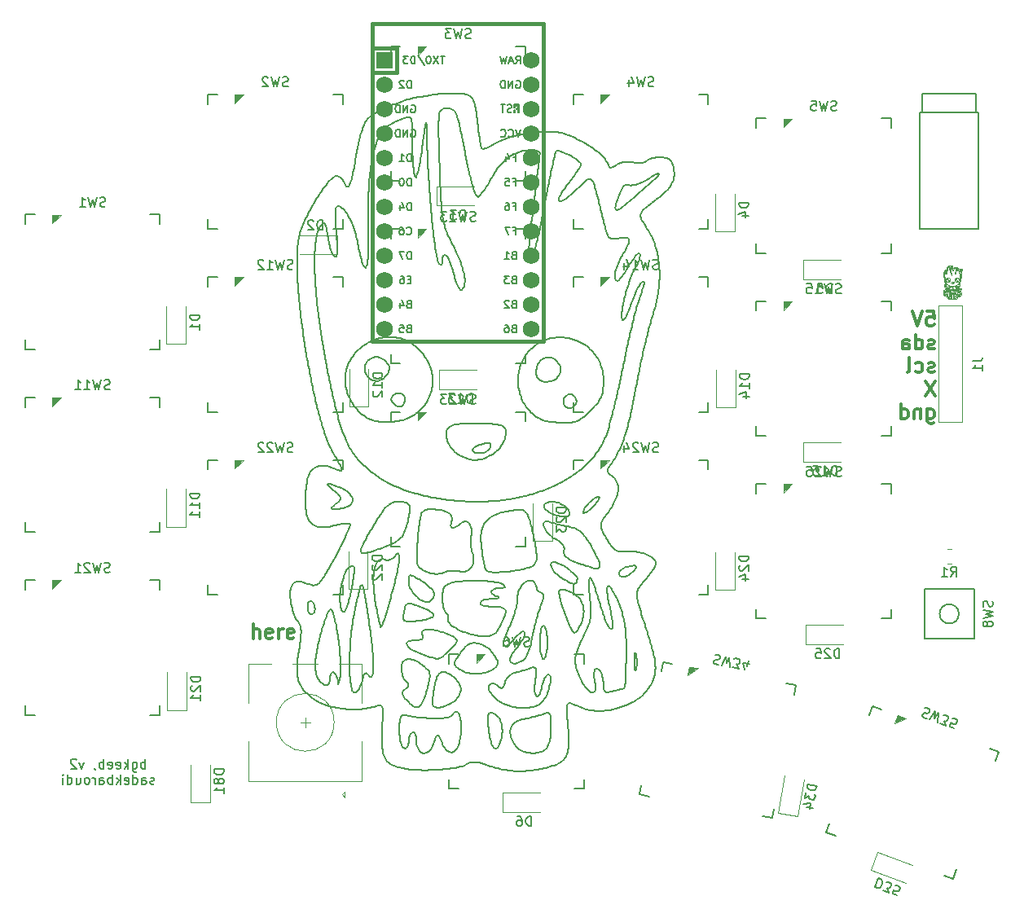
<source format=gbr>
%TF.GenerationSoftware,KiCad,Pcbnew,(6.0.5)*%
%TF.CreationDate,2022-11-22T22:37:01-08:00*%
%TF.ProjectId,bgkeeb,62676b65-6562-42e6-9b69-6361645f7063,rev?*%
%TF.SameCoordinates,Original*%
%TF.FileFunction,Legend,Bot*%
%TF.FilePolarity,Positive*%
%FSLAX46Y46*%
G04 Gerber Fmt 4.6, Leading zero omitted, Abs format (unit mm)*
G04 Created by KiCad (PCBNEW (6.0.5)) date 2022-11-22 22:37:01*
%MOMM*%
%LPD*%
G01*
G04 APERTURE LIST*
%ADD10C,0.050000*%
%ADD11C,0.200000*%
%ADD12C,0.300000*%
%ADD13C,0.150000*%
%ADD14C,0.100000*%
%ADD15C,0.381000*%
%ADD16C,0.120000*%
%ADD17R,1.752600X1.752600*%
%ADD18C,1.752600*%
G04 APERTURE END LIST*
D10*
X150676312Y-59295079D02*
X150664750Y-59293777D01*
X150288708Y-59392610D02*
X150260888Y-59350236D01*
X150253510Y-59344246D01*
X150152040Y-58909568D02*
X150133708Y-58879943D01*
D11*
X100439052Y-86026724D02*
X100390923Y-85824099D01*
X100356062Y-85619027D01*
X100333246Y-85412202D01*
X100321249Y-85204322D01*
X100318847Y-84996081D01*
X100324816Y-84788176D01*
X100329273Y-84705264D01*
D10*
X150227802Y-59123027D02*
X150178071Y-59106440D01*
X150147446Y-59099246D01*
D11*
X85697173Y-99055265D02*
X85725321Y-98849200D01*
X85811140Y-98663292D01*
X85829273Y-98642144D01*
X85437393Y-99930684D02*
X85567314Y-99776029D01*
X85606973Y-99675484D01*
D10*
X149728927Y-58425464D02*
X149716750Y-58396152D01*
D11*
X94089053Y-93315684D02*
X94296237Y-93306862D01*
X94503144Y-93295053D01*
X94709717Y-93279730D01*
X94915896Y-93260364D01*
X95121625Y-93236429D01*
X95190092Y-93227344D01*
D10*
X149667395Y-58411944D02*
X149663520Y-58425058D01*
X149535864Y-59307079D02*
X149551958Y-59355210D01*
X149557010Y-59363204D01*
X151146364Y-59369985D02*
X151148428Y-59319561D01*
X151149854Y-59269107D01*
X151150749Y-59218648D01*
X151150875Y-59208558D01*
X150210135Y-58870756D02*
X150197958Y-58898735D01*
D11*
X102611973Y-90012144D02*
X102800281Y-89921388D01*
X103002050Y-89869671D01*
X103210655Y-89846586D01*
X103419473Y-89841724D01*
D10*
X150787854Y-56610166D02*
X150784239Y-56616813D01*
D11*
X112342392Y-81943404D02*
X112528248Y-81826447D01*
X112702931Y-81693679D01*
X112868364Y-81549027D01*
X113026473Y-81396414D01*
X113114273Y-81307144D01*
X87483633Y-91725484D02*
X87549518Y-91520501D01*
X87609737Y-91313994D01*
X87665088Y-91106193D01*
X87716370Y-90897331D01*
X87764381Y-90687639D01*
X87809919Y-90477349D01*
X87853783Y-90266694D01*
X87896773Y-90055904D01*
D10*
X150566010Y-58792183D02*
X150615966Y-58782642D01*
X150645343Y-58774287D01*
X151085500Y-58443402D02*
X151058029Y-58485946D01*
X151047802Y-58499391D01*
X150063342Y-58392673D02*
X150115764Y-58405349D01*
X150168735Y-58415496D01*
X150222117Y-58423244D01*
X150275770Y-58428725D01*
D11*
X100646133Y-89087564D02*
X100646133Y-89087564D01*
X102271133Y-105164444D02*
X102311853Y-105375256D01*
X102357577Y-105585255D01*
X102411064Y-105793229D01*
X102475072Y-105997962D01*
X102552361Y-106198243D01*
X102581553Y-106263804D01*
D10*
X150016718Y-59393412D02*
X149998958Y-59408537D01*
X151054052Y-58277193D02*
X151065333Y-58292548D01*
D11*
X113875513Y-83617364D02*
X113955341Y-83830950D01*
X114051110Y-84037435D01*
X114157840Y-84238944D01*
X114270556Y-84437604D01*
X114384281Y-84635539D01*
X114421553Y-84701724D01*
D10*
X151053687Y-58872589D02*
X151051239Y-58904131D01*
X149931989Y-57890891D02*
X149936093Y-57918912D01*
D11*
X114415313Y-82203804D02*
X114284374Y-82377778D01*
X114156839Y-82554920D01*
X114038923Y-82738160D01*
X113936842Y-82930431D01*
X113888013Y-83045484D01*
X117386973Y-47934324D02*
X117173347Y-47980426D01*
X116956439Y-48001068D01*
X116759473Y-47981624D01*
X91104893Y-42365964D02*
X90974383Y-42552216D01*
X90857696Y-42746893D01*
X90753118Y-42948482D01*
X90658939Y-43155472D01*
X90573447Y-43366352D01*
X90494930Y-43579612D01*
X90465093Y-43665244D01*
X92798633Y-69616104D02*
X92798633Y-69616104D01*
X93411773Y-40982784D02*
X93190584Y-41059338D01*
X92972748Y-41144627D01*
X92758178Y-41237926D01*
X92546790Y-41338514D01*
X92338498Y-41445667D01*
X92133218Y-41558665D01*
X91930865Y-41676785D01*
X91731353Y-41799304D01*
D10*
X150809093Y-56871718D02*
X150802625Y-56869532D01*
D11*
X116649893Y-53486724D02*
X116457680Y-53421131D01*
X116251022Y-53419728D01*
X116224052Y-53420684D01*
D10*
X151282854Y-58798339D02*
X151251557Y-58837581D01*
X151238281Y-58852058D01*
D11*
X96133433Y-81678405D02*
X95918888Y-81683854D01*
X95704982Y-81703419D01*
X95501128Y-81764141D01*
X95462393Y-81783604D01*
D10*
X151300520Y-58738371D02*
X151303729Y-58759298D01*
D11*
X108611353Y-99304444D02*
X108596110Y-99092642D01*
X108518702Y-98897826D01*
X108501553Y-98875064D01*
X117410093Y-96555904D02*
X117380713Y-96600484D01*
D10*
X149607385Y-59372975D02*
X149611895Y-59341964D01*
X150110552Y-57688371D02*
X150132871Y-57735156D01*
X150143762Y-57785810D01*
X150144415Y-57809777D01*
X150730166Y-58442464D02*
X150723333Y-58452141D01*
D11*
X87482813Y-84127764D02*
X87567747Y-83932998D01*
X87650728Y-83737119D01*
X87727146Y-83538697D01*
X87792393Y-83336304D01*
D10*
X150879500Y-59113923D02*
X150896364Y-59102277D01*
X150320697Y-56316622D02*
X150351531Y-56338038D01*
D11*
X92285513Y-108294025D02*
X92099864Y-108209771D01*
X91922159Y-108108925D01*
X91757293Y-107989249D01*
X91610162Y-107848507D01*
X91535933Y-107757764D01*
X119828433Y-46923264D02*
X119911353Y-46806384D01*
D10*
X150093062Y-59139131D02*
X150081281Y-59150693D01*
X150310666Y-57305235D02*
X150295802Y-57331871D01*
X149640000Y-56980985D02*
X149643471Y-57033005D01*
X149647640Y-57084998D01*
X149648927Y-57132381D01*
X150763229Y-58434027D02*
X150763229Y-58434027D01*
D11*
X111768633Y-95398404D02*
X111662312Y-95621094D01*
X111561352Y-95846711D01*
X111467573Y-96075437D01*
X111382798Y-96307453D01*
X111308848Y-96542941D01*
X111247544Y-96782083D01*
X111226972Y-96878804D01*
D10*
X150385218Y-56847312D02*
X150380531Y-56849141D01*
X150126073Y-56782125D02*
X150122701Y-56727441D01*
X150119796Y-56672722D01*
X150117439Y-56617972D01*
X150116395Y-56587545D01*
X151010104Y-58748766D02*
X150989779Y-58702664D01*
X150985562Y-58694329D01*
D11*
X116481133Y-45541904D02*
X116699923Y-45539595D01*
X116918165Y-45554279D01*
X117135390Y-45582184D01*
X117351133Y-45619544D01*
X118415733Y-52134644D02*
X118528346Y-52306830D01*
X118640825Y-52479267D01*
X118751449Y-52652883D01*
X118858496Y-52828601D01*
X118960244Y-53007348D01*
X119054972Y-53190049D01*
X119090513Y-53264444D01*
D10*
X150003729Y-59821308D02*
X149954639Y-59808820D01*
X149941312Y-59803902D01*
X150192561Y-58804141D02*
X150212947Y-58796423D01*
D11*
X110496133Y-106048804D02*
X110480800Y-106259471D01*
X110457389Y-106470400D01*
X110423164Y-106679871D01*
X110375387Y-106886161D01*
X110311321Y-107087550D01*
X110228229Y-107282317D01*
X110189053Y-107357984D01*
X98848013Y-95344864D02*
X98804553Y-95141012D01*
X98754273Y-95075484D01*
D10*
X149998958Y-59408537D02*
X149985708Y-59422641D01*
X150598718Y-57872371D02*
X150588883Y-57819964D01*
X150590451Y-57766677D01*
X150595281Y-57742496D01*
X151197989Y-57448496D02*
X151211950Y-57398581D01*
X151219489Y-57376266D01*
X150479812Y-58935537D02*
X150488604Y-58932287D01*
D11*
X93319673Y-93030064D02*
X93423366Y-93207429D01*
X93436553Y-93214024D01*
X105157812Y-91036524D02*
X105144339Y-91244247D01*
X105119552Y-91450423D01*
X105084849Y-91655104D01*
X105041630Y-91858346D01*
X104991292Y-92060201D01*
X104935234Y-92260723D01*
X104874855Y-92459966D01*
X104811553Y-92657984D01*
D10*
X149885177Y-59530037D02*
X149882104Y-59500725D01*
X150148208Y-58929923D02*
X150152040Y-58909568D01*
D11*
X98518633Y-38455604D02*
X98518633Y-38455604D01*
D10*
X149767572Y-58881058D02*
X149754737Y-58930709D01*
X149747802Y-58960704D01*
D11*
X92660313Y-80894844D02*
X92660313Y-80894844D01*
D10*
X150081281Y-59150693D02*
X150030947Y-59155464D01*
D11*
X92181133Y-70594224D02*
X92326864Y-70751514D01*
X92501523Y-70877221D01*
X92698486Y-70960234D01*
X92911133Y-70989444D01*
D10*
X150724052Y-58537318D02*
X150720572Y-58555485D01*
D11*
X89052393Y-99353405D02*
X89110809Y-99142205D01*
X89186150Y-98936155D01*
X89285313Y-98763605D01*
D10*
X151114906Y-58800527D02*
X151117406Y-58816943D01*
D11*
X89389673Y-98677984D02*
X89483433Y-98706524D01*
D10*
X149825385Y-59342860D02*
X149834135Y-59321850D01*
X150475750Y-59716673D02*
X150492968Y-59693298D01*
D11*
X116328633Y-100139644D02*
X116362141Y-99928259D01*
X116380074Y-99714328D01*
X116386553Y-99615684D01*
D10*
X151187677Y-59472923D02*
X151140303Y-59495276D01*
X151090200Y-59510588D01*
X151043208Y-59518350D01*
D11*
X85709673Y-92054864D02*
X85582832Y-92212113D01*
X85548233Y-92270684D01*
D10*
X150288260Y-58547766D02*
X150256364Y-58568464D01*
X149537916Y-57077454D02*
X149532904Y-57130326D01*
X149531556Y-57183470D01*
X149531666Y-57208006D01*
X150469635Y-59237027D02*
X150443041Y-59204141D01*
D11*
X94380733Y-64589444D02*
X94569072Y-64736186D01*
X94750296Y-64891616D01*
X94924085Y-65055320D01*
X95090120Y-65226881D01*
X95248080Y-65405885D01*
X95397645Y-65591917D01*
X95538496Y-65784561D01*
X95670313Y-65983404D01*
X87457813Y-74724024D02*
X87548210Y-74907354D01*
X87642756Y-75088736D01*
X87741559Y-75267913D01*
X87844723Y-75444629D01*
X87952354Y-75618627D01*
X88064559Y-75789652D01*
X88181444Y-75957445D01*
X88303115Y-76121752D01*
X88429677Y-76282315D01*
X88561237Y-76438878D01*
X88651773Y-76540905D01*
X112669893Y-93390684D02*
X112611677Y-93589466D01*
X112544303Y-93784651D01*
X112469059Y-93976726D01*
X112387233Y-94166181D01*
X112300113Y-94353506D01*
X112208988Y-94539190D01*
X112115146Y-94723723D01*
X112019876Y-94907594D01*
X111924464Y-95091293D01*
X111830201Y-95275309D01*
X111768633Y-95398404D01*
D10*
X149859708Y-58680548D02*
X149907640Y-58662191D01*
X149939843Y-58648246D01*
X150098010Y-56534627D02*
X150091386Y-56586400D01*
X150084185Y-56638092D01*
X150075192Y-56689489D01*
X150073073Y-56699715D01*
D11*
X108130312Y-81708604D02*
X108289140Y-81843984D01*
X108458746Y-81964582D01*
X108637693Y-82070751D01*
X108824550Y-82162846D01*
X109017882Y-82241220D01*
X109216255Y-82306229D01*
X109418237Y-82358225D01*
X109622393Y-82397564D01*
X106754273Y-98091524D02*
X106552288Y-98154481D01*
X106353358Y-98227303D01*
X106153320Y-98297016D01*
X106112813Y-98309444D01*
D10*
X151021437Y-58541475D02*
X151020812Y-58570069D01*
X149604041Y-56770479D02*
X149632062Y-56744378D01*
X151119104Y-57274131D02*
X151107010Y-57284308D01*
D11*
X111967593Y-81977144D02*
X112050513Y-82038804D01*
X81618233Y-91255264D02*
X81591352Y-91044008D01*
X81571201Y-90831515D01*
X81559445Y-90618348D01*
X81557747Y-90405069D01*
X81567773Y-90192239D01*
X81591186Y-89980421D01*
X81604673Y-89896104D01*
D10*
X151112500Y-58963558D02*
X151091438Y-58915836D01*
X151081979Y-58897746D01*
D11*
X98728433Y-106690484D02*
X98851928Y-106529832D01*
X98952794Y-106355397D01*
X99034774Y-106170701D01*
X99101609Y-105979270D01*
X99157042Y-105784628D01*
X99173633Y-105719644D01*
D10*
X149737989Y-59425985D02*
X149748020Y-59423173D01*
D11*
X111746353Y-45905084D02*
X111725733Y-45701624D01*
D10*
X149521052Y-59015048D02*
X149533281Y-58991673D01*
D11*
X94495313Y-104918184D02*
X94588771Y-105105287D01*
X94629588Y-105312766D01*
X94635933Y-105372344D01*
X98529473Y-99100904D02*
X98354752Y-98974536D01*
X98173531Y-98857321D01*
X97985471Y-98752004D01*
X97790231Y-98661328D01*
X97675313Y-98617144D01*
D10*
X149967989Y-58703214D02*
X149962375Y-58701871D01*
X150449562Y-58430412D02*
X150500132Y-58426030D01*
X150550411Y-58419065D01*
X150600208Y-58409266D01*
X150610093Y-58406944D01*
X150718697Y-58916350D02*
X150711562Y-58908766D01*
D11*
X109199472Y-108193184D02*
X108995266Y-108276274D01*
X108787972Y-108350237D01*
X108578076Y-108416260D01*
X108366062Y-108475529D01*
X108152418Y-108529230D01*
X107937627Y-108578552D01*
X107722177Y-108624681D01*
X107506553Y-108668804D01*
X109144053Y-44552244D02*
X109076836Y-44774986D01*
X109017910Y-44999965D01*
X108964450Y-45226402D01*
X108913630Y-45453521D01*
X108862624Y-45680544D01*
X108845093Y-45756064D01*
X117378853Y-98359225D02*
X117435933Y-98395064D01*
D10*
X150914354Y-56684455D02*
X150913323Y-56674282D01*
X150668145Y-59498444D02*
X150713250Y-59475016D01*
D11*
X96133433Y-81678405D02*
X96133433Y-81678405D01*
X103209893Y-90798404D02*
X103091973Y-90743804D01*
D10*
X150314906Y-59186881D02*
X150283181Y-59226339D01*
X150273583Y-59240235D01*
D11*
X102075713Y-91010684D02*
X102289619Y-90987027D01*
X102504480Y-90973579D01*
X102719460Y-90961886D01*
X102933722Y-90943494D01*
X103055513Y-90926724D01*
X83956973Y-77411104D02*
X84142607Y-77289422D01*
X84345175Y-77199516D01*
X84559582Y-77144414D01*
X84780733Y-77127145D01*
X103603433Y-89466944D02*
X103400326Y-89370582D01*
X103185498Y-89305826D01*
X102989844Y-89263737D01*
X102843013Y-89235684D01*
X112603853Y-89426725D02*
X112606637Y-89635652D01*
X112614461Y-89844329D01*
X112626530Y-90052793D01*
X112642050Y-90261079D01*
X112660228Y-90469223D01*
X112680268Y-90677261D01*
X112701378Y-90885229D01*
X112722762Y-91093164D01*
X112743627Y-91301100D01*
X112763180Y-91509075D01*
X112775093Y-91647764D01*
D10*
X149604708Y-58340735D02*
X149597260Y-58340110D01*
X150932593Y-56568404D02*
X150976874Y-56595709D01*
X151018312Y-56627165D01*
X149838427Y-58880256D02*
X149843870Y-58932965D01*
X149852179Y-58985315D01*
X149858718Y-59020048D01*
D11*
X115495092Y-45840824D02*
X115691249Y-45723710D01*
X115902770Y-45639690D01*
X116124496Y-45583948D01*
X116351268Y-45551669D01*
X116481133Y-45541904D01*
X99873213Y-38548424D02*
X100077021Y-38621134D01*
X100264606Y-38729732D01*
X100421421Y-38877083D01*
X100489893Y-38976744D01*
X101352813Y-89099224D02*
X101131955Y-89092380D01*
X100911151Y-89088521D01*
X100690312Y-89087458D01*
X100646133Y-89087564D01*
D10*
X150664750Y-59293777D02*
X150664750Y-59293777D01*
D11*
X92802173Y-87423404D02*
X92832750Y-87217218D01*
X92859480Y-87010088D01*
X92877982Y-86802260D01*
X92883873Y-86593984D01*
X92879893Y-86474864D01*
D10*
X150714770Y-58007881D02*
X150670589Y-57982452D01*
X150650791Y-57964381D01*
X151196072Y-59219225D02*
X151193430Y-59269562D01*
X151193437Y-59274777D01*
D11*
X109622393Y-82397564D02*
X109833309Y-82422419D01*
X110046171Y-82428798D01*
X110257081Y-82407212D01*
X110371973Y-82379644D01*
D10*
X150707895Y-59540704D02*
X150658529Y-59553936D01*
X150619604Y-59562068D01*
D11*
X89753013Y-93444224D02*
X89715747Y-93174429D01*
X89678143Y-92904706D01*
X89640053Y-92635072D01*
X89601324Y-92365542D01*
X89561806Y-92096134D01*
X89521350Y-91826863D01*
X89479803Y-91557746D01*
X89437017Y-91288799D01*
X89392840Y-91020039D01*
X89347122Y-90751481D01*
X89315713Y-90572564D01*
X112866133Y-100712565D02*
X113041973Y-100725904D01*
D10*
X150925635Y-59034860D02*
X150928660Y-58983756D01*
X150924833Y-58967037D01*
X150116749Y-59096214D02*
X150094750Y-59102548D01*
D11*
X109113853Y-42440924D02*
X109340256Y-42469683D01*
X109565072Y-42508996D01*
X109787835Y-42558700D01*
X110008081Y-42618632D01*
X110225348Y-42688629D01*
X110439171Y-42768528D01*
X110523633Y-42803224D01*
D10*
X149669135Y-58270464D02*
X149671323Y-58264214D01*
D11*
X116143853Y-88660264D02*
X116357299Y-88630457D01*
X116562618Y-88566035D01*
X116757361Y-88472519D01*
X116939082Y-88355430D01*
X117036133Y-88280064D01*
X100404273Y-83955684D02*
X100391439Y-83730691D01*
X100346190Y-83509311D01*
X100262581Y-83301173D01*
X100134673Y-83115904D01*
X101711553Y-91695064D02*
X101521290Y-91624409D01*
X101355212Y-91511632D01*
X101336772Y-91491724D01*
X99072813Y-58644444D02*
X98972696Y-58454037D01*
X98887545Y-58256205D01*
X98815932Y-58074224D01*
D10*
X150678010Y-58659308D02*
X150667710Y-58607617D01*
X150656145Y-58556193D01*
D11*
X101322593Y-91340904D02*
X101457235Y-91192013D01*
X101538433Y-91148184D01*
D10*
X150188364Y-56867390D02*
X150192600Y-56919083D01*
X150200136Y-56970375D01*
X150201531Y-56977152D01*
D11*
X103735513Y-74632984D02*
X103619063Y-74859211D01*
X103484527Y-75075504D01*
X103332803Y-75280151D01*
X103164790Y-75471441D01*
X102981386Y-75647662D01*
X102783490Y-75807104D01*
X102571999Y-75948055D01*
X102347813Y-76068804D01*
X93506353Y-72294224D02*
X93263785Y-72373409D01*
X93017841Y-72440474D01*
X92769046Y-72495626D01*
X92517924Y-72539072D01*
X92264998Y-72571019D01*
X92010795Y-72591674D01*
X91755837Y-72601244D01*
X91500649Y-72599937D01*
X91245756Y-72587958D01*
X90991682Y-72565516D01*
X90823013Y-72544844D01*
X96865933Y-55789024D02*
X96815852Y-55584685D01*
X96772880Y-55378692D01*
X96734674Y-55171656D01*
X96698892Y-54964192D01*
X96678632Y-54845684D01*
X117990093Y-51323604D02*
X118059672Y-51512155D01*
X118147304Y-51692764D01*
X118247301Y-51867420D01*
X118353971Y-52038116D01*
X118415733Y-52134644D01*
D10*
X151091885Y-58312933D02*
X151108471Y-58360999D01*
X151108354Y-58366339D01*
X151201020Y-58777329D02*
X151203166Y-58770725D01*
X150522020Y-58875704D02*
X150507208Y-58862548D01*
D11*
X91808013Y-67315684D02*
X91868748Y-67114494D01*
X91869878Y-66905988D01*
X91843853Y-66812344D01*
X86276353Y-98842984D02*
X86377792Y-99034362D01*
X86451165Y-99237594D01*
X86501142Y-99448520D01*
X86532393Y-99662984D01*
X101889053Y-87945484D02*
X102020313Y-88086304D01*
X93438433Y-100386725D02*
X93272937Y-100515893D01*
X93173433Y-100668804D01*
D10*
X149626125Y-59011704D02*
X149616895Y-58993631D01*
X149834135Y-59321850D02*
X149836114Y-59271422D01*
X149834937Y-59244964D01*
X150195322Y-59500183D02*
X150241091Y-59479701D01*
X150248906Y-59474662D01*
X150270729Y-58793339D02*
X150298302Y-58797266D01*
X150701073Y-56620651D02*
X150693843Y-56611728D01*
X149818385Y-59342860D02*
X149825385Y-59342860D01*
D11*
X115841353Y-57698604D02*
X115700739Y-57841019D01*
X115599473Y-57902144D01*
X112061353Y-81715684D02*
X111977030Y-81899366D01*
X111967593Y-81977144D01*
D10*
X149419281Y-58858621D02*
X149440781Y-58847464D01*
D11*
X102400513Y-100782984D02*
X102536541Y-100959874D01*
X102684983Y-101126388D01*
X102844372Y-101282618D01*
X103013242Y-101428655D01*
X103113433Y-101507564D01*
D10*
X150023500Y-59659610D02*
X150035541Y-59635339D01*
D11*
X107923013Y-97217144D02*
X108050934Y-97055642D01*
X108099052Y-96939644D01*
X112738633Y-88744024D02*
X112669053Y-88760064D01*
X112669053Y-88760064D02*
X112652813Y-88803804D01*
X117675092Y-90041524D02*
X117617484Y-90267190D01*
X117594523Y-90497963D01*
X117600895Y-90730572D01*
X117631286Y-90961747D01*
X117657393Y-91091944D01*
X93425093Y-103037144D02*
X93218268Y-103049588D01*
X93138633Y-103099644D01*
D10*
X149533281Y-58991673D02*
X149520697Y-58955704D01*
X151176614Y-57964693D02*
X151165070Y-58015424D01*
X151151645Y-58065689D01*
X151141229Y-58098766D01*
X150109697Y-57921277D02*
X150075940Y-57960244D01*
X150033813Y-57989980D01*
X150002354Y-58003912D01*
X150444427Y-58192641D02*
X150396823Y-58212215D01*
X150385260Y-58214996D01*
X150713250Y-59475016D02*
X150739417Y-59431325D01*
X150740697Y-59428173D01*
D11*
X100994053Y-98777764D02*
X101206985Y-98764615D01*
X101419272Y-98738802D01*
X101629581Y-98699692D01*
X101836583Y-98646654D01*
X102038945Y-98579054D01*
X102235338Y-98496261D01*
X102424431Y-98397641D01*
X102604893Y-98282564D01*
X105364893Y-67065904D02*
X105420532Y-66873516D01*
X105484478Y-66683682D01*
X105556611Y-66496781D01*
X105636812Y-66313190D01*
X105724961Y-66133287D01*
X105820940Y-65957449D01*
X105924628Y-65786054D01*
X106035907Y-65619480D01*
X106154657Y-65458104D01*
X106280759Y-65302305D01*
X106368853Y-65201724D01*
X94509273Y-102206304D02*
X94706488Y-102242996D01*
X94913885Y-102193693D01*
X94977813Y-102149224D01*
X110752173Y-71119024D02*
X110930400Y-71021867D01*
X111087634Y-70892499D01*
X111210885Y-70732035D01*
X111259893Y-70629864D01*
X120550313Y-45126064D02*
X120755174Y-45191359D01*
X120943077Y-45296459D01*
X121093878Y-45448226D01*
X121117813Y-45484784D01*
X92819053Y-86280264D02*
X92706773Y-86253404D01*
X112923233Y-47508664D02*
X112772232Y-47365255D01*
X112651133Y-47334664D01*
D10*
X151220520Y-57143714D02*
X151216552Y-57142464D01*
X149913604Y-56479166D02*
X149882281Y-56507499D01*
D11*
X107019472Y-85402144D02*
X106972176Y-85142819D01*
X106921731Y-84884148D01*
X106868659Y-84626024D01*
X106813482Y-84368339D01*
X106756723Y-84110986D01*
X106698903Y-83853857D01*
X106640545Y-83596845D01*
X106582172Y-83339844D01*
D10*
X149777833Y-58865402D02*
X149774125Y-58865850D01*
D11*
X116759473Y-47981624D02*
X116549280Y-47952760D01*
X116365933Y-47985184D01*
X98878213Y-102711304D02*
X98740093Y-102704225D01*
X95354273Y-94266944D02*
X95247988Y-94449107D01*
X95252593Y-94614024D01*
X119405513Y-45125164D02*
X119619006Y-45095954D01*
X119834278Y-45078617D01*
X120050208Y-45074669D01*
X120265676Y-45085631D01*
X120479562Y-45113021D01*
X120550313Y-45126064D01*
D10*
X151001489Y-59300923D02*
X151007333Y-59304173D01*
X150308833Y-57256329D02*
X150310666Y-57305235D01*
X149851583Y-59494610D02*
X149809156Y-59506391D01*
D11*
X109925713Y-88894024D02*
X110117566Y-89007322D01*
X110311264Y-89118097D01*
X110508649Y-89221845D01*
X110711566Y-89314060D01*
X110830713Y-89359844D01*
D10*
X149712281Y-58547277D02*
X149671812Y-58548568D01*
X151071270Y-56698643D02*
X151101791Y-56681242D01*
D11*
X98067173Y-108637564D02*
X97811947Y-108667530D01*
X97556302Y-108693750D01*
X97300292Y-108716334D01*
X97043970Y-108735392D01*
X96787390Y-108751034D01*
X96530604Y-108763371D01*
X96273667Y-108772513D01*
X96016632Y-108778571D01*
X95759552Y-108781654D01*
X95502481Y-108781874D01*
X95331133Y-108780484D01*
D10*
X150787010Y-59798860D02*
X150737334Y-59815013D01*
X150702364Y-59822641D01*
X150280677Y-57321423D02*
X150267833Y-57292912D01*
D11*
X111609673Y-48162764D02*
X111447167Y-48322786D01*
X111283153Y-48481668D01*
X111117042Y-48638519D01*
X110948248Y-48792451D01*
X110776181Y-48942576D01*
X110600255Y-49088006D01*
X110419881Y-49227851D01*
X110234473Y-49361224D01*
X108062593Y-81065264D02*
X107935096Y-81222255D01*
X107925933Y-81258804D01*
D10*
X149460416Y-57473662D02*
X149454794Y-57423844D01*
X149449852Y-57373940D01*
X149445733Y-57323956D01*
X149442581Y-57273900D01*
X149441270Y-57245266D01*
X151060031Y-58255287D02*
X151054052Y-58277193D01*
D11*
X97759273Y-40012784D02*
X97543721Y-40023912D01*
X97338027Y-40080433D01*
X97254273Y-40134145D01*
D10*
X150050406Y-56734205D02*
X150043496Y-56683511D01*
X150043354Y-56681867D01*
X149809687Y-56884613D02*
X149809213Y-56938411D01*
X149809841Y-56992212D01*
X149810406Y-57017037D01*
D11*
X93825712Y-91469444D02*
X93825712Y-91469444D01*
D10*
X151257510Y-56661387D02*
X151297312Y-56645459D01*
X150018321Y-58962673D02*
X150005833Y-58972037D01*
X151140343Y-59056006D02*
X151127909Y-59006172D01*
X151112500Y-58963558D01*
D11*
X88651773Y-76540905D02*
X88821925Y-76725677D01*
X88997298Y-76905213D01*
X89177463Y-77079837D01*
X89361994Y-77249873D01*
X89550461Y-77415644D01*
X89742439Y-77577473D01*
X89937498Y-77735683D01*
X90135212Y-77890600D01*
X90335152Y-78042545D01*
X90536891Y-78191843D01*
X90672173Y-78290064D01*
X97351553Y-56079864D02*
X97289893Y-56222564D01*
X85553433Y-79030684D02*
X85404473Y-79018184D01*
D10*
X149699927Y-58125402D02*
X149724654Y-58170132D01*
X149755098Y-58211144D01*
X149759625Y-58216246D01*
X150656145Y-58556193D02*
X150642206Y-58508155D01*
X150640218Y-58503371D01*
D11*
X96929473Y-105136944D02*
X97010513Y-105247565D01*
X92911133Y-70989444D02*
X93106081Y-70942831D01*
X93267037Y-70804806D01*
X93274273Y-70793184D01*
D10*
X151128916Y-57486339D02*
X151126416Y-57462110D01*
D11*
X114484053Y-90298604D02*
X114508767Y-90517993D01*
X114540482Y-90736152D01*
X114577958Y-90953299D01*
X114619956Y-91169655D01*
X114665238Y-91385438D01*
X114712565Y-91600867D01*
X114760697Y-91816163D01*
X114808396Y-92031545D01*
X114854422Y-92247232D01*
X114897538Y-92463443D01*
X114924053Y-92607984D01*
D10*
X150018989Y-59694808D02*
X150023500Y-59659610D01*
X150719104Y-59076933D02*
X150708166Y-59099246D01*
D11*
X107029273Y-54488804D02*
X106970909Y-54704208D01*
X106911379Y-54919514D01*
X106846405Y-55133123D01*
X106771708Y-55343438D01*
X106723013Y-55461524D01*
X85945313Y-55111724D02*
X85850527Y-54902913D01*
X85771051Y-54687972D01*
X85702863Y-54468899D01*
X85641946Y-54247694D01*
X85608853Y-54121104D01*
D10*
X149693770Y-57758016D02*
X149710835Y-57707846D01*
X149735885Y-57668339D01*
D11*
X103908633Y-99527344D02*
X103840630Y-99717089D01*
X103781358Y-99910177D01*
X103701822Y-100094923D01*
X103680933Y-100129844D01*
D10*
X149716479Y-58549683D02*
X149712281Y-58547277D01*
D11*
X99170933Y-100869645D02*
X99238616Y-100675979D01*
X99272885Y-100473916D01*
X99271803Y-100269352D01*
X99233433Y-100068184D01*
X106499053Y-55531944D02*
X106400120Y-55349595D01*
X106384052Y-55281104D01*
D10*
X150431937Y-59577016D02*
X150437375Y-59627728D01*
X150440593Y-59647423D01*
D11*
X86707393Y-90831304D02*
X86707968Y-91035387D01*
X86718049Y-91239589D01*
X86738754Y-91442996D01*
X86771197Y-91644691D01*
X86816495Y-91843761D01*
X86875763Y-92039289D01*
X86903633Y-92116304D01*
D10*
X151065333Y-58292548D02*
X151091885Y-58312933D01*
X150376875Y-56847178D02*
X150358052Y-56807780D01*
X150513020Y-59161975D02*
X150513989Y-59181787D01*
D11*
X118567593Y-63914024D02*
X118497756Y-64205216D01*
X118428865Y-64496610D01*
X118360908Y-64788207D01*
X118293872Y-65080011D01*
X118227747Y-65372026D01*
X118162520Y-65664254D01*
X118098180Y-65956698D01*
X118034717Y-66249363D01*
X117972117Y-66542251D01*
X117910369Y-66835366D01*
X117869673Y-67030904D01*
D10*
X150217718Y-58064235D02*
X150240125Y-58039787D01*
D11*
X108201773Y-102828404D02*
X108201773Y-102828404D01*
X84808433Y-63758604D02*
X84847129Y-64003006D01*
X84886572Y-64247304D01*
X84926756Y-64491492D01*
X84967677Y-64735570D01*
X85009329Y-64979533D01*
X85051707Y-65223380D01*
X85094806Y-65467108D01*
X85138620Y-65710714D01*
X85183145Y-65954194D01*
X85228374Y-66197548D01*
X85274304Y-66440772D01*
X85320929Y-66683862D01*
X85368243Y-66926818D01*
X85416242Y-67169635D01*
X85464920Y-67412311D01*
X85514273Y-67654844D01*
D10*
X149482948Y-58855360D02*
X149525114Y-58867496D01*
D11*
X84430933Y-83495064D02*
X84232571Y-83436366D01*
X84043456Y-83351134D01*
X83870026Y-83238673D01*
X83718721Y-83098288D01*
X83644673Y-83005264D01*
X102320093Y-96298805D02*
X102160437Y-96159419D01*
X101992597Y-96029554D01*
X101816737Y-95911000D01*
X101633021Y-95805544D01*
X101441615Y-95714976D01*
X101376133Y-95688404D01*
D10*
X150988906Y-59380162D02*
X150983593Y-59334964D01*
X149960052Y-58433943D02*
X149960052Y-58433943D01*
D11*
X117212813Y-101674444D02*
X116961073Y-101810278D01*
X116704089Y-101935697D01*
X116442305Y-102050677D01*
X116176165Y-102155195D01*
X115906114Y-102249230D01*
X115632598Y-102332758D01*
X115356060Y-102405758D01*
X115076947Y-102468207D01*
X114795702Y-102520082D01*
X114512771Y-102561362D01*
X114323433Y-102582984D01*
D10*
X150445052Y-59380964D02*
X150435458Y-59399746D01*
D11*
X88941773Y-89532984D02*
X88941773Y-89532984D01*
X101126973Y-42355244D02*
X101155202Y-42570775D01*
X101184059Y-42786252D01*
X101214171Y-43001541D01*
X101246165Y-43216504D01*
X101280669Y-43431005D01*
X101318310Y-43644910D01*
X101359715Y-43858081D01*
X101405513Y-44070384D01*
D10*
X149723843Y-58766933D02*
X149702875Y-58781381D01*
D11*
X96347593Y-68411524D02*
X96336030Y-68632976D01*
X96313409Y-68853703D01*
X96279723Y-69073069D01*
X96234967Y-69290437D01*
X96179134Y-69505171D01*
X96112217Y-69716634D01*
X96034211Y-69924191D01*
X95945110Y-70127205D01*
X95844906Y-70325039D01*
X95733595Y-70517057D01*
X95653213Y-70641524D01*
X117036133Y-88280064D02*
X117190933Y-88133217D01*
X117331485Y-87971932D01*
X117456605Y-87798505D01*
X117479673Y-87762565D01*
X113290933Y-48432264D02*
X113228523Y-48222834D01*
X113160707Y-48014810D01*
X113082016Y-47811380D01*
X112986981Y-47615736D01*
X112923233Y-47508664D01*
X118609473Y-45443724D02*
X118785564Y-45316520D01*
X118982727Y-45227219D01*
X119192273Y-45166529D01*
X119405513Y-45125164D01*
X109616133Y-81071524D02*
X109428382Y-81001374D01*
X109235076Y-80948398D01*
X109037838Y-80913380D01*
X108838291Y-80897106D01*
X108723853Y-80896524D01*
X116224052Y-53420684D02*
X116024051Y-53440582D01*
X115825747Y-53473667D01*
X115628068Y-53511684D01*
X115429943Y-53546374D01*
X115230302Y-53569482D01*
X115163233Y-53573184D01*
D10*
X150020823Y-56434726D02*
X149997625Y-56438340D01*
X151238281Y-58852058D02*
X151210791Y-58891277D01*
X149747802Y-58960704D02*
X149737093Y-59010350D01*
X149733031Y-59033079D01*
D11*
X95794273Y-94140264D02*
X95794273Y-94140264D01*
D10*
X151130208Y-56802694D02*
X151109418Y-56849314D01*
X151108302Y-56852533D01*
X150680729Y-56802070D02*
X150687042Y-56750062D01*
X150693206Y-56698028D01*
X150699124Y-56645969D01*
X150700270Y-56635554D01*
D11*
X84586973Y-52426524D02*
X84493258Y-52623644D01*
X84417450Y-52827471D01*
X84356429Y-53036469D01*
X84307078Y-53249101D01*
X84266279Y-53463834D01*
X84230915Y-53679131D01*
X84217593Y-53765064D01*
X86841973Y-77625264D02*
X86885733Y-77500264D01*
X97813633Y-73500684D02*
X97911921Y-73313025D01*
X98052427Y-73155009D01*
X98224505Y-73031753D01*
X98261773Y-73011724D01*
D10*
X150624552Y-59733631D02*
X150674884Y-59739370D01*
X150701072Y-59734746D01*
D11*
X107096973Y-89599024D02*
X107046813Y-89397520D01*
X106935534Y-89222928D01*
X106781973Y-89114444D01*
D10*
X149485625Y-58377725D02*
X149492129Y-58326658D01*
X149500437Y-58296923D01*
X149927166Y-57577850D02*
X149927166Y-57577850D01*
X150273583Y-59240235D02*
X150259302Y-59267548D01*
X150001364Y-59360131D02*
X150018364Y-59383371D01*
X151001625Y-58406454D02*
X150966197Y-58432204D01*
X149587354Y-59386548D02*
X149598906Y-59385735D01*
D11*
X109659053Y-67045264D02*
X109612667Y-66836567D01*
X109533721Y-66638059D01*
X109424981Y-66454080D01*
X109289214Y-66288971D01*
X109129187Y-66147074D01*
X109070933Y-66105684D01*
X89483433Y-98706524D02*
X89620531Y-98859173D01*
X89751033Y-99016880D01*
X89826973Y-99073185D01*
X89402173Y-56549224D02*
X89297813Y-56528804D01*
D10*
X150862906Y-58736548D02*
X150910371Y-58755189D01*
X150932239Y-58762818D01*
X149972229Y-59638902D02*
X149979817Y-59689108D01*
X149983927Y-59700121D01*
X150551427Y-59655100D02*
X150569937Y-59696860D01*
X150650031Y-58843131D02*
X150606677Y-58870033D01*
X150605718Y-58871423D01*
D11*
X89336133Y-66694644D02*
X89295007Y-66911777D01*
X89290126Y-67133227D01*
X89323700Y-67351469D01*
X89397940Y-67558980D01*
X89459473Y-67669844D01*
X107167593Y-101104224D02*
X107079273Y-101008804D01*
X111167173Y-70001724D02*
X111013237Y-69849327D01*
X110825029Y-69742461D01*
X110615340Y-69698284D01*
X110494273Y-69707144D01*
X97289893Y-56222564D02*
X97167593Y-56255684D01*
D10*
X150847291Y-59481537D02*
X150841666Y-59503621D01*
X150209780Y-57148621D02*
X150204739Y-57148662D01*
X150094750Y-59102548D02*
X150089666Y-59119902D01*
D11*
X82315933Y-54321944D02*
X82335201Y-54118025D01*
X82358150Y-53914183D01*
X82385685Y-53710810D01*
X82418713Y-53508296D01*
X82458137Y-53307032D01*
X82504865Y-53107408D01*
X82559802Y-52909815D01*
X82623853Y-52714644D01*
X85981773Y-92450065D02*
X85903850Y-92261601D01*
X85797173Y-92088604D01*
D10*
X150889812Y-58574756D02*
X150840147Y-58560191D01*
X150832875Y-58558787D01*
X150869416Y-59102329D02*
X150879500Y-59113923D01*
D11*
X108929053Y-72614444D02*
X108706118Y-72584740D01*
X108483596Y-72550248D01*
X108262252Y-72508858D01*
X108042853Y-72458459D01*
X107826166Y-72396944D01*
X107754673Y-72373604D01*
D10*
X149634250Y-57159423D02*
X149624302Y-57144787D01*
D11*
X114661552Y-53354644D02*
X114551695Y-53164476D01*
X114466149Y-52961691D01*
X114394806Y-52752971D01*
X114381353Y-52711104D01*
X103748853Y-91970904D02*
X103566514Y-91885685D01*
X103369370Y-91841505D01*
X103167760Y-91819204D01*
X103127813Y-91815684D01*
D10*
X151165010Y-56788282D02*
X151145333Y-56788460D01*
D11*
X118831553Y-100218184D02*
X118712996Y-100387016D01*
X118586071Y-100549209D01*
X118451297Y-100704747D01*
X118309192Y-100853613D01*
X118160275Y-100995794D01*
X118005066Y-101131273D01*
X117844084Y-101260035D01*
X117677848Y-101382064D01*
X117506877Y-101497345D01*
X117331690Y-101605863D01*
X117212813Y-101674444D01*
D10*
X149983927Y-59700121D02*
X149993156Y-59711943D01*
X150632677Y-59304673D02*
X150583403Y-59319277D01*
X150569541Y-59323183D01*
D11*
X94065733Y-97264444D02*
X93859118Y-97249726D01*
X93790093Y-97252764D01*
D10*
X150147446Y-59099246D02*
X150116749Y-59096214D01*
D11*
X96328013Y-52032144D02*
X96301590Y-51771579D01*
X96275901Y-51510979D01*
X96250925Y-51250342D01*
X96226638Y-50989668D01*
X96203017Y-50728956D01*
X96180041Y-50468206D01*
X96157686Y-50207417D01*
X96135930Y-49946589D01*
X96114750Y-49685720D01*
X96094124Y-49424812D01*
X96074029Y-49163862D01*
X96054443Y-48902872D01*
X96035343Y-48641839D01*
X96016706Y-48380764D01*
X95998510Y-48119645D01*
X95980733Y-47858484D01*
X119090513Y-53264444D02*
X119184925Y-53465540D01*
X119273151Y-53669190D01*
X119355299Y-53875220D01*
X119431478Y-54083459D01*
X119501797Y-54293735D01*
X119566363Y-54505876D01*
X119625284Y-54719708D01*
X119678670Y-54935061D01*
X119726628Y-55151762D01*
X119769268Y-55369638D01*
X119806696Y-55588518D01*
X119839023Y-55808229D01*
X119866355Y-56028599D01*
X119888802Y-56249457D01*
X119906472Y-56470629D01*
X119919473Y-56691944D01*
D10*
X150261979Y-59283610D02*
X150287687Y-59305610D01*
X149586687Y-56991516D02*
X149580437Y-56985673D01*
D11*
X100329273Y-84705264D02*
X100351185Y-84494476D01*
X100380069Y-84284411D01*
X100401244Y-84073627D01*
X100404273Y-83955684D01*
D10*
X150830510Y-58712808D02*
X150862906Y-58736548D01*
D11*
X115283633Y-76353604D02*
X115170157Y-76537504D01*
X115053540Y-76719428D01*
X114935164Y-76900167D01*
X114816414Y-77080511D01*
X114698674Y-77261252D01*
X114659892Y-77321724D01*
D10*
X149995572Y-59011298D02*
X149993020Y-59040704D01*
X150680500Y-59300381D02*
X150676312Y-59295079D01*
D11*
X98253633Y-83195264D02*
X98311796Y-82984179D01*
X98370402Y-82772974D01*
X98380313Y-82575064D01*
D10*
X149720135Y-59132714D02*
X149715939Y-59186247D01*
X149713497Y-59239884D01*
X149712937Y-59288693D01*
X150529291Y-59181704D02*
X150558875Y-59157516D01*
D11*
X82274893Y-89165264D02*
X82490243Y-89169433D01*
X82702570Y-89205006D01*
X82911893Y-89260188D01*
X83118233Y-89323184D01*
D10*
X150259302Y-59267548D02*
X150261979Y-59283610D01*
X150037593Y-58817798D02*
X150027332Y-58816360D01*
D11*
X116037593Y-61942764D02*
X115984277Y-61735874D01*
X115984954Y-61534641D01*
X115987593Y-61458184D01*
X82284673Y-57121304D02*
X82275425Y-56858972D01*
X82267903Y-56596529D01*
X82262381Y-56334005D01*
X82259135Y-56071431D01*
X82258438Y-55808838D01*
X82260566Y-55546257D01*
X82265795Y-55283719D01*
X82274398Y-55021255D01*
X82286652Y-54758895D01*
X82302830Y-54496670D01*
X82315933Y-54321944D01*
D10*
X151264645Y-58711152D02*
X151300520Y-58738371D01*
X150991854Y-59302621D02*
X151001489Y-59300923D01*
D11*
X101920313Y-75674445D02*
X102099622Y-75572326D01*
X102238013Y-75420064D01*
D10*
X150549593Y-59612714D02*
X150551427Y-59655100D01*
X150242979Y-59545433D02*
X150218968Y-59555152D01*
D11*
X103934473Y-73487344D02*
X103958494Y-73707996D01*
X103949193Y-73928643D01*
X103911086Y-74146861D01*
X103848688Y-74360228D01*
X103766517Y-74566321D01*
X103735513Y-74632984D01*
X86374473Y-50203604D02*
X86303535Y-50395864D01*
X86286973Y-50488184D01*
D10*
X150253510Y-59344246D02*
X150210802Y-59320058D01*
X150537770Y-59094694D02*
X150518220Y-59142460D01*
X150513020Y-59161975D01*
D11*
X83203853Y-81824644D02*
X83172232Y-81569180D01*
X83150819Y-81312929D01*
X83138454Y-81056097D01*
X83133978Y-80798891D01*
X83136230Y-80541519D01*
X83144053Y-80284189D01*
X83156287Y-80027108D01*
X83171773Y-79770484D01*
D10*
X150112291Y-56463951D02*
X150110239Y-56461408D01*
X150158958Y-59666964D02*
X150167927Y-59647652D01*
D11*
X108084052Y-82902564D02*
X108084052Y-82902564D01*
D10*
X150485520Y-59393766D02*
X150459729Y-59377621D01*
D11*
X91901773Y-79023604D02*
X92156202Y-79147251D01*
X92413345Y-79264885D01*
X92673003Y-79376753D01*
X92934979Y-79483105D01*
X93199076Y-79584187D01*
X93465095Y-79680249D01*
X93732839Y-79771538D01*
X94002111Y-79858303D01*
X94272712Y-79940791D01*
X94544446Y-80019252D01*
X94726133Y-80069444D01*
X110251553Y-71042144D02*
X110445349Y-71133086D01*
X110657244Y-71147659D01*
X110752173Y-71119024D01*
D10*
X149531666Y-57208006D02*
X149533220Y-57258540D01*
X149536166Y-57308998D01*
X149537916Y-57332266D01*
X151139177Y-59401985D02*
X151143468Y-59396183D01*
D11*
X88176973Y-65582764D02*
X88324341Y-65406309D01*
X88480014Y-65237174D01*
X88643597Y-65075702D01*
X88814691Y-64922235D01*
X88992901Y-64777117D01*
X89177830Y-64640690D01*
X89369081Y-64513297D01*
X89566258Y-64395281D01*
X89768962Y-64286985D01*
X89976799Y-64188752D01*
X90118013Y-64129024D01*
X113248013Y-100477764D02*
X113272767Y-100272616D01*
X113267470Y-100065719D01*
X113243447Y-99859977D01*
X113237393Y-99819224D01*
D10*
X149681406Y-56768026D02*
X149696666Y-56793859D01*
D11*
X100620313Y-48371584D02*
X100558998Y-48179157D01*
X100500408Y-47985918D01*
X100444299Y-47791951D01*
X100390428Y-47597340D01*
X100338551Y-47402170D01*
X100288426Y-47206525D01*
X100239808Y-47010488D01*
X100192455Y-46814145D01*
X100146124Y-46617579D01*
X100100570Y-46420875D01*
X100070513Y-46289704D01*
X116929053Y-49555764D02*
X117103965Y-49407634D01*
X117278316Y-49258902D01*
X117452116Y-49109576D01*
X117625375Y-48959664D01*
X117798105Y-48809176D01*
X117970314Y-48658120D01*
X118142015Y-48506505D01*
X118313216Y-48354340D01*
X118483929Y-48201633D01*
X118654163Y-48048394D01*
X118767393Y-47945944D01*
D10*
X150763229Y-58434027D02*
X150730166Y-58442464D01*
X149903833Y-59777089D02*
X149886479Y-59733766D01*
D11*
X117479673Y-87762565D02*
X117522592Y-87630484D01*
D10*
X150285583Y-59432683D02*
X150288708Y-59392610D01*
X149701177Y-58595589D02*
X149716656Y-58556016D01*
X150484364Y-59268662D02*
X150469635Y-59237027D01*
D11*
X100957593Y-72719844D02*
X100957593Y-72719844D01*
D10*
X150252968Y-56311981D02*
X150303944Y-56313719D01*
X150320697Y-56316622D01*
X150191531Y-57200329D02*
X150185416Y-57201985D01*
D11*
X109754473Y-91472984D02*
X109825101Y-91704798D01*
X109898389Y-91935831D01*
X109974343Y-92166025D01*
X110052968Y-92395321D01*
X110134267Y-92623659D01*
X110218248Y-92850982D01*
X110304915Y-93077230D01*
X110394273Y-93302344D01*
X85608853Y-54121104D02*
X85557586Y-53892826D01*
X85513035Y-53663297D01*
X85473251Y-53432849D01*
X85436285Y-53201816D01*
X85400186Y-52970531D01*
X85363005Y-52739328D01*
X85347393Y-52646944D01*
D10*
X150495468Y-59079662D02*
X150516911Y-59034160D01*
X150519385Y-59027412D01*
X149441270Y-57245266D02*
X149439993Y-57192772D01*
X149440756Y-57140263D01*
X149442833Y-57105298D01*
D11*
X96141773Y-106616304D02*
X96266961Y-106434024D01*
X96372141Y-106240583D01*
X96462001Y-106039103D01*
X96541229Y-105832707D01*
X96614514Y-105624518D01*
X96638433Y-105555264D01*
X97226553Y-49563784D02*
X97240728Y-49770630D01*
X97255871Y-49977534D01*
X97272398Y-50184400D01*
X97290729Y-50391135D01*
X97311281Y-50597644D01*
X97334473Y-50803832D01*
X97360722Y-51009604D01*
X97390448Y-51214867D01*
X97424068Y-51419526D01*
X97462001Y-51623485D01*
X97489893Y-51759024D01*
D10*
X151150875Y-59208558D02*
X151150272Y-59155921D01*
X151146979Y-59103400D01*
X151140343Y-59056006D01*
X149596104Y-58342298D02*
X149605562Y-58353089D01*
X151047802Y-58499391D02*
X151021437Y-58541475D01*
D11*
X85102813Y-101962764D02*
X84887660Y-101876204D01*
X84677825Y-101778121D01*
X84473177Y-101669735D01*
X84273583Y-101552262D01*
X84078912Y-101426922D01*
X84015093Y-101383604D01*
X112399473Y-64745684D02*
X112559332Y-64876499D01*
X112713342Y-65014345D01*
X112861128Y-65158947D01*
X113002310Y-65310028D01*
X113136514Y-65467315D01*
X113263361Y-65630533D01*
X113382475Y-65799408D01*
X113493479Y-65973663D01*
X113595995Y-66153025D01*
X113689648Y-66337219D01*
X113746973Y-66462564D01*
D10*
X151073239Y-59019600D02*
X151079517Y-59070254D01*
X151079656Y-59077558D01*
X150729406Y-59084881D02*
X150721958Y-59077110D01*
X151038250Y-59417329D02*
X151057125Y-59422954D01*
X151018312Y-56627165D02*
X151042666Y-56655453D01*
X149500437Y-58296923D02*
X149524885Y-58259756D01*
D11*
X113237393Y-99819224D02*
X113199459Y-99594432D01*
X113162858Y-99369284D01*
X113136958Y-99143115D01*
X113131133Y-98915264D01*
D10*
X151390156Y-56774987D02*
X151359619Y-56817761D01*
X151336479Y-56839414D01*
D11*
X109070933Y-66105684D02*
X108878092Y-65992965D01*
X108669264Y-65914093D01*
X108450004Y-65873544D01*
X108325733Y-65869224D01*
X98261773Y-73011724D02*
X98453399Y-72931508D01*
X98652717Y-72875765D01*
X98856652Y-72837206D01*
X99062128Y-72808544D01*
X99179053Y-72793804D01*
X104226353Y-45099284D02*
X104038721Y-45246811D01*
X103858805Y-45402885D01*
X103686442Y-45566923D01*
X103521470Y-45738342D01*
X103363729Y-45916560D01*
X103213056Y-46100995D01*
X103069291Y-46291064D01*
X102932271Y-46486186D01*
X102801834Y-46685778D01*
X102677820Y-46889258D01*
X102598633Y-47026784D01*
D10*
X150739979Y-57810089D02*
X150788104Y-57792590D01*
X150793635Y-57787600D01*
D11*
X95331133Y-108780484D02*
X95105841Y-108775616D01*
X94880506Y-108768186D01*
X94655239Y-108757698D01*
X94430153Y-108743661D01*
X94205359Y-108725580D01*
X93980969Y-108702963D01*
X93757097Y-108675315D01*
X93533853Y-108642144D01*
X114355513Y-74072564D02*
X114441067Y-73819541D01*
X114523225Y-73565497D01*
X114602314Y-73310529D01*
X114678661Y-73054737D01*
X114752595Y-72798219D01*
X114824443Y-72541074D01*
X114894532Y-72283401D01*
X114963190Y-72025300D01*
X115030744Y-71766868D01*
X115097523Y-71508205D01*
X115141773Y-71335684D01*
X100489893Y-38976744D02*
X100592810Y-39173448D01*
X100672897Y-39379787D01*
X100734954Y-39592850D01*
X100783782Y-39809725D01*
X100807592Y-39934244D01*
D10*
X151076041Y-59095766D02*
X151069885Y-59095412D01*
D11*
X118752173Y-86439024D02*
X118955896Y-86540927D01*
X119126390Y-86645964D01*
X119303784Y-86788516D01*
X119453400Y-86959743D01*
X119469673Y-86983405D01*
X116719473Y-54027364D02*
X116772835Y-53823444D01*
X116761353Y-53616104D01*
X95400713Y-96806524D02*
X95627167Y-96884445D01*
X95855471Y-96956587D01*
X96085525Y-97022781D01*
X96317231Y-97082860D01*
X96550490Y-97136658D01*
X96785203Y-97184008D01*
X96879473Y-97201105D01*
X99303013Y-103929445D02*
X99287939Y-103728220D01*
X99264839Y-103527325D01*
X99229998Y-103328411D01*
X99179702Y-103133128D01*
X99142593Y-103023804D01*
D10*
X149445156Y-59236402D02*
X149453424Y-59184256D01*
X149459913Y-59131889D01*
X149460770Y-59116829D01*
D11*
X119507173Y-98162144D02*
X119497025Y-98395758D01*
X119469742Y-98627950D01*
X119425507Y-98857477D01*
X119364503Y-99083094D01*
X119286911Y-99303556D01*
X119257393Y-99375684D01*
D10*
X150097072Y-59229527D02*
X150145224Y-59243907D01*
X150171010Y-59249256D01*
D11*
X86548433Y-80111304D02*
X86692246Y-80257012D01*
X86799186Y-80428431D01*
X86807173Y-80454864D01*
D10*
X151066145Y-56697885D02*
X151071270Y-56698643D01*
X149671323Y-58264214D02*
X149659458Y-58234589D01*
D11*
X102287173Y-102814024D02*
X102287173Y-102814024D01*
D10*
X150447864Y-59528121D02*
X150441395Y-59529902D01*
D11*
X115709273Y-91487145D02*
X115622739Y-91277455D01*
X115534098Y-91068607D01*
X115442552Y-90861043D01*
X115347306Y-90655208D01*
X115247563Y-90451543D01*
X115142527Y-90250493D01*
X115098853Y-90170904D01*
D10*
X150275948Y-56444988D02*
X150263187Y-56411748D01*
X150827385Y-58890704D02*
X150808739Y-58888558D01*
D11*
X87074893Y-88736944D02*
X86996211Y-88991677D01*
X86926768Y-89249104D01*
X86866620Y-89508885D01*
X86827645Y-89705063D01*
X86793958Y-89902234D01*
X86765583Y-90100255D01*
X86742545Y-90298984D01*
X86724869Y-90498277D01*
X86712580Y-90697994D01*
X86707393Y-90831304D01*
D10*
X150108634Y-56464398D02*
X150100605Y-56514798D01*
X150098010Y-56534627D01*
X150697770Y-58999610D02*
X150715348Y-58951247D01*
X150716916Y-58946162D01*
X150558875Y-59157516D02*
X150594318Y-59119840D01*
X150599750Y-59114819D01*
X150243333Y-59735548D02*
X150263458Y-59723725D01*
D11*
X115661133Y-100439444D02*
X115863670Y-100383460D01*
X116064436Y-100321291D01*
X116242813Y-100255684D01*
X106368853Y-65201724D02*
X106539576Y-65020564D01*
X106720720Y-64849734D01*
X106911670Y-64689934D01*
X107111810Y-64541864D01*
X107320526Y-64406225D01*
X107537202Y-64283718D01*
X107761222Y-64175044D01*
X107991973Y-64080904D01*
D10*
X149525114Y-58867496D02*
X149554333Y-58856568D01*
X150380531Y-56849141D02*
X150376875Y-56847178D01*
D11*
X94326353Y-45853324D02*
X94311207Y-45643668D01*
X94298244Y-45433845D01*
X94287309Y-45223879D01*
X94278245Y-45013789D01*
X94270894Y-44803600D01*
X94265100Y-44593333D01*
X94260708Y-44383009D01*
X94257559Y-44172652D01*
X94255497Y-43962284D01*
X94254367Y-43751925D01*
X94254053Y-43611704D01*
D10*
X150782729Y-56511247D02*
X150831804Y-56521472D01*
X150853218Y-56529362D01*
X150230395Y-59821079D02*
X150179234Y-59825970D01*
X150127867Y-59828129D01*
X150093593Y-59828225D01*
X149906416Y-58736673D02*
X149878531Y-58731808D01*
D11*
X87794273Y-80139024D02*
X87632284Y-79966139D01*
X87453665Y-79812051D01*
X87261225Y-79675174D01*
X87057771Y-79553918D01*
X86846112Y-79446697D01*
X86629057Y-79351923D01*
X86541353Y-79317144D01*
D10*
X150403958Y-58946610D02*
X150430822Y-58939735D01*
X150376739Y-59328089D02*
X150426479Y-59319068D01*
X150457281Y-59303329D01*
D11*
X85514273Y-67654844D02*
X85569538Y-67924530D01*
X85625024Y-68194190D01*
X85680846Y-68463794D01*
X85737116Y-68733311D01*
X85793947Y-69002710D01*
X85851454Y-69271962D01*
X85909750Y-69541036D01*
X85968948Y-69809901D01*
X86029161Y-70078527D01*
X86090504Y-70346882D01*
X86153090Y-70614938D01*
X86217032Y-70882663D01*
X86282444Y-71150026D01*
X86349439Y-71416998D01*
X86418130Y-71683547D01*
X86488633Y-71949644D01*
D10*
X150221875Y-57160798D02*
X150209780Y-57148621D01*
D11*
X107690513Y-90391304D02*
X107507835Y-90300326D01*
X107345933Y-90177144D01*
D10*
X150681885Y-58869152D02*
X150666135Y-58844923D01*
D11*
X117345933Y-56666104D02*
X117454678Y-56476492D01*
X117565123Y-56287619D01*
X117668577Y-56095228D01*
X117756353Y-55895064D01*
D10*
X150288708Y-57331193D02*
X150280677Y-57321423D01*
D11*
X104858013Y-106153184D02*
X104988611Y-106317990D01*
X105138253Y-106464343D01*
X105304074Y-106592223D01*
X105483209Y-106701614D01*
X105672793Y-106792496D01*
X105869962Y-106864853D01*
X105950312Y-106888605D01*
D10*
X150809229Y-57578829D02*
X150809229Y-57578829D01*
D11*
X106349273Y-44329164D02*
X106135950Y-44350323D01*
X105923592Y-44381750D01*
X105712889Y-44423545D01*
X105504532Y-44475810D01*
X105299210Y-44538646D01*
X105097612Y-44612155D01*
X104900430Y-44696438D01*
X104708353Y-44791595D01*
X104522071Y-44897728D01*
X104342274Y-45014939D01*
X104226353Y-45099284D01*
X115286353Y-57406724D02*
X115304055Y-57192735D01*
X115342520Y-56981654D01*
X115395711Y-56773422D01*
X115457593Y-56567984D01*
D10*
X150160967Y-57131485D02*
X150153404Y-57078853D01*
X150147168Y-57026045D01*
X150143436Y-56990808D01*
X151210791Y-58891277D02*
X151209553Y-58942179D01*
X151209906Y-58943798D01*
X149997625Y-56438340D02*
X149949149Y-56458766D01*
X149913604Y-56479166D01*
D11*
X107924273Y-99365904D02*
X107844546Y-99589909D01*
X107782004Y-99819277D01*
X107727948Y-100051251D01*
X107673680Y-100283074D01*
X107610499Y-100511991D01*
X107529708Y-100735245D01*
X107490513Y-100822344D01*
X108216133Y-48830264D02*
X108177573Y-49031347D01*
X108139201Y-49232509D01*
X108100962Y-49433730D01*
X108062801Y-49634990D01*
X108024664Y-49836271D01*
X107986496Y-50037553D01*
X107948241Y-50238816D01*
X107909846Y-50440040D01*
X107871255Y-50641207D01*
X107832413Y-50842296D01*
X107806353Y-50976304D01*
X88753433Y-100252984D02*
X88841700Y-100064552D01*
X88913854Y-99869739D01*
X88973752Y-99670532D01*
X89025251Y-99468923D01*
X89052393Y-99353405D01*
X97310513Y-88298804D02*
X97500090Y-88222226D01*
X97691764Y-88151519D01*
X97718213Y-88144445D01*
D10*
X150880791Y-58808871D02*
X150841622Y-58777175D01*
X150829750Y-58769516D01*
X150523760Y-58063568D02*
X150516827Y-58114129D01*
X150513812Y-58120850D01*
X150723333Y-58452141D02*
X150733552Y-58474631D01*
D11*
X106951553Y-100258184D02*
X106958490Y-100017002D01*
X106977304Y-99776658D01*
X107003818Y-99536860D01*
X107033854Y-99297319D01*
X107063235Y-99057742D01*
X107087783Y-98817841D01*
X107095313Y-98721724D01*
D10*
X149645760Y-56899381D02*
X149641385Y-56913610D01*
X151091354Y-57259537D02*
X151099916Y-57217600D01*
X151064000Y-58872537D02*
X151057614Y-58869641D01*
X149792822Y-58917829D02*
X149781531Y-58869912D01*
D11*
X97418433Y-90190684D02*
X97389952Y-90413519D01*
X97374300Y-90637508D01*
X97370694Y-90862097D01*
X97378353Y-91086735D01*
X97396495Y-91310871D01*
X97424335Y-91533951D01*
X97438013Y-91622764D01*
D10*
X149774395Y-57175704D02*
X149762642Y-57125021D01*
X149753916Y-57079912D01*
D11*
X85606973Y-99675484D02*
X85662205Y-99466717D01*
X85687382Y-99251843D01*
X85697173Y-99055265D01*
D10*
X151108302Y-56852533D02*
X151095718Y-56895411D01*
X149460770Y-59116829D02*
X149451718Y-59066089D01*
D11*
X94920733Y-46210264D02*
X94872551Y-46417989D01*
X94821558Y-46625119D01*
X94763221Y-46830065D01*
X94693013Y-47031244D01*
X85068013Y-51929444D02*
X84953013Y-51968804D01*
X86903633Y-92116304D02*
X87017821Y-92288570D01*
X87041133Y-92306304D01*
D10*
X151226541Y-56955381D02*
X151247823Y-56995933D01*
D11*
X94361133Y-104832564D02*
X94495313Y-104918184D01*
X94211133Y-88571944D02*
X94012545Y-88542511D01*
X94005933Y-88543184D01*
D10*
X150457635Y-58889808D02*
X150498010Y-58881287D01*
X150970833Y-58837964D02*
X150963968Y-58826402D01*
X150814760Y-58962850D02*
X150830688Y-59011825D01*
X150846750Y-59054318D01*
X150987968Y-59307037D02*
X150991854Y-59302621D01*
X150621072Y-59127975D02*
X150602197Y-59166621D01*
X150240125Y-58039787D02*
X150285989Y-58028891D01*
X151281562Y-57052423D02*
X151302126Y-57103887D01*
X151315499Y-57157682D01*
X151322359Y-57212732D01*
X151323010Y-57223798D01*
D11*
X88947173Y-55730064D02*
X88884988Y-55493173D01*
X88827691Y-55255138D01*
X88774407Y-55016159D01*
X88724263Y-54776441D01*
X88676383Y-54536186D01*
X88629894Y-54295596D01*
X88583922Y-54054874D01*
X88537593Y-53814224D01*
D10*
X150658281Y-57167402D02*
X150651989Y-57165798D01*
X149537916Y-57332266D02*
X149542724Y-57386011D01*
X149548541Y-57439658D01*
X149555270Y-57493204D01*
X149562815Y-57546643D01*
X149567458Y-57577131D01*
X149800010Y-57772693D02*
X149840208Y-57804193D01*
D11*
X110830713Y-89359844D02*
X111030664Y-89407506D01*
X111207173Y-89382144D01*
D10*
X150989437Y-59413089D02*
X150988906Y-59380162D01*
X149986156Y-58614381D02*
X150007221Y-58568464D01*
X150010333Y-58557173D01*
D11*
X102450513Y-80824224D02*
X102653082Y-80810590D01*
X102855539Y-80795051D01*
X103057853Y-80777566D01*
X103259994Y-80758094D01*
X103461931Y-80736596D01*
X103663634Y-80713032D01*
X103865073Y-80687360D01*
X104066217Y-80659541D01*
X104267037Y-80629535D01*
X104467501Y-80597301D01*
X104667580Y-80562799D01*
X104867243Y-80525989D01*
X105066460Y-80486831D01*
X105265201Y-80445284D01*
X105463435Y-80401308D01*
X105661133Y-80354864D01*
D10*
X150767958Y-58745558D02*
X150760458Y-58749350D01*
X150746093Y-59530621D02*
X150737125Y-59530621D01*
X149679093Y-59004516D02*
X149685114Y-59004829D01*
D11*
X89504893Y-56355684D02*
X89416980Y-56535345D01*
X89402173Y-56549224D01*
X96242173Y-88331724D02*
X96441900Y-88364003D01*
X96644114Y-88381630D01*
X96846820Y-88381820D01*
X97048024Y-88361786D01*
X97245732Y-88318745D01*
X97310513Y-88298804D01*
X88985513Y-86199864D02*
X89179012Y-86250675D01*
X89380457Y-86230321D01*
X89436133Y-86216944D01*
X110116773Y-83391724D02*
X109919052Y-83351111D01*
X109721475Y-83309279D01*
X109524200Y-83265767D01*
X109327390Y-83220116D01*
X109131205Y-83171868D01*
X108935807Y-83120562D01*
X108741355Y-83065741D01*
X108548013Y-83006945D01*
D10*
X150754437Y-58539548D02*
X150731239Y-58534329D01*
D11*
X102347813Y-76068804D02*
X102134062Y-76172967D01*
X101917148Y-76271388D01*
X101696542Y-76360790D01*
X101471716Y-76437894D01*
X101242143Y-76499422D01*
X101164473Y-76515904D01*
D10*
X150823322Y-58833902D02*
X150868572Y-58857193D01*
X149641385Y-56913610D02*
X149639495Y-56964135D01*
X149640000Y-56980985D01*
D11*
X100807592Y-39934244D02*
X100846997Y-40159917D01*
X100882749Y-40386114D01*
X100915434Y-40612746D01*
X100945639Y-40839724D01*
X100973952Y-41066961D01*
X101000958Y-41294367D01*
X101027246Y-41521855D01*
X101053402Y-41749335D01*
X101080014Y-41976720D01*
X101107668Y-42203922D01*
X101126973Y-42355244D01*
D10*
X150023052Y-58821944D02*
X150020333Y-58847996D01*
D11*
X101919473Y-44108744D02*
X102108093Y-44022401D01*
X102295286Y-43933162D01*
X102481402Y-43841725D01*
X102666788Y-43748794D01*
X102851793Y-43655067D01*
X103036766Y-43561245D01*
X103222057Y-43468031D01*
X103408013Y-43376124D01*
D10*
X150710708Y-59237339D02*
X150717760Y-59249610D01*
X150507208Y-58862548D02*
X150469187Y-58850985D01*
X149781531Y-58869912D02*
X149777833Y-58865402D01*
D11*
X119783853Y-46769784D02*
X119568033Y-46862222D01*
X119358049Y-46966017D01*
X119152380Y-47078145D01*
X118949503Y-47195582D01*
X118747899Y-47315306D01*
X118546045Y-47434293D01*
X118464893Y-47481005D01*
X117350313Y-55440064D02*
X117219981Y-55613264D01*
X117097905Y-55791939D01*
X116981986Y-55974711D01*
X116870128Y-56160199D01*
X116760232Y-56347023D01*
X116650203Y-56533805D01*
X116537942Y-56719165D01*
X116421353Y-56901724D01*
X85840733Y-81550685D02*
X85889893Y-81633604D01*
X98327813Y-83547764D02*
X98243712Y-83358189D01*
X98253633Y-83195264D01*
D10*
X149733343Y-58768360D02*
X149724291Y-58766839D01*
X150343500Y-58624464D02*
X150347250Y-58586985D01*
D11*
X100836133Y-107951304D02*
X100619569Y-107933637D01*
X100401476Y-107942706D01*
X100190111Y-107990409D01*
X100078633Y-108037984D01*
D10*
X151203166Y-58770725D02*
X151200572Y-58766881D01*
D11*
X95574673Y-91276524D02*
X95772853Y-91306984D01*
X95988438Y-91279241D01*
X96132593Y-91202564D01*
X106366132Y-87701724D02*
X106562693Y-87629275D01*
X106752644Y-87541341D01*
X106909672Y-87435065D01*
D10*
X149632062Y-56744378D02*
X149647364Y-56740898D01*
X150759260Y-59566579D02*
X150753718Y-59537173D01*
D11*
X85986353Y-98599444D02*
X86159722Y-98704814D01*
X86276353Y-98842984D01*
D10*
X149637510Y-58472714D02*
X149679489Y-58466558D01*
X149941312Y-59803902D02*
X149903833Y-59777089D01*
X149679489Y-58466558D02*
X149719604Y-58447277D01*
D11*
X93575933Y-91656724D02*
X93500391Y-91845477D01*
X93448483Y-92042066D01*
X93408994Y-92242289D01*
X93370713Y-92441944D01*
X89642393Y-102343804D02*
X89403343Y-102383911D01*
X89163276Y-102415682D01*
X88922383Y-102439537D01*
X88680857Y-102455898D01*
X88438889Y-102465183D01*
X88196670Y-102467813D01*
X87954392Y-102464209D01*
X87712247Y-102454790D01*
X87470426Y-102439977D01*
X87229121Y-102420191D01*
X87068633Y-102404444D01*
X86648433Y-76907764D02*
X86542675Y-76715586D01*
X86433044Y-76525776D01*
X86321037Y-76337463D01*
X86208151Y-76149781D01*
X86095882Y-75961862D01*
X85985727Y-75772837D01*
X85942593Y-75696724D01*
D10*
X150860802Y-56764947D02*
X150890251Y-56724520D01*
X150899531Y-56710690D01*
X149557010Y-59363204D02*
X149587354Y-59386548D01*
D11*
X115599473Y-57902144D02*
X115404053Y-57841304D01*
D10*
X151007333Y-59304173D02*
X151026479Y-59341162D01*
X151303729Y-58759298D02*
X151282854Y-58798339D01*
X150199114Y-57155985D02*
X150194613Y-57193194D01*
X149665125Y-59326527D02*
X149665716Y-59275367D01*
X149664093Y-59240371D01*
X151244791Y-57293589D02*
X151242520Y-57290058D01*
D11*
X102194273Y-102927344D02*
X102124942Y-103126309D01*
X102094970Y-103334174D01*
X102090584Y-103545863D01*
X102098013Y-103756304D01*
X107841353Y-93754644D02*
X107841353Y-93754644D01*
D10*
X150721958Y-59077110D02*
X150719104Y-59076933D01*
X150084583Y-58781746D02*
X150130028Y-58803584D01*
X150139145Y-58805787D01*
D11*
X107480713Y-106910904D02*
X107675043Y-106842617D01*
X107862495Y-106756364D01*
X108036195Y-106647221D01*
X108189273Y-106510264D01*
X94740313Y-86874644D02*
X94753876Y-87080938D01*
X94778878Y-87286251D01*
X94824273Y-87467985D01*
D10*
X150348989Y-58690537D02*
X150342978Y-58639004D01*
X150343500Y-58624464D01*
D11*
X108723853Y-80896524D02*
X108508114Y-80913138D01*
X108295699Y-80955127D01*
X108098969Y-81041138D01*
X108062593Y-81065264D01*
D10*
X150149947Y-59025360D02*
X150148385Y-59019204D01*
D11*
X113746973Y-66462564D02*
X113824848Y-66652152D01*
X113892548Y-66845156D01*
X113950445Y-67041135D01*
X113998910Y-67239647D01*
X114038316Y-67440251D01*
X114069034Y-67642508D01*
X114091435Y-67845976D01*
X114105892Y-68050214D01*
X114112777Y-68254782D01*
X114112460Y-68459239D01*
X114108433Y-68595264D01*
X85881973Y-81456944D02*
X85840733Y-81550685D01*
D10*
X149797552Y-57993027D02*
X149758409Y-57961280D01*
X149727635Y-57921277D01*
X150441395Y-59529902D02*
X150436750Y-59535568D01*
D11*
X92924473Y-103757344D02*
X92906267Y-103988544D01*
X92896053Y-104220285D01*
X92892594Y-104452362D01*
X92894654Y-104684569D01*
X92900999Y-104916699D01*
X92903853Y-104994024D01*
D10*
X149617645Y-58560568D02*
X149565854Y-58566200D01*
X149548583Y-58563954D01*
D11*
X111971973Y-92913184D02*
X112013339Y-92702977D01*
X112041513Y-92489952D01*
X112054410Y-92275591D01*
X112049946Y-92061375D01*
X112026038Y-91848788D01*
X111980602Y-91639311D01*
X111955933Y-91556724D01*
X110371973Y-82379644D02*
X110547571Y-82275730D01*
X110594273Y-82195904D01*
D10*
X149645177Y-57157141D02*
X149641385Y-57160891D01*
X150445770Y-59807652D02*
X150395738Y-59792141D01*
X150368843Y-59786766D01*
X151286333Y-57469787D02*
X151271903Y-57519910D01*
X151258962Y-57570432D01*
X151255416Y-57584902D01*
X150716916Y-58946162D02*
X150718697Y-58916350D01*
D11*
X90270513Y-88066724D02*
X90240794Y-88284662D01*
X90219921Y-88503354D01*
X90206954Y-88722619D01*
X90200953Y-88942271D01*
X90200978Y-89162129D01*
X90206089Y-89382009D01*
X90215348Y-89601728D01*
X90227813Y-89821104D01*
D10*
X149975708Y-58434079D02*
X149960052Y-58433943D01*
D11*
X101405513Y-44070384D02*
X101436773Y-44164985D01*
D10*
X149586635Y-58811996D02*
X149611860Y-58767903D01*
X149636343Y-58723381D01*
D11*
X90672173Y-78290064D02*
X90856127Y-78417782D01*
X91043268Y-78540738D01*
X91233487Y-78658871D01*
X91426673Y-78772118D01*
X91622717Y-78880417D01*
X91821510Y-78983705D01*
X91901773Y-79023604D01*
X111566973Y-72376304D02*
X111372673Y-72469852D01*
X111171339Y-72546722D01*
X110964371Y-72606757D01*
X110753167Y-72649799D01*
X110539127Y-72675691D01*
X110467392Y-72680484D01*
D10*
X150243427Y-58566589D02*
X150239718Y-58548964D01*
X149716656Y-58556016D02*
X149716479Y-58549683D01*
D11*
X103834473Y-89792564D02*
X103899673Y-89730064D01*
D10*
X150519385Y-59027412D02*
X150523312Y-59002204D01*
X150333770Y-58544996D02*
X150313250Y-58535714D01*
D11*
X99425313Y-88161304D02*
X99652587Y-88145444D01*
X99873513Y-88088471D01*
X100077368Y-87988490D01*
X100253433Y-87843604D01*
D10*
X149621135Y-58462048D02*
X149619073Y-58466735D01*
D11*
X83384053Y-91507764D02*
X83357434Y-91709005D01*
X83360636Y-91912147D01*
X83392242Y-92112774D01*
X83421553Y-92221524D01*
X117463632Y-69110264D02*
X117421866Y-69335619D01*
X117379828Y-69560962D01*
X117337435Y-69786267D01*
X117294602Y-70011512D01*
X117251244Y-70236673D01*
X117207276Y-70461725D01*
X117162615Y-70686646D01*
X117117175Y-70911411D01*
X117070872Y-71135997D01*
X117023621Y-71360380D01*
X116991553Y-71509844D01*
X110478213Y-81749644D02*
X110354391Y-81580927D01*
X110207960Y-81433073D01*
X110043559Y-81304572D01*
X109865827Y-81193916D01*
X109679403Y-81099595D01*
X109616133Y-81071524D01*
D10*
X151014385Y-57712329D02*
X151028952Y-57761213D01*
X151032659Y-57812162D01*
X151032458Y-57818964D01*
D11*
X86144273Y-55404444D02*
X86014350Y-55239088D01*
X85945313Y-55111724D01*
X86286973Y-55433804D02*
X86144273Y-55404444D01*
X99224473Y-83171304D02*
X99062223Y-83313036D01*
X98889335Y-83443214D01*
X98700417Y-83545926D01*
X98586553Y-83585264D01*
X105661133Y-80354864D02*
X105870036Y-80304129D01*
X106078434Y-80251276D01*
X106286280Y-80196253D01*
X106493525Y-80139011D01*
X106700123Y-80079501D01*
X106906027Y-80017671D01*
X107111190Y-79953474D01*
X107315565Y-79886859D01*
X107519105Y-79817775D01*
X107721763Y-79746174D01*
X107923491Y-79672005D01*
X108124244Y-79595219D01*
X108323973Y-79515765D01*
X108522633Y-79433595D01*
X108720175Y-79348657D01*
X108916553Y-79260904D01*
X89006133Y-85581524D02*
X88935409Y-85782735D01*
X88900338Y-85991777D01*
X88901553Y-86052764D01*
D10*
X149966968Y-57870006D02*
X149966968Y-57870006D01*
D11*
X114782173Y-46173684D02*
X114884673Y-46188844D01*
D10*
X151191468Y-58765454D02*
X151191468Y-58765454D01*
X150089666Y-59119902D02*
X150093062Y-59139131D01*
X150030323Y-59252423D02*
X150016541Y-59251839D01*
X150046073Y-57618673D02*
X150083555Y-57652748D01*
X150110552Y-57688371D01*
D11*
X103739053Y-95851725D02*
X103817593Y-95905264D01*
X85191973Y-88455904D02*
X85321173Y-88237224D01*
X85448003Y-88017167D01*
X85572945Y-87796014D01*
X85696478Y-87574044D01*
X85819082Y-87351537D01*
X85941239Y-87128775D01*
X86063429Y-86906037D01*
X86186133Y-86683604D01*
D10*
X150957229Y-58860537D02*
X150960047Y-58912661D01*
X150965195Y-58964654D01*
X150965791Y-58971589D01*
D11*
X108273213Y-100779444D02*
X108355845Y-100557174D01*
X108430209Y-100331408D01*
X108494418Y-100102458D01*
X108546584Y-99870638D01*
X108584819Y-99636264D01*
X108607237Y-99399647D01*
X108611353Y-99304444D01*
X96306553Y-92909644D02*
X96449298Y-92761618D01*
X96458213Y-92723184D01*
X100996773Y-49159544D02*
X100869801Y-48980329D01*
X100771350Y-48784636D01*
X100691495Y-48579406D01*
X100620313Y-48371584D01*
X110847593Y-94262564D02*
X110968219Y-94426861D01*
X111049273Y-94494444D01*
X110292593Y-102288404D02*
X110292359Y-102514495D01*
X110300274Y-102740273D01*
X110314327Y-102965789D01*
X110332506Y-103191098D01*
X110352799Y-103416251D01*
X110373196Y-103641301D01*
X110380933Y-103731304D01*
D10*
X151201375Y-59305475D02*
X151205178Y-59255034D01*
X151205125Y-59253402D01*
D11*
X105341773Y-81726524D02*
X105341773Y-81726524D01*
D10*
X150119916Y-59307256D02*
X150090698Y-59280798D01*
X150513989Y-59181787D02*
X150517916Y-59184464D01*
X149887948Y-59060298D02*
X149904355Y-59008029D01*
X149919641Y-58955431D01*
X149933062Y-58907475D01*
X150018364Y-59383371D02*
X150016718Y-59393412D01*
D11*
X94849273Y-90882985D02*
X95016113Y-91006409D01*
X95192600Y-91116316D01*
X95378773Y-91207943D01*
X95574673Y-91276524D01*
D10*
X150701968Y-59177016D02*
X150708093Y-59228142D01*
X150710708Y-59237339D01*
X149971031Y-58712944D02*
X149967989Y-58703214D01*
D11*
X88209273Y-87780264D02*
X88136357Y-87592247D01*
X88126133Y-87583184D01*
X98518633Y-38455604D02*
X98731118Y-38457268D01*
X98944023Y-38458684D01*
X99156852Y-38463263D01*
X99369108Y-38474417D01*
X99580294Y-38495557D01*
X99789914Y-38530093D01*
X99873213Y-38548424D01*
X104916973Y-102237564D02*
X105154278Y-102273170D01*
X105393226Y-102298469D01*
X105633116Y-102312585D01*
X105873248Y-102314646D01*
X106112920Y-102303778D01*
X106351432Y-102279107D01*
X106588083Y-102239760D01*
X106822173Y-102184864D01*
D10*
X149966968Y-57870006D02*
X149931989Y-57890891D01*
X150705489Y-56511337D02*
X150756206Y-56509737D01*
X150782729Y-56511247D01*
D11*
X91093213Y-105167144D02*
X91096833Y-104946778D01*
X91102354Y-104726421D01*
X91109327Y-104506070D01*
X91117300Y-104285724D01*
X91125824Y-104065381D01*
X91134449Y-103845038D01*
X91142725Y-103624694D01*
X91150202Y-103404347D01*
X91156430Y-103183995D01*
X91160959Y-102963635D01*
X91162813Y-102816724D01*
D10*
X150456968Y-56740540D02*
X150431939Y-56783938D01*
X150413281Y-56812688D01*
D11*
X86532393Y-99662984D02*
X86565513Y-99827344D01*
X103146553Y-97589224D02*
X103085000Y-97378683D01*
X102986896Y-97182603D01*
X102874292Y-96993972D01*
X102851973Y-96956524D01*
X107569053Y-42442704D02*
X107810214Y-42428369D01*
X108051732Y-42417234D01*
X108293419Y-42410666D01*
X108535084Y-42410034D01*
X108776537Y-42416706D01*
X109017587Y-42432051D01*
X109113853Y-42440924D01*
D10*
X150019979Y-59475464D02*
X150052500Y-59499516D01*
X150930104Y-58474985D02*
X150925416Y-58488058D01*
X150851750Y-57874558D02*
X150826135Y-57901110D01*
X149776312Y-58699194D02*
X149798843Y-58700048D01*
D11*
X100078633Y-108037984D02*
X99898792Y-108151847D01*
X99716880Y-108262017D01*
X99625313Y-108298605D01*
X118512173Y-50302764D02*
X118348363Y-50442517D01*
X118195276Y-50594905D01*
X118065815Y-50766244D01*
X118008853Y-50871944D01*
D10*
X149632104Y-58258996D02*
X149662354Y-58270329D01*
D11*
X110189053Y-107357984D02*
X110077906Y-107531990D01*
X109946406Y-107690064D01*
X109797450Y-107832082D01*
X109633939Y-107957921D01*
X109458771Y-108067457D01*
X109274845Y-108160567D01*
X109199472Y-108193184D01*
X106582172Y-83339844D02*
X106532889Y-83138809D01*
X106481718Y-82937909D01*
X106426020Y-82738249D01*
X106363157Y-82540933D01*
X106290490Y-82347068D01*
X106263633Y-82283404D01*
D10*
X149487229Y-58480433D02*
X149483735Y-58429145D01*
X149485625Y-58377725D01*
D11*
X119116353Y-88182764D02*
X118989113Y-88360362D01*
X118856326Y-88533686D01*
X118718731Y-88703194D01*
X118577066Y-88869345D01*
X118432072Y-89032595D01*
X118284486Y-89193402D01*
X118224893Y-89257144D01*
X110405093Y-101846724D02*
X110315848Y-102027039D01*
X110294249Y-102230781D01*
X110292593Y-102288404D01*
D10*
X151126416Y-57462110D02*
X151133562Y-57412496D01*
X151200218Y-57844714D02*
X151190324Y-57897282D01*
X151179797Y-57949741D01*
X151176614Y-57964693D01*
X150808739Y-58888558D02*
X150808739Y-58888558D01*
D11*
X91347593Y-66160064D02*
X91182120Y-66043015D01*
X91001878Y-65949882D01*
X90810281Y-65884601D01*
X90610744Y-65851112D01*
X90494473Y-65847764D01*
D10*
X149990750Y-57928860D02*
X149999937Y-57892225D01*
X150868572Y-58857193D02*
X150887395Y-58858308D01*
D11*
X86209473Y-81670264D02*
X86421609Y-81658530D01*
X86632315Y-81630739D01*
X86841495Y-81591930D01*
X87049053Y-81547144D01*
D10*
X150826135Y-57901110D02*
X150839614Y-57941308D01*
D11*
X87788853Y-83209645D02*
X87704893Y-83161524D01*
X103585513Y-104884224D02*
X103590821Y-104669008D01*
X103581916Y-104453447D01*
X103557893Y-104239029D01*
X103517846Y-104027243D01*
X103460868Y-103819578D01*
X103386054Y-103617522D01*
X103350932Y-103538604D01*
X87501553Y-48133324D02*
X87596133Y-48092264D01*
X116765733Y-58092984D02*
X116844150Y-57865223D01*
X116925332Y-57638257D01*
X117010484Y-57412760D01*
X117100812Y-57189403D01*
X117197522Y-56968859D01*
X117301819Y-56751800D01*
X117345933Y-56666104D01*
D10*
X149548583Y-58563954D02*
X149509270Y-58539464D01*
X150058833Y-59657818D02*
X150061739Y-59692808D01*
D11*
X93826553Y-99883404D02*
X93793633Y-100084224D01*
X117561773Y-97284024D02*
X117546319Y-97078948D01*
X117520492Y-96874909D01*
X117477577Y-96674047D01*
X117466353Y-96634444D01*
D10*
X151165323Y-57293850D02*
X151183016Y-57246453D01*
X151194333Y-57222506D01*
D11*
X95252593Y-94614024D02*
X95309982Y-94816371D01*
X95320513Y-94998605D01*
D10*
X149580437Y-56985673D02*
X149574687Y-56987641D01*
X150502697Y-59401579D02*
X150485520Y-59393766D01*
X150827385Y-58689652D02*
X150830510Y-58712808D01*
X149654458Y-58394766D02*
X149667395Y-58411944D01*
D11*
X117470713Y-87553604D02*
X117288632Y-87525064D01*
X115169273Y-81084024D02*
X115065773Y-81268067D01*
X114955682Y-81448188D01*
X114839880Y-81624769D01*
X114719250Y-81798191D01*
X114594673Y-81968837D01*
X114467030Y-82137088D01*
X114415313Y-82203804D01*
X106822173Y-102184864D02*
X107035924Y-102117304D01*
X107244943Y-102033633D01*
X107444024Y-101929821D01*
X107627965Y-101801839D01*
X107724273Y-101716304D01*
D10*
X151115760Y-58691121D02*
X151158187Y-58691527D01*
D11*
X94220093Y-41741304D02*
X94201404Y-41522993D01*
X94167565Y-41306780D01*
X94107813Y-41117544D01*
D10*
X150269437Y-59156444D02*
X150264750Y-59142975D01*
X150832875Y-58558787D02*
X150783596Y-58547794D01*
X150754437Y-58539548D01*
D11*
X114540312Y-77759844D02*
X114628702Y-77945669D01*
X114765933Y-78066944D01*
X98978233Y-41115745D02*
X98920021Y-40923997D01*
X98853672Y-40734559D01*
X98774399Y-40550180D01*
X98723013Y-40450944D01*
D10*
X149791927Y-57215641D02*
X149774395Y-57175704D01*
D11*
X87087393Y-47576504D02*
X87173172Y-47766200D01*
X87270490Y-47950143D01*
X87392593Y-48093164D01*
D10*
X149872468Y-59078631D02*
X149875281Y-59085766D01*
D11*
X116283853Y-74191304D02*
X116209728Y-74402491D01*
X116131792Y-74612322D01*
X116049957Y-74820658D01*
X115964135Y-75027363D01*
X115874239Y-75232301D01*
X115780180Y-75435333D01*
X115681871Y-75636323D01*
X115579226Y-75835134D01*
X115472155Y-76031630D01*
X115360572Y-76225672D01*
X115283633Y-76353604D01*
D10*
X150737125Y-59530621D02*
X150737125Y-59530621D01*
D11*
X83308233Y-66038604D02*
X83261654Y-65767823D01*
X83215913Y-65496894D01*
X83171018Y-65225817D01*
X83126975Y-64954595D01*
X83083792Y-64683229D01*
X83041475Y-64411721D01*
X83000033Y-64140073D01*
X82959473Y-63868286D01*
X82919801Y-63596363D01*
X82881025Y-63324304D01*
X82843152Y-63052113D01*
X82806190Y-62779791D01*
X82770146Y-62507339D01*
X82735027Y-62234759D01*
X82700840Y-61962053D01*
X82667593Y-61689224D01*
X84599473Y-99480064D02*
X84738703Y-99650258D01*
X84902244Y-99797379D01*
X85090686Y-99907236D01*
X85206353Y-99946944D01*
X119469673Y-86983405D02*
X119548353Y-87172584D01*
X119542809Y-87375515D01*
X119533853Y-87401944D01*
X96900713Y-98897344D02*
X96808552Y-99086763D01*
X96733109Y-99282532D01*
X96671264Y-99483159D01*
X96619899Y-99687150D01*
X96575894Y-99893013D01*
X96536129Y-100099255D01*
X96520713Y-100181524D01*
D10*
X151095541Y-56912006D02*
X151101791Y-56916287D01*
D11*
X85540093Y-47625564D02*
X85685393Y-47465572D01*
X85838056Y-47312370D01*
X86002474Y-47172746D01*
X86100513Y-47103544D01*
D10*
X150198937Y-58970339D02*
X150207593Y-58999214D01*
D11*
X92686973Y-86256944D02*
X92537560Y-86396279D01*
X92418679Y-86563617D01*
X92306973Y-86712144D01*
D10*
X149604448Y-59002735D02*
X149586458Y-59045662D01*
X150650031Y-58843131D02*
X150650031Y-58843131D01*
D11*
X89653013Y-49908244D02*
X89648502Y-50156508D01*
X89645453Y-50404800D01*
X89643779Y-50653112D01*
X89643394Y-50901436D01*
X89644213Y-51149767D01*
X89646147Y-51398095D01*
X89649111Y-51646415D01*
X89653018Y-51894718D01*
X89657782Y-52142997D01*
X89663317Y-52391246D01*
X89667393Y-52556724D01*
D10*
X149407270Y-58884006D02*
X149419281Y-58858621D01*
D11*
X95273233Y-97831945D02*
X95101963Y-97710127D01*
X94924415Y-97595990D01*
X94740475Y-97492667D01*
X94550029Y-97403291D01*
X94352963Y-97330996D01*
X94149163Y-97278914D01*
X94065733Y-97264444D01*
D10*
X150743323Y-57682662D02*
X150743323Y-57682662D01*
D11*
X82705093Y-100109224D02*
X82590700Y-99898610D01*
X82494472Y-99679363D01*
X82416294Y-99453050D01*
X82356053Y-99221236D01*
X82313632Y-98985489D01*
X82303433Y-98906304D01*
X95320513Y-94998605D02*
X95207996Y-95165763D01*
X95084893Y-95229844D01*
D10*
X150285989Y-58028891D02*
X150335963Y-58025535D01*
X150374916Y-58025193D01*
X151287489Y-59204766D02*
X151298912Y-59256374D01*
X151302395Y-59297308D01*
D11*
X98971133Y-55291944D02*
X99050369Y-55478247D01*
X99127162Y-55665700D01*
X99201147Y-55854330D01*
X99271958Y-56044165D01*
X99339229Y-56235233D01*
X99402595Y-56427561D01*
X99461690Y-56621177D01*
X99516150Y-56816108D01*
X99565608Y-57012381D01*
X99609700Y-57210026D01*
X99635933Y-57342564D01*
X119911353Y-46806384D02*
X119878433Y-46758184D01*
D10*
X150153072Y-59398277D02*
X150145548Y-59448634D01*
X150143926Y-59465516D01*
X150447062Y-59428350D02*
X150482708Y-59464579D01*
D11*
X110601353Y-101784224D02*
X110409217Y-101841035D01*
X110405093Y-101846724D01*
X95482813Y-107005484D02*
X95698606Y-106956970D01*
X95894785Y-106855643D01*
X96063203Y-106711374D01*
X96141773Y-106616304D01*
X107724273Y-101716304D02*
X107857219Y-101560273D01*
X107973473Y-101392136D01*
X108075587Y-101214632D01*
X108166116Y-101030506D01*
X108247613Y-100842500D01*
X108273213Y-100779444D01*
X114707172Y-46059464D02*
X114782173Y-46173684D01*
X103055513Y-90926724D02*
X103231353Y-90861724D01*
X114069053Y-92542984D02*
X114001790Y-92340025D01*
X113936675Y-92136376D01*
X113873228Y-91932191D01*
X113810969Y-91727624D01*
X113749421Y-91522830D01*
X113688104Y-91317962D01*
X113626538Y-91113176D01*
X113564245Y-90908626D01*
X113500746Y-90704465D01*
X113435562Y-90500849D01*
X113390933Y-90365484D01*
D10*
X151242520Y-57290058D02*
X151238187Y-57289798D01*
D11*
X117351133Y-45619544D02*
X117553939Y-45644005D01*
X117758345Y-45657491D01*
X117962897Y-45656184D01*
X118166141Y-45636268D01*
X118281133Y-45615064D01*
X84560313Y-95269844D02*
X84501188Y-95518076D01*
X84444013Y-95766857D01*
X84389308Y-96016228D01*
X84337598Y-96266231D01*
X84289402Y-96516908D01*
X84245245Y-96768301D01*
X84205648Y-97020452D01*
X84171133Y-97273404D01*
X95670313Y-65983404D02*
X95791650Y-66189760D01*
X95902353Y-66402358D01*
X96001961Y-66620562D01*
X96090012Y-66843734D01*
X96166044Y-67071239D01*
X96229596Y-67302438D01*
X96280206Y-67536697D01*
X96317412Y-67773377D01*
X96340754Y-68011843D01*
X96349769Y-68251457D01*
X96347593Y-68411524D01*
X104214673Y-94109864D02*
X104121503Y-94314118D01*
X104030965Y-94519817D01*
X103945260Y-94727491D01*
X103866590Y-94937668D01*
X103797160Y-95150880D01*
X103739171Y-95367656D01*
X103719673Y-95455484D01*
X83468013Y-78154444D02*
X83556894Y-77947911D01*
X83664058Y-77749256D01*
X83795438Y-77567359D01*
X83956973Y-77411104D01*
D10*
X149440781Y-58847464D02*
X149482948Y-58855360D01*
D11*
X99213013Y-98328184D02*
X99415298Y-98444539D01*
X99626331Y-98542456D01*
X99844644Y-98622560D01*
X100068770Y-98685476D01*
X100297241Y-98731829D01*
X100528590Y-98762245D01*
X100761350Y-98777348D01*
X100994053Y-98777764D01*
D10*
X150769291Y-56677005D02*
X150757988Y-56729748D01*
X150747280Y-56782597D01*
X150737843Y-56830714D01*
X150839208Y-56624310D02*
X150799854Y-56609585D01*
X150002354Y-58003912D02*
X149952932Y-58016154D01*
X149902068Y-58019197D01*
X149868187Y-58016443D01*
X150100156Y-58478381D02*
X150083332Y-58503819D01*
X150133666Y-58949329D02*
X150148208Y-58929923D01*
D11*
X111207173Y-89382144D02*
X111300093Y-89281304D01*
X93622173Y-95605484D02*
X93689760Y-95808954D01*
X93826777Y-95976431D01*
X93904273Y-96039224D01*
X90908633Y-93788604D02*
X90964893Y-93931304D01*
D10*
X149492448Y-57691131D02*
X149483385Y-57636930D01*
X149475010Y-57582615D01*
X149467345Y-57528190D01*
X149460416Y-57473662D01*
D11*
X110675313Y-47514924D02*
X110801673Y-47349040D01*
X110926199Y-47181828D01*
X111048794Y-47013265D01*
X111169363Y-46843332D01*
X111287810Y-46672009D01*
X111404042Y-46499276D01*
X111449893Y-46429784D01*
D10*
X150618531Y-59255048D02*
X150636958Y-59228100D01*
D11*
X90022393Y-40749884D02*
X90234257Y-40605118D01*
X90450466Y-40467313D01*
X90670705Y-40336232D01*
X90894660Y-40211635D01*
X91122018Y-40093284D01*
X91352463Y-39980942D01*
X91585682Y-39874370D01*
X91821360Y-39773330D01*
X92059184Y-39677584D01*
X92298840Y-39586893D01*
X92459473Y-39529124D01*
D10*
X150201531Y-56977152D02*
X150215629Y-57025384D01*
X150221916Y-57040912D01*
D11*
X118224893Y-89257144D02*
X118083908Y-89414222D01*
X117947516Y-89576225D01*
X117823893Y-89746885D01*
X117721215Y-89929930D01*
X117675092Y-90041524D01*
X108988013Y-88122984D02*
X109139588Y-88294204D01*
X109304211Y-88452778D01*
X109480209Y-88599016D01*
X109665909Y-88733231D01*
X109859640Y-88855737D01*
X109925713Y-88894024D01*
X97759273Y-40012784D02*
X97759273Y-40012784D01*
D10*
X150567614Y-59022100D02*
X150549109Y-59070197D01*
X150537770Y-59094694D01*
D11*
X88029893Y-100544644D02*
X88156686Y-100705482D01*
X88219053Y-100735684D01*
D10*
X150398875Y-56597451D02*
X150423010Y-56594638D01*
D11*
X94625313Y-47149945D02*
X94494700Y-46990774D01*
X94467393Y-46900084D01*
X102739673Y-94621104D02*
X102910605Y-94472196D01*
X103059553Y-94302242D01*
X103190379Y-94117051D01*
X103306942Y-93922432D01*
X103368633Y-93809225D01*
X105433633Y-69663404D02*
X105368990Y-69425773D01*
X105315719Y-69185103D01*
X105274052Y-68942025D01*
X105244219Y-68697169D01*
X105226453Y-68451166D01*
X105220985Y-68204645D01*
X105228048Y-67958238D01*
X105247873Y-67712575D01*
X105280691Y-67468286D01*
X105326735Y-67226001D01*
X105364893Y-67065904D01*
X87843213Y-99860264D02*
X87883649Y-100078731D01*
X87930747Y-100273302D01*
X88002926Y-100483435D01*
X88029893Y-100544644D01*
D10*
X150924833Y-58967037D02*
X150896594Y-58923868D01*
X150882718Y-58913412D01*
D11*
X96061973Y-98950904D02*
X96038372Y-98733627D01*
X95966960Y-98527313D01*
X95857593Y-98361104D01*
D10*
X151197541Y-59216996D02*
X151196072Y-59219225D01*
X150430822Y-58939735D02*
X150479812Y-58935537D01*
D11*
X96971353Y-42508724D02*
X96974875Y-42726565D01*
X96979072Y-42944387D01*
X96983878Y-43162190D01*
X96989231Y-43379976D01*
X96995067Y-43597745D01*
X97001323Y-43815500D01*
X97007935Y-44033241D01*
X97014840Y-44250971D01*
X97021974Y-44468690D01*
X97029275Y-44686400D01*
X97036678Y-44904102D01*
X97044120Y-45121798D01*
X97051538Y-45339488D01*
X97058869Y-45557175D01*
X97066048Y-45774860D01*
X97073013Y-45992544D01*
X83639273Y-92535684D02*
X83845233Y-92534063D01*
X83880313Y-92516944D01*
D10*
X151101791Y-56681242D02*
X151151093Y-56666296D01*
D11*
X103408013Y-43376124D02*
X103614291Y-43286964D01*
X103822938Y-43203936D01*
X104033728Y-43126629D01*
X104246438Y-43054633D01*
X104460842Y-42987538D01*
X104676716Y-42924933D01*
X104893836Y-42866407D01*
X105111977Y-42811551D01*
X105330915Y-42759953D01*
X105550425Y-42711203D01*
X105696973Y-42680084D01*
X105761972Y-94320485D02*
X105893213Y-94418604D01*
D10*
X151322604Y-56729520D02*
X151320958Y-56727110D01*
X150364958Y-58177381D02*
X150416114Y-58175480D01*
X150423052Y-58172923D01*
D11*
X94867172Y-88911724D02*
X94687143Y-88807885D01*
X94505105Y-88706959D01*
X94318168Y-88615819D01*
X94211133Y-88571944D01*
D10*
X150246052Y-58517954D02*
X150230885Y-58492037D01*
X149651468Y-57986683D02*
X149665509Y-58035280D01*
X149681953Y-58083106D01*
X149699927Y-58125402D01*
X150514479Y-58987746D02*
X150483427Y-58979985D01*
D11*
X98930933Y-97020684D02*
X98815377Y-97199574D01*
X98712622Y-97386160D01*
X98645313Y-97566944D01*
D10*
X149737500Y-58778214D02*
X149733343Y-58768360D01*
D11*
X110054273Y-87606304D02*
X109857018Y-87489379D01*
X109654788Y-87380071D01*
X109446963Y-87282109D01*
X109232926Y-87199223D01*
X109107592Y-87160064D01*
X90808633Y-82383184D02*
X90669119Y-82602917D01*
X90532011Y-82824119D01*
X90396879Y-83046520D01*
X90263298Y-83269854D01*
X90130839Y-83493851D01*
X89999077Y-83718244D01*
X89867584Y-83942764D01*
X89735933Y-84167144D01*
X86729673Y-80717145D02*
X86588579Y-80859874D01*
X86432603Y-80987420D01*
X86387813Y-81023404D01*
X119654473Y-59890264D02*
X119607357Y-60108363D01*
X119556598Y-60325624D01*
X119502381Y-60542048D01*
X119444893Y-60757639D01*
X119384318Y-60972399D01*
X119320843Y-61186331D01*
X119254652Y-61399438D01*
X119185933Y-61611724D01*
D10*
X150456114Y-59702391D02*
X150468343Y-59716766D01*
X150429520Y-58128214D02*
X150379654Y-58141267D01*
X150370989Y-58145350D01*
D11*
X116623013Y-86046524D02*
X116827322Y-86045740D01*
X117031911Y-86051715D01*
X117236347Y-86064799D01*
X117440196Y-86085345D01*
X117643025Y-86113705D01*
X117844399Y-86150232D01*
X118043885Y-86195278D01*
X118241049Y-86249195D01*
X118435458Y-86312336D01*
X118626678Y-86385052D01*
X118752173Y-86439024D01*
X95905933Y-99879025D02*
X95953591Y-99678629D01*
X95996949Y-99476862D01*
X96032187Y-99273605D01*
X96055488Y-99068739D01*
X96061973Y-98950904D01*
D10*
X151255416Y-57584902D02*
X151242842Y-57638336D01*
X151230882Y-57691912D01*
X151220520Y-57740746D01*
X150142540Y-56318406D02*
X150194040Y-56313022D01*
X150205989Y-56312472D01*
X150022249Y-59191162D02*
X150065228Y-59216718D01*
X150097072Y-59229527D01*
D11*
X89297813Y-56528804D02*
X89170370Y-56349514D01*
X89077965Y-56150846D01*
X89007824Y-55941472D01*
X88947173Y-55730064D01*
D10*
X150171010Y-59249256D02*
X150180551Y-59247423D01*
X151238187Y-57289798D02*
X151223781Y-57300808D01*
X150031488Y-59054985D02*
X150081404Y-59051238D01*
X150086540Y-59050568D01*
D11*
X120188853Y-49004264D02*
X119985855Y-49174948D01*
X119778481Y-49340039D01*
X119567977Y-49501137D01*
X119355590Y-49659844D01*
X119142569Y-49817758D01*
X118930160Y-49976483D01*
X118719612Y-50137618D01*
X118512173Y-50302764D01*
D10*
X151032812Y-59397569D02*
X151038250Y-59417329D01*
X149847572Y-57681766D02*
X149847572Y-57681766D01*
D11*
X98015313Y-94676524D02*
X97818971Y-94603244D01*
X97621351Y-94532948D01*
X97422441Y-94466118D01*
X97222233Y-94403239D01*
X97020715Y-94344794D01*
X96817879Y-94291268D01*
X96613715Y-94243143D01*
X96408213Y-94200905D01*
D10*
X150270947Y-59524766D02*
X150264041Y-59524412D01*
D11*
X111386553Y-94261524D02*
X111514297Y-94068696D01*
X111627649Y-93867416D01*
X111727261Y-93658940D01*
X111813788Y-93444522D01*
X111887882Y-93225416D01*
X111950198Y-93002879D01*
X111971973Y-92913184D01*
D10*
X151117406Y-58816943D02*
X151134229Y-58822214D01*
X151024020Y-56938558D02*
X151011345Y-56886533D01*
X150998152Y-56834638D01*
X150991583Y-56810814D01*
X149641385Y-57160891D02*
X149634250Y-57159423D01*
D11*
X110234473Y-49361224D02*
X110060577Y-49475805D01*
X109878329Y-49576590D01*
X109682420Y-49642998D01*
X109641133Y-49650344D01*
D10*
X150122333Y-59383152D02*
X150130135Y-59336746D01*
X150743322Y-57682662D02*
X150699381Y-57706961D01*
X150696479Y-57711485D01*
X149719197Y-59382214D02*
X149728531Y-59416433D01*
D11*
X118212393Y-93045264D02*
X118277151Y-93248511D01*
X118342198Y-93451711D01*
X118407400Y-93654899D01*
X118472625Y-93858109D01*
X118537741Y-94061377D01*
X118602616Y-94264739D01*
X118667118Y-94468230D01*
X118731115Y-94671886D01*
X118794475Y-94875742D01*
X118857065Y-95079832D01*
X118918754Y-95284194D01*
X118979409Y-95488862D01*
X119038899Y-95693871D01*
X119097091Y-95899258D01*
X119153852Y-96105057D01*
X119209053Y-96311304D01*
D10*
X150667791Y-59111069D02*
X150679404Y-59061902D01*
X150693316Y-59013335D01*
X150697770Y-58999610D01*
X149851760Y-57681589D02*
X149847572Y-57681766D01*
X150054103Y-58969589D02*
X150024208Y-58962485D01*
X150966197Y-58432204D02*
X150932958Y-58470569D01*
X150930104Y-58474985D01*
D11*
X113830713Y-70068604D02*
X113731635Y-70255061D01*
X113620264Y-70433485D01*
X113498370Y-70604808D01*
X113367723Y-70769964D01*
X113230093Y-70929884D01*
X113087251Y-71085502D01*
X112940967Y-71237751D01*
X112793013Y-71387564D01*
D10*
X150212947Y-58796423D02*
X150263505Y-58792488D01*
X150270729Y-58793339D01*
D11*
X98586553Y-83585264D02*
X98379444Y-83576875D01*
X98327813Y-83547764D01*
D10*
X149462291Y-59394662D02*
X149444033Y-59346351D01*
X149442208Y-59334516D01*
X150594125Y-58475527D02*
X150542919Y-58481073D01*
X150531166Y-58482891D01*
D11*
X114980093Y-94131304D02*
X114856973Y-94124224D01*
D10*
X149509000Y-59015985D02*
X149521052Y-59015048D01*
D11*
X107797593Y-91139224D02*
X107845464Y-90935983D01*
X107864827Y-90728680D01*
X107833213Y-90542984D01*
X107073853Y-48257384D02*
X107099257Y-48049394D01*
X107124602Y-47841384D01*
X107149874Y-47633353D01*
X107175055Y-47425300D01*
X107200132Y-47217227D01*
X107225089Y-47009133D01*
X107249910Y-46801019D01*
X107274580Y-46592884D01*
X107299084Y-46384728D01*
X107323407Y-46176551D01*
X107347532Y-45968354D01*
X107371446Y-45760137D01*
X107395132Y-45551899D01*
X107418575Y-45343641D01*
X107441761Y-45135362D01*
X107464673Y-44927064D01*
D10*
X149875281Y-59085766D02*
X149887948Y-59060298D01*
X150809229Y-57578829D02*
X150859660Y-57585284D01*
X150907564Y-57602346D01*
X150947010Y-57626485D01*
D11*
X108325733Y-65869224D02*
X108325733Y-65869224D01*
D10*
X150494583Y-59566131D02*
X150470802Y-59538339D01*
X150966687Y-57958579D02*
X150928117Y-57993196D01*
X150905385Y-58008016D01*
D11*
X117869673Y-55090264D02*
X117790313Y-55065264D01*
D10*
X149720937Y-56765973D02*
X149733018Y-56715985D01*
X149734458Y-56708773D01*
X150522468Y-59365568D02*
X150511083Y-59395693D01*
X151252645Y-56904339D02*
X151227479Y-56932798D01*
D11*
X104652813Y-108859024D02*
X104435039Y-108836893D01*
X104217938Y-108809301D01*
X104001577Y-108776435D01*
X103786024Y-108738478D01*
X103571347Y-108695616D01*
X103357615Y-108648035D01*
X103144894Y-108595919D01*
X102933252Y-108539453D01*
X102722759Y-108478824D01*
X102513481Y-108414215D01*
X102374672Y-108369024D01*
X115121133Y-85698404D02*
X115281107Y-85835713D01*
X115461709Y-85943774D01*
X115659044Y-86016079D01*
X115774473Y-86038404D01*
D10*
X150173510Y-59646048D02*
X150177562Y-59651579D01*
X151141229Y-58098766D02*
X151122269Y-58147410D01*
X151098809Y-58194030D01*
X151091218Y-58206881D01*
D11*
X114884673Y-46188844D02*
X115091240Y-46110798D01*
X115281299Y-45998168D01*
X115460185Y-45867618D01*
X115495092Y-45840824D01*
D10*
X149985708Y-59422641D02*
X149990218Y-59440485D01*
X150308302Y-59804131D02*
X150257598Y-59817163D01*
X150230395Y-59821079D01*
D11*
X107841353Y-93754644D02*
X107716267Y-93915231D01*
X107647006Y-94109646D01*
X107622593Y-94200905D01*
X107464673Y-44927064D02*
X107484835Y-44721678D01*
X107480733Y-44629004D01*
X102238013Y-75420064D02*
X102338407Y-75238303D01*
X102388576Y-75037949D01*
X102389673Y-74978404D01*
X103350932Y-103538604D02*
X103247733Y-103357739D01*
X103119228Y-103194145D01*
X102968083Y-103051544D01*
X102875313Y-102982764D01*
D10*
X149567458Y-57577131D02*
X149576456Y-57632079D01*
X149586193Y-57686910D01*
X149596644Y-57741612D01*
X149602750Y-57771943D01*
X149442208Y-59334516D02*
X149440582Y-59282318D01*
X149445156Y-59236402D01*
D11*
X98595513Y-93925064D02*
X98777665Y-94032718D01*
X98963826Y-94133002D01*
X99153552Y-94226334D01*
X99346398Y-94313134D01*
X99541919Y-94393821D01*
X99739671Y-94468815D01*
X99939211Y-94538536D01*
X100140093Y-94603404D01*
D10*
X149647364Y-56740898D02*
X149681406Y-56768026D01*
X149748020Y-59423173D02*
X149764708Y-59401850D01*
X150569541Y-59323183D02*
X150529664Y-59353351D01*
X150522468Y-59365568D01*
X151200354Y-59220923D02*
X151197541Y-59216996D01*
D11*
X119783853Y-46769784D02*
X119783853Y-46769784D01*
X87945093Y-87552764D02*
X87936133Y-87554644D01*
D10*
X149791302Y-59327381D02*
X149796520Y-59323100D01*
D11*
X117414473Y-59236104D02*
X117331817Y-59438277D01*
X117253002Y-59642014D01*
X117177169Y-59846959D01*
X117103461Y-60052753D01*
X117031019Y-60259038D01*
X116958984Y-60465458D01*
X116930093Y-60547984D01*
D10*
X150566281Y-59585589D02*
X150549593Y-59612714D01*
X149973260Y-59577068D02*
X149971854Y-59627299D01*
X149972229Y-59638902D01*
X151011395Y-58773579D02*
X151010104Y-58748766D01*
X150470802Y-59538339D02*
X150447864Y-59528121D01*
D11*
X91218233Y-93421944D02*
X91310627Y-93137694D01*
X91400714Y-92852767D01*
X91488734Y-92567234D01*
X91574925Y-92281164D01*
X91659528Y-91994627D01*
X91742782Y-91707694D01*
X91824928Y-91420434D01*
X91906204Y-91132917D01*
X91986850Y-90845214D01*
X92067107Y-90557394D01*
X92120513Y-90365484D01*
X93904273Y-96039224D02*
X94074248Y-96164797D01*
X94250915Y-96279849D01*
X94433367Y-96385404D01*
X94620700Y-96482484D01*
X94812007Y-96572112D01*
X95006382Y-96655313D01*
X95202919Y-96733109D01*
X95400713Y-96806524D01*
X94694053Y-106072144D02*
X94739952Y-106268546D01*
X94805750Y-106460241D01*
X94897990Y-106639242D01*
X95023213Y-106797564D01*
X113041973Y-100725904D02*
X113203510Y-100596508D01*
X113248013Y-100477764D01*
D10*
X150650791Y-57964381D02*
X150619215Y-57921536D01*
X150598718Y-57872371D01*
X150052500Y-59499516D02*
X150075927Y-59496662D01*
X150357916Y-58730569D02*
X150348989Y-58690537D01*
D11*
X111377593Y-88874444D02*
X111301219Y-88673346D01*
X111172280Y-88499327D01*
X111075093Y-88393405D01*
X109511773Y-49606624D02*
X109467173Y-49518284D01*
X115626353Y-79542764D02*
X115612707Y-79745302D01*
X115584049Y-79945661D01*
X115541671Y-80143520D01*
X115486868Y-80338556D01*
X115420932Y-80530447D01*
X115345159Y-80718869D01*
X115260841Y-80903503D01*
X115169273Y-81084024D01*
D10*
X150368843Y-59786766D02*
X150330968Y-59791100D01*
X151222843Y-57148485D02*
X151220520Y-57143714D01*
X150429520Y-58128214D02*
X150429520Y-58128214D01*
X150073073Y-56699715D02*
X150061687Y-56740763D01*
D11*
X86259273Y-51835684D02*
X86272602Y-52119676D01*
X86290968Y-52403448D01*
X86312873Y-52687068D01*
X86336815Y-52970602D01*
X86361297Y-53254118D01*
X86384817Y-53537683D01*
X86405877Y-53821364D01*
X86422977Y-54105228D01*
X86434617Y-54389342D01*
X86439298Y-54673773D01*
X86437813Y-54863604D01*
D10*
X150700270Y-56635554D02*
X150701073Y-56620651D01*
D11*
X95443633Y-101436104D02*
X95515631Y-101245973D01*
X95581640Y-101053914D01*
X95642624Y-100860249D01*
X95699548Y-100665296D01*
X95753375Y-100469377D01*
X95805073Y-100272812D01*
X95855603Y-100075921D01*
X95905933Y-99879025D01*
X111075093Y-88393405D02*
X110929723Y-88253337D01*
X110777805Y-88120590D01*
X110620234Y-87994487D01*
X110457906Y-87874349D01*
X110291717Y-87759499D01*
X110122564Y-87649260D01*
X110054273Y-87606304D01*
X108381133Y-102828404D02*
X108201773Y-102828404D01*
X86488633Y-71949644D02*
X86561737Y-72215555D01*
X86637205Y-72480978D01*
X86715491Y-72745666D01*
X86797048Y-73009370D01*
X86882330Y-73271843D01*
X86971788Y-73532840D01*
X87065877Y-73792111D01*
X87165050Y-74049411D01*
X87269760Y-74304492D01*
X87380460Y-74557106D01*
X87457813Y-74724024D01*
D10*
X151323010Y-57223798D02*
X151323315Y-57274057D01*
X151319441Y-57324166D01*
X151311732Y-57373851D01*
X151309760Y-57383714D01*
D11*
X90410713Y-65851304D02*
X90189114Y-65892096D01*
X89978535Y-65972515D01*
X89785023Y-66088516D01*
X89614622Y-66236058D01*
X89473378Y-66411096D01*
X89367338Y-66609586D01*
X89336133Y-66694644D01*
D10*
X150018321Y-58962673D02*
X150018321Y-58962673D01*
X150204739Y-57148662D02*
X150199114Y-57155985D01*
X149759625Y-58216246D02*
X149795136Y-58251694D01*
X149833796Y-58283730D01*
X149860645Y-58303704D01*
X150114072Y-56494291D02*
X150112291Y-56463951D01*
X149640854Y-59331350D02*
X149653656Y-59372350D01*
X150275770Y-58428725D02*
X150330025Y-58431898D01*
X150384375Y-58432688D01*
X150438707Y-58431039D01*
X150449562Y-58430412D01*
D11*
X101724892Y-48469744D02*
X101595916Y-48651994D01*
X101462000Y-48830721D01*
X101319215Y-49002079D01*
X101163633Y-49162224D01*
X97897593Y-53034224D02*
X97991803Y-53248976D01*
X98090052Y-53461810D01*
X98191403Y-53673168D01*
X98294918Y-53883492D01*
X98399660Y-54093227D01*
X98504692Y-54302813D01*
X98609076Y-54512695D01*
X98711876Y-54723315D01*
X98812153Y-54935116D01*
X98908972Y-55148540D01*
X98971133Y-55291944D01*
D10*
X150931572Y-59509287D02*
X150887625Y-59490548D01*
X150010739Y-58439121D02*
X149975708Y-58434079D01*
D11*
X113491773Y-80345064D02*
X113295279Y-80444573D01*
X113114993Y-80570374D01*
X112945956Y-80712269D01*
X112783213Y-80860064D01*
X90494473Y-65847764D02*
X90410713Y-65851304D01*
X101163633Y-49162224D02*
X101069892Y-49198804D01*
X95582813Y-38716184D02*
X95787715Y-38682044D01*
X95992571Y-38646357D01*
X96196935Y-38607567D01*
X96310093Y-38584104D01*
X110380933Y-103731304D02*
X110401202Y-103947993D01*
X110421385Y-104164810D01*
X110440831Y-104381752D01*
X110458895Y-104598816D01*
X110474927Y-104815998D01*
X110488279Y-105033297D01*
X110498305Y-105250709D01*
X110504356Y-105468230D01*
X110505784Y-105685859D01*
X110501942Y-105903592D01*
X110496133Y-106048804D01*
D10*
X151057125Y-59422954D02*
X151106814Y-59412041D01*
X151110093Y-59411173D01*
D11*
X84015093Y-101383604D02*
X83825847Y-101253395D01*
X83640136Y-101116574D01*
X83459835Y-100972290D01*
X83286818Y-100819696D01*
X83122960Y-100657941D01*
X82970136Y-100486177D01*
X82830222Y-100303554D01*
X82705093Y-100109224D01*
X98322393Y-40066324D02*
X98114217Y-40023113D01*
X97901218Y-40012743D01*
X97759273Y-40012784D01*
D10*
X150959593Y-56755934D02*
X150940052Y-56765973D01*
X150760458Y-58749350D02*
X150758322Y-58760100D01*
D11*
X90410713Y-65851304D02*
X90410713Y-65851304D01*
X106112813Y-98309444D02*
X105917276Y-98372450D01*
X105720694Y-98432342D01*
X105523334Y-98489940D01*
X105325464Y-98546062D01*
X105127351Y-98601529D01*
X104929262Y-98657161D01*
X104850093Y-98679644D01*
X92306973Y-86712144D02*
X92130853Y-86844806D01*
X91927520Y-86929482D01*
X91709904Y-86959220D01*
X91587593Y-86949444D01*
X98645313Y-97566944D02*
X98641885Y-97776031D01*
X98698853Y-97888184D01*
D10*
X150412614Y-58973954D02*
X150393875Y-58963787D01*
D11*
X117849053Y-59741304D02*
X117922435Y-59533142D01*
X117996186Y-59325049D01*
X118069271Y-59116728D01*
X118140656Y-58907885D01*
X118209307Y-58698225D01*
X118274187Y-58487451D01*
X118298853Y-58402764D01*
X87878013Y-47535444D02*
X87940187Y-47323984D01*
X87995182Y-47110571D01*
X88044695Y-46895701D01*
X88090421Y-46679867D01*
X88134058Y-46463563D01*
X88148433Y-46391444D01*
X85193013Y-73909444D02*
X85124905Y-73709562D01*
X85058426Y-73509162D01*
X84993511Y-73308268D01*
X84930093Y-73106907D01*
X84868109Y-72905106D01*
X84807492Y-72702891D01*
X84748178Y-72500289D01*
X84690100Y-72297326D01*
X84633194Y-72094028D01*
X84577394Y-71890423D01*
X84522636Y-71686536D01*
X84468853Y-71482394D01*
X84415980Y-71278023D01*
X84363953Y-71073450D01*
X84312705Y-70868701D01*
X84262173Y-70663804D01*
X93929273Y-105408184D02*
X93992629Y-105212241D01*
X94085324Y-105029284D01*
X94170093Y-104922764D01*
X102315713Y-74826724D02*
X102117760Y-74779994D01*
X102049673Y-74780264D01*
X83880313Y-92516944D02*
X84029949Y-92377568D01*
X84108879Y-92186326D01*
X84124893Y-92049444D01*
D10*
X149808968Y-57158256D02*
X149802281Y-57206985D01*
X150101177Y-59739475D02*
X150134125Y-59720016D01*
D11*
X100619273Y-95555484D02*
X100619273Y-95555484D01*
D10*
X150438937Y-58160204D02*
X150446520Y-58138121D01*
X150657260Y-56993839D02*
X150663707Y-56939881D01*
X150670365Y-56885956D01*
X150677059Y-56832035D01*
X150680729Y-56802070D01*
D11*
X99142593Y-103023804D02*
X99043223Y-102836781D01*
X98878213Y-102711304D01*
X114421553Y-84701724D02*
X114537237Y-84898889D01*
X114657093Y-85094200D01*
X114783799Y-85285052D01*
X114920034Y-85468841D01*
X115068476Y-85642962D01*
X115121133Y-85698404D01*
D10*
X151044812Y-58092829D02*
X151060969Y-58041937D01*
X151075195Y-57990465D01*
X151084125Y-57955985D01*
D11*
X103719673Y-95455484D02*
X103695305Y-95656964D01*
X103739053Y-95851725D01*
D10*
X150147270Y-59494829D02*
X150156906Y-59502152D01*
X149774125Y-58865850D02*
X149774125Y-58865850D01*
X151131510Y-57151079D02*
X151156434Y-57106325D01*
X151163010Y-57090569D01*
D11*
X90158013Y-97115264D02*
X90143209Y-96884818D01*
X90126316Y-96654564D01*
X90107482Y-96424490D01*
X90086853Y-96194584D01*
X90064578Y-95964833D01*
X90040803Y-95735224D01*
X90015676Y-95505745D01*
X89989345Y-95276384D01*
X89961956Y-95047127D01*
X89933658Y-94817963D01*
X89904597Y-94588879D01*
X89874920Y-94359863D01*
X89844776Y-94130902D01*
X89814312Y-93901983D01*
X89783675Y-93673094D01*
X89753013Y-93444224D01*
D10*
X151032458Y-57818964D02*
X151026434Y-57870414D01*
X151018572Y-57892631D01*
X150267833Y-57292912D02*
X150253113Y-57243454D01*
X150250114Y-57231923D01*
X150619604Y-59562068D02*
X150572055Y-59580995D01*
X150566281Y-59585589D01*
D11*
X111417813Y-45405345D02*
X111245447Y-45277817D01*
X111067762Y-45158147D01*
X110885574Y-45045437D01*
X110699698Y-44938789D01*
X110510951Y-44837302D01*
X110320147Y-44740080D01*
X110243433Y-44702184D01*
X114323433Y-102582984D02*
X114113145Y-102600141D01*
X113902142Y-102611295D01*
X113690741Y-102616079D01*
X113479259Y-102614124D01*
X113268013Y-102605062D01*
X113057320Y-102588526D01*
X112847496Y-102564148D01*
X112638860Y-102531560D01*
X112431728Y-102490394D01*
X112226418Y-102440283D01*
X112090713Y-102401724D01*
D10*
X150850406Y-58023225D02*
X150799875Y-58022557D01*
X150773489Y-58019923D01*
X151309760Y-57383714D02*
X151297785Y-57432456D01*
X151286333Y-57469787D01*
X150023948Y-58452329D02*
X150010739Y-58439121D01*
D11*
X102389673Y-74978404D02*
X102315713Y-74826724D01*
X87936133Y-87554644D02*
X87745680Y-87642460D01*
X87581169Y-87771236D01*
X87516773Y-87843604D01*
X110494273Y-69707144D02*
X110292778Y-69790528D01*
X110128673Y-69934381D01*
X110016499Y-70121655D01*
X109981973Y-70238184D01*
X88148433Y-46391444D02*
X88189684Y-46165843D01*
X88228977Y-45939873D01*
X88266894Y-45713636D01*
X88304016Y-45487234D01*
X88340923Y-45260767D01*
X88378196Y-45034337D01*
X88416416Y-44808047D01*
X88456165Y-44581996D01*
X88498023Y-44356288D01*
X88542572Y-44131023D01*
X88574053Y-43981144D01*
D10*
X150740697Y-59428173D02*
X150755219Y-59378059D01*
X150757604Y-59354423D01*
X151009073Y-58419173D02*
X151010541Y-58408683D01*
X150061739Y-59692808D02*
X150078197Y-59729079D01*
X149724291Y-58766839D02*
X149723843Y-58766933D01*
D11*
X113581773Y-80334444D02*
X113491773Y-80345064D01*
D10*
X150030947Y-59155464D02*
X150011322Y-59162516D01*
X150492968Y-59693298D02*
X150505522Y-59643003D01*
X150506312Y-59633412D01*
D11*
X112793013Y-71387564D02*
X112616779Y-71560099D01*
X112436936Y-71729706D01*
X112252072Y-71893824D01*
X112060776Y-72049893D01*
X111861635Y-72195354D01*
X111653239Y-72327647D01*
X111566973Y-72376304D01*
D10*
X151227479Y-56932798D02*
X151226541Y-56955381D01*
X150851750Y-57874558D02*
X150851750Y-57874558D01*
D11*
X109643853Y-63792564D02*
X109921359Y-63805956D01*
X110197560Y-63835869D01*
X110471534Y-63882023D01*
X110742362Y-63944141D01*
X111009121Y-64021944D01*
X111270891Y-64115155D01*
X111526753Y-64223494D01*
X111775784Y-64346685D01*
X112017064Y-64484449D01*
X112249672Y-64636507D01*
X112399473Y-64745684D01*
D10*
X149755739Y-56588258D02*
X149767097Y-56538957D01*
X149781277Y-56490416D01*
X149783448Y-56484030D01*
X150285718Y-59675183D02*
X150292451Y-59625071D01*
X150292187Y-59585673D01*
D11*
X97254273Y-40134145D02*
X97128091Y-40313583D01*
X97063334Y-40503242D01*
X97028959Y-40701622D01*
X97026553Y-40721324D01*
X93274273Y-70793184D02*
X93381144Y-70603811D01*
X93449885Y-70396883D01*
X93470727Y-70181052D01*
X93458013Y-70060484D01*
D10*
X149496239Y-58964589D02*
X149498114Y-59000277D01*
D11*
X108723853Y-80896524D02*
X108723853Y-80896524D01*
X98679273Y-95714444D02*
X98790748Y-95540664D01*
X98848013Y-95344864D01*
D10*
X150457281Y-59303329D02*
X150479406Y-59284454D01*
D11*
X94219273Y-103198604D02*
X94019742Y-103162713D01*
X93821170Y-103122876D01*
X93623104Y-103080538D01*
X93425093Y-103037144D01*
D10*
X149524885Y-58259756D02*
X149566073Y-58245558D01*
X150940052Y-56765973D02*
X150907520Y-56797339D01*
X149642729Y-59073860D02*
X149630533Y-59025093D01*
X149626125Y-59011704D01*
X150497437Y-56558007D02*
X150546496Y-56539670D01*
X150597237Y-56526371D01*
X150611885Y-56523205D01*
X150757604Y-59354423D02*
X150752114Y-59332954D01*
X150221916Y-57040912D02*
X150243523Y-57086873D01*
X150265989Y-57132418D01*
X150275593Y-57153798D01*
X150711562Y-58908766D02*
X150694333Y-58898058D01*
X149917437Y-57754985D02*
X149919229Y-57729818D01*
D11*
X94891133Y-83884224D02*
X94862362Y-84163468D01*
X94835104Y-84443016D01*
X94809882Y-84722842D01*
X94787220Y-85002919D01*
X94767644Y-85283223D01*
X94751678Y-85563727D01*
X94739846Y-85844407D01*
X94732673Y-86125235D01*
X94730684Y-86406186D01*
X94734403Y-86687236D01*
X94740313Y-86874644D01*
X114659892Y-77321724D02*
X114567738Y-77504034D01*
X114532271Y-77701601D01*
X114540312Y-77759844D01*
X91038853Y-68191944D02*
X91223872Y-68068942D01*
X91390977Y-67923037D01*
X91539342Y-67757687D01*
X91668141Y-67576352D01*
X91776550Y-67382490D01*
X91808013Y-67315684D01*
D10*
X150864645Y-57945152D02*
X150890031Y-57920694D01*
D11*
X85797173Y-92088604D02*
X85713233Y-92054844D01*
X94693013Y-47031244D02*
X94625313Y-47149945D01*
D10*
X150395843Y-59173621D02*
X150358000Y-59166975D01*
D11*
X116089473Y-55237564D02*
X116198304Y-55053918D01*
X116306664Y-54869709D01*
X116412249Y-54683945D01*
X116512756Y-54495634D01*
X116605881Y-54303785D01*
X116689323Y-54107406D01*
X116719473Y-54027364D01*
X109611773Y-49039984D02*
X109723322Y-48835584D01*
X109844593Y-48637294D01*
X109973780Y-48444026D01*
X110109080Y-48254691D01*
X110248688Y-48068202D01*
X110390798Y-47883470D01*
X110533608Y-47699406D01*
X110675313Y-47514924D01*
X116130512Y-60465904D02*
X116176917Y-60240305D01*
X116226307Y-60015290D01*
X116278590Y-59790881D01*
X116333674Y-59567101D01*
X116391469Y-59343973D01*
X116451881Y-59121520D01*
X116514821Y-58899763D01*
X116580195Y-58678726D01*
X116647912Y-58458431D01*
X116717881Y-58238901D01*
X116765733Y-58092984D01*
D10*
X150180687Y-56688828D02*
X150182437Y-56739056D01*
X150184385Y-56789288D01*
X150186766Y-56839504D01*
X150188364Y-56867390D01*
X151216552Y-57142464D02*
X151194552Y-57161204D01*
X150446520Y-58138121D02*
X150442822Y-58130537D01*
D11*
X86885733Y-77500264D02*
X86840696Y-77305381D01*
X86759695Y-77121767D01*
X86666459Y-76943355D01*
X86648433Y-76907764D01*
D10*
X150252968Y-56311981D02*
X150252968Y-56311981D01*
X149882281Y-56507499D02*
X149857371Y-56553282D01*
X149850291Y-56572463D01*
D11*
X116930093Y-60547984D02*
X116853171Y-60753678D01*
X116772750Y-60958421D01*
X116687005Y-61160987D01*
X116594117Y-61360152D01*
X116492262Y-61554691D01*
X116379619Y-61743380D01*
X116331133Y-61816944D01*
X116480313Y-65213184D02*
X116535006Y-64960561D01*
X116590056Y-64708012D01*
X116645498Y-64455548D01*
X116701370Y-64203179D01*
X116757710Y-63950915D01*
X116814555Y-63698766D01*
X116871944Y-63446743D01*
X116929912Y-63194856D01*
X116988498Y-62943116D01*
X117047740Y-62691532D01*
X117107675Y-62440116D01*
X117168340Y-62188877D01*
X117229772Y-61937826D01*
X117292010Y-61686973D01*
X117355091Y-61436329D01*
X117419053Y-61185904D01*
X113687173Y-87687564D02*
X113717196Y-87484767D01*
X113691058Y-87281513D01*
X113661353Y-87191304D01*
X118281133Y-45615064D02*
X118478405Y-45542279D01*
X118609473Y-45443724D01*
D10*
X149793843Y-57723933D02*
X149800010Y-57772693D01*
X150636958Y-59228100D02*
X150653040Y-59180516D01*
X150658364Y-59158277D01*
D11*
X94107813Y-41117544D02*
X93985869Y-40958211D01*
X93875733Y-40910504D01*
D10*
X149868187Y-58016443D02*
X149818402Y-58003648D01*
X149797552Y-57993027D01*
D11*
X89285313Y-98763605D02*
X89389673Y-98677984D01*
X103047393Y-97905064D02*
X103143912Y-97726937D01*
X103146553Y-97589224D01*
D10*
X150423052Y-58172923D02*
X150438937Y-58160204D01*
D11*
X96966773Y-81711304D02*
X96759073Y-81693974D01*
X96550808Y-81683754D01*
X96342189Y-81679084D01*
X96133433Y-81678405D01*
X104908013Y-97690904D02*
X105122975Y-97648508D01*
X105330722Y-97579683D01*
X105530982Y-97489515D01*
X105723482Y-97383095D01*
X105829893Y-97316944D01*
X118464893Y-47481005D02*
X118271815Y-47586028D01*
X118074314Y-47682712D01*
X117872619Y-47770244D01*
X117666958Y-47847810D01*
X117457562Y-47914597D01*
X117386973Y-47934324D01*
X84545933Y-89347344D02*
X84688374Y-89197072D01*
X84816954Y-89035477D01*
X84935296Y-88865742D01*
X85047024Y-88691047D01*
X85155764Y-88514573D01*
X85191973Y-88455904D01*
X107079273Y-101008804D02*
X107001848Y-100807347D01*
X106964619Y-100594697D01*
X106952707Y-100377869D01*
X106951553Y-100258184D01*
X92879893Y-86474864D02*
X92819053Y-86280264D01*
D10*
X151143468Y-59396183D02*
X151146364Y-59369985D01*
D11*
X103318633Y-106081944D02*
X103399546Y-105865632D01*
X103465796Y-105644252D01*
X103517755Y-105418935D01*
X103555797Y-105190809D01*
X103580293Y-104961003D01*
X103585513Y-104884224D01*
X96404673Y-102112564D02*
X96560575Y-102246376D01*
X96597393Y-102259024D01*
D10*
X150090698Y-59280798D02*
X150046681Y-59256397D01*
X150030323Y-59252423D01*
X149696666Y-56793859D02*
X149702114Y-56795867D01*
D11*
X103899673Y-89730064D02*
X103760606Y-89571051D01*
X103603433Y-89466944D01*
X108252593Y-96027564D02*
X108265164Y-95804777D01*
X108271020Y-95581679D01*
X108270125Y-95358474D01*
X108262445Y-95135366D01*
X108247948Y-94912559D01*
X108226598Y-94690257D01*
X108216133Y-94601524D01*
D10*
X149451718Y-59066089D02*
X149434625Y-59040975D01*
X151097239Y-57281266D02*
X151091354Y-57259537D01*
D11*
X95740713Y-42101804D02*
X95732196Y-41892740D01*
X95721435Y-41683911D01*
X95705093Y-41495004D01*
D10*
X150230885Y-58492037D02*
X150182637Y-58475639D01*
X150175375Y-58474766D01*
D11*
X91188853Y-106891304D02*
X91154802Y-106677595D01*
X91129497Y-106462997D01*
X91111719Y-106247697D01*
X91100255Y-106031879D01*
X91093888Y-105815729D01*
X91091402Y-105599432D01*
X91091582Y-105383175D01*
X91093213Y-105167144D01*
X100518433Y-75554024D02*
X100645299Y-75713236D01*
X100758433Y-75763604D01*
D10*
X150481635Y-58926391D02*
X150454020Y-58911131D01*
D11*
X110467392Y-72680484D02*
X110226834Y-72691451D01*
X109986124Y-72692619D01*
X109745413Y-72685293D01*
X109504856Y-72670780D01*
X109264603Y-72650386D01*
X109024808Y-72625419D01*
X108929053Y-72614444D01*
D10*
X150506312Y-59633412D02*
X150500719Y-59582236D01*
X150494583Y-59566131D01*
X150116749Y-59096214D02*
X150116749Y-59096214D01*
X151289906Y-59357985D02*
X151268614Y-59400110D01*
D11*
X97963633Y-93349644D02*
X98087530Y-93526243D01*
X98241683Y-93676496D01*
X98414780Y-93807178D01*
X98595513Y-93925064D01*
D10*
X150264041Y-59524412D02*
X150264041Y-59524412D01*
X149988739Y-57875454D02*
X149966968Y-57870006D01*
X150218208Y-59011881D02*
X150223479Y-59042985D01*
X150696791Y-57798621D02*
X150739979Y-57810089D01*
X150256364Y-58568464D02*
X150243427Y-58566589D01*
X150070394Y-58834787D02*
X150037593Y-58817798D01*
D11*
X109871353Y-85379024D02*
X109973006Y-85560112D01*
X110024945Y-85761181D01*
X110016746Y-85968158D01*
X110006973Y-86009024D01*
X113661353Y-87191304D02*
X113583454Y-86981473D01*
X113496705Y-86775039D01*
X113403200Y-86571308D01*
X113305034Y-86369589D01*
X113204299Y-86169190D01*
X113170513Y-86102564D01*
X83873213Y-91330065D02*
X83711777Y-91211346D01*
X83593013Y-91191724D01*
D10*
X149662406Y-58930766D02*
X149667861Y-58981388D01*
X149672218Y-58995016D01*
D11*
X105880713Y-94775484D02*
X105810982Y-94979629D01*
X105720800Y-95175376D01*
X105616200Y-95364407D01*
X105503213Y-95548404D01*
D10*
X150011322Y-59162516D02*
X150008145Y-59169475D01*
D11*
X83533213Y-91225684D02*
X83419773Y-91391067D01*
X83384053Y-91507764D01*
X108216133Y-94601524D02*
X108181201Y-94382238D01*
X108133244Y-94165299D01*
X108064372Y-93954637D01*
X108047393Y-93913604D01*
D10*
X150991583Y-56810814D02*
X150973198Y-56764634D01*
D11*
X90227813Y-89821104D02*
X90248338Y-90085392D01*
X90273575Y-90349174D01*
X90303146Y-90612467D01*
X90336677Y-90875292D01*
X90373790Y-91137669D01*
X90414111Y-91399616D01*
X90457262Y-91661154D01*
X90502869Y-91922303D01*
X90550556Y-92183081D01*
X90599945Y-92443509D01*
X90633633Y-92616944D01*
D10*
X150297500Y-56539267D02*
X150286901Y-56488994D01*
X150275948Y-56444988D01*
D11*
X113489053Y-98234444D02*
X113605933Y-98299444D01*
X95794273Y-94140264D02*
X95590670Y-94161350D01*
X95401049Y-94230952D01*
X95354273Y-94266944D01*
D10*
X150905385Y-58008016D02*
X150857571Y-58022649D01*
X150850406Y-58023225D01*
D11*
X118298853Y-58402764D02*
X118344273Y-58207196D01*
X118355093Y-58087764D01*
D10*
X150517916Y-59184464D02*
X150529291Y-59181704D01*
D11*
X115807393Y-88554844D02*
X115984460Y-88651481D01*
X116143853Y-88660264D01*
X99173633Y-105719644D02*
X99220698Y-105499440D01*
X99257281Y-105277503D01*
X99284210Y-105054188D01*
X99302313Y-104829854D01*
X99312416Y-104604855D01*
X99315349Y-104379550D01*
X99311938Y-104154294D01*
X99303013Y-103929445D01*
X95150933Y-87850904D02*
X95336433Y-87979297D01*
X95533143Y-88089016D01*
X95738910Y-88180984D01*
X95951584Y-88256123D01*
X96169012Y-88315355D01*
X96242173Y-88331724D01*
X93486553Y-99418604D02*
X93630006Y-99582075D01*
X93765083Y-99752180D01*
X93826553Y-99883404D01*
D10*
X150846750Y-59054318D02*
X150868584Y-59100890D01*
X150869416Y-59102329D01*
X150572437Y-59273746D02*
X150618531Y-59255048D01*
X150215000Y-56389840D02*
X150215000Y-56389840D01*
D11*
X101069892Y-49198804D02*
X100996773Y-49159544D01*
X107754673Y-72373604D02*
X107529818Y-72279432D01*
X107313824Y-72167084D01*
X107106941Y-72038406D01*
X106909422Y-71895244D01*
X106721520Y-71739443D01*
X106543486Y-71572850D01*
X106475093Y-71503604D01*
D10*
X150947010Y-57626485D02*
X150983862Y-57662566D01*
X151011518Y-57706061D01*
X151014385Y-57712329D01*
D11*
X86406553Y-47033944D02*
X86621364Y-47103781D01*
X86813925Y-47221891D01*
X86973010Y-47381667D01*
X87087393Y-47576504D01*
D10*
X151048114Y-58624287D02*
X151076664Y-58667064D01*
X151083093Y-58674121D01*
D11*
X108099052Y-96939644D02*
X108153469Y-96744346D01*
X108193409Y-96545789D01*
X108222152Y-96345018D01*
X108242980Y-96143079D01*
X108252593Y-96027564D01*
D10*
X151099916Y-57217600D02*
X151120063Y-57171098D01*
X151131510Y-57151079D01*
D11*
X93130513Y-98541304D02*
X93177024Y-98744376D01*
X93239399Y-98943831D01*
X93319626Y-99136595D01*
X93419696Y-99319597D01*
X93486553Y-99418604D01*
X112783213Y-80860064D02*
X112633146Y-81007897D01*
X112488169Y-81160776D01*
X112349814Y-81319391D01*
X112219615Y-81484433D01*
X112099105Y-81656595D01*
X112061353Y-81715684D01*
D10*
X150287687Y-59305610D02*
X150336164Y-59324735D01*
X150376739Y-59328089D01*
X151051239Y-58904131D02*
X151059529Y-58954878D01*
X151070495Y-59005162D01*
X151073239Y-59019600D01*
D11*
X99724273Y-82930264D02*
X99517271Y-82974570D01*
X99331858Y-83077925D01*
X99224473Y-83171304D01*
D10*
X151268614Y-59400110D02*
X151235050Y-59438990D01*
X151193620Y-59469493D01*
X151187677Y-59472923D01*
X149586458Y-59045662D02*
X149570408Y-59095426D01*
X149556745Y-59145927D01*
X149555052Y-59152693D01*
D11*
X100619273Y-95555484D02*
X100407829Y-95580561D01*
X100205142Y-95644437D01*
X100015963Y-95742360D01*
X99845039Y-95869581D01*
X99757393Y-95953604D01*
X93839053Y-106112144D02*
X93861660Y-105891289D01*
X93876414Y-105691723D01*
X93911218Y-105472743D01*
X93929273Y-105408184D01*
X90987173Y-102064444D02*
X90783664Y-102039529D01*
X90580990Y-102078442D01*
X90490933Y-102108184D01*
D10*
X150892041Y-58853266D02*
X150895916Y-58832923D01*
D11*
X115955513Y-50322364D02*
X116145012Y-50187997D01*
X116329797Y-50047232D01*
X116511218Y-49901935D01*
X116690629Y-49753971D01*
X116869381Y-49605207D01*
X116929053Y-49555764D01*
D10*
X149626354Y-59319173D02*
X149640854Y-59331350D01*
D11*
X112050513Y-82038804D02*
X112246726Y-81992375D01*
X112342392Y-81943404D01*
X101371553Y-84715064D02*
X101376454Y-84964066D01*
X101390332Y-85212494D01*
X101411950Y-85460358D01*
X101440070Y-85707666D01*
X101473454Y-85954427D01*
X101510864Y-86200651D01*
X101551063Y-86446347D01*
X101592813Y-86691524D01*
D10*
X150646239Y-57153256D02*
X150645750Y-57110246D01*
X150210802Y-59320058D02*
X150194696Y-59317475D01*
X150099217Y-59461006D02*
X150114704Y-59412669D01*
X150122333Y-59383152D01*
D11*
X95705093Y-41495004D02*
X95664053Y-41444144D01*
D10*
X150841666Y-59503621D02*
X150844264Y-59555511D01*
X150846083Y-59575766D01*
X149840562Y-58792537D02*
X149837059Y-58844558D01*
X149838427Y-58880256D01*
X149876395Y-59492423D02*
X149851583Y-59494610D01*
D11*
X113640733Y-80599444D02*
X113672694Y-80396114D01*
X113670093Y-80389645D01*
D10*
X149734458Y-56708773D02*
X149743466Y-56656013D01*
X149752663Y-56603258D01*
X149755739Y-56588258D01*
D11*
X117380713Y-96600484D02*
X117350707Y-96807116D01*
X117334421Y-97015115D01*
X117327865Y-97223951D01*
X117327053Y-97433096D01*
X117327997Y-97642022D01*
X117328013Y-97711524D01*
X92973433Y-80897564D02*
X92767940Y-80895149D01*
X92660313Y-80894844D01*
D10*
X149574687Y-56987641D02*
X149556385Y-57010527D01*
D11*
X85710513Y-92054844D02*
X85709673Y-92054864D01*
X94824273Y-87467985D02*
X94932897Y-87642480D01*
X95078472Y-87789568D01*
X95150933Y-87850904D01*
X102851973Y-96956524D02*
X102736227Y-96778461D01*
X102609470Y-96608291D01*
X102470994Y-96447807D01*
X102320093Y-96298805D01*
D10*
X149942385Y-58724808D02*
X149906416Y-58736673D01*
D11*
X98873853Y-88082764D02*
X99079697Y-88119922D01*
X99285968Y-88153605D01*
X99425313Y-88161304D01*
D10*
X149960052Y-58433944D02*
X149912921Y-58451573D01*
X149911687Y-58452683D01*
D11*
X96310093Y-38584104D02*
X96546218Y-38546191D01*
X96783526Y-38517541D01*
X97021701Y-38496323D01*
X97260431Y-38480705D01*
X97499398Y-38468853D01*
X97579053Y-38465424D01*
D10*
X150882718Y-58913412D02*
X150836448Y-58893115D01*
X150827385Y-58890704D01*
D11*
X95125933Y-82292364D02*
X95079636Y-82488510D01*
X95040932Y-82685994D01*
X95008444Y-82884553D01*
X94980798Y-83083921D01*
X94956618Y-83283836D01*
X94934531Y-83484034D01*
X94913160Y-83684251D01*
X94891133Y-83884224D01*
X109641133Y-49650344D02*
X109511773Y-49606624D01*
X113218632Y-98356724D02*
X113296353Y-98268404D01*
D10*
X150352958Y-58166902D02*
X150364958Y-58177381D01*
X150803645Y-58891818D02*
X150802041Y-58908371D01*
X149597260Y-58340110D02*
X149596104Y-58342298D01*
X150739666Y-59190579D02*
X150739764Y-59139282D01*
X150737843Y-59119277D01*
X150621073Y-58480787D02*
X150594125Y-58475527D01*
D11*
X83644673Y-83005264D02*
X83514206Y-82804918D01*
X83408370Y-82591465D01*
X83324858Y-82367968D01*
X83261363Y-82137495D01*
X83215577Y-81903111D01*
X83203853Y-81824644D01*
X118355093Y-58087764D02*
X118309673Y-58017144D01*
D10*
X150960489Y-58827204D02*
X150959677Y-58829391D01*
X149772114Y-58691839D02*
X149776312Y-58699194D01*
X149939843Y-58648246D02*
X149981507Y-58619984D01*
X149986156Y-58614381D01*
D11*
X96467173Y-103394844D02*
X96255601Y-103390417D01*
X96044072Y-103383109D01*
X95832632Y-103372917D01*
X95621324Y-103359836D01*
X95410193Y-103343865D01*
X95199283Y-103325000D01*
X94988639Y-103303238D01*
X94778306Y-103278575D01*
X94568327Y-103251008D01*
X94358748Y-103220535D01*
X94219273Y-103198604D01*
X96638433Y-105555264D02*
X96710865Y-105368164D01*
X96810147Y-105179876D01*
X96817813Y-105169025D01*
D10*
X149735885Y-57668339D02*
X149773672Y-57630427D01*
X149818920Y-57601856D01*
X149832937Y-57595652D01*
X149878979Y-57798798D02*
X149914172Y-57761615D01*
X149917437Y-57754985D01*
D11*
X99672593Y-58320684D02*
X99615414Y-58528381D01*
X99515448Y-58718213D01*
X99375313Y-58853404D01*
D10*
X151095718Y-56895411D02*
X151095541Y-56912006D01*
X150895916Y-58832923D02*
X150880791Y-58808871D01*
D11*
X85193013Y-52046304D02*
X85068013Y-51929444D01*
X96426973Y-92600064D02*
X96298528Y-92429816D01*
X96133732Y-92293710D01*
X95952272Y-92178886D01*
X95915713Y-92157344D01*
X107940313Y-82962344D02*
X107864408Y-83147836D01*
X107870713Y-83325684D01*
X100134673Y-83115904D02*
X99976530Y-82987285D01*
X99783072Y-82929381D01*
X99724273Y-82930264D01*
D10*
X150020333Y-58847996D02*
X150027332Y-58880308D01*
D11*
X108501553Y-98875064D02*
X108399893Y-98825064D01*
D10*
X149894416Y-57697204D02*
X149851760Y-57681589D01*
X149509270Y-58539464D02*
X149489248Y-58492183D01*
X149487229Y-58480433D01*
D11*
X110717393Y-86946944D02*
X110929128Y-87042009D01*
X111143872Y-87129467D01*
X111360817Y-87211229D01*
X111579159Y-87289206D01*
X111798091Y-87365309D01*
X112016807Y-87441449D01*
X112104053Y-87472344D01*
D10*
X150853218Y-56529362D02*
X150900851Y-56551479D01*
X150932593Y-56568404D01*
D11*
X97353213Y-98565484D02*
X97353213Y-98565484D01*
X84780733Y-77127145D02*
X84992688Y-77132759D01*
X85202712Y-77155937D01*
X85410706Y-77193890D01*
X85616570Y-77243830D01*
X85820203Y-77302968D01*
X86021506Y-77368515D01*
X86101353Y-77395904D01*
D10*
X150105769Y-58953027D02*
X150133666Y-58949329D01*
D11*
X107925933Y-81258804D02*
X107960842Y-81461300D01*
X108064346Y-81639395D01*
X108130312Y-81708604D01*
X102875313Y-102982764D02*
X102701310Y-102871215D01*
X102510772Y-102793639D01*
X102416553Y-102778404D01*
X97896773Y-55431944D02*
X97768444Y-55270006D01*
X97654892Y-55188404D01*
X105696973Y-42680084D02*
X105928599Y-42635181D01*
X106161078Y-42594798D01*
X106394324Y-42558850D01*
X106628250Y-42527254D01*
X106862772Y-42499925D01*
X107097803Y-42476779D01*
X107333258Y-42457733D01*
X107569053Y-42442704D01*
D10*
X151081979Y-58897746D02*
X151064000Y-58872537D01*
X151020812Y-58570069D02*
X151043416Y-58616027D01*
X151048114Y-58624287D01*
D11*
X93825712Y-91469444D02*
X93646474Y-91558229D01*
X93575933Y-91656724D01*
D10*
X150767958Y-58745558D02*
X150767958Y-58745558D01*
D11*
X104779473Y-88059644D02*
X104980216Y-88027524D01*
X105180731Y-87992966D01*
X105380786Y-87955387D01*
X105580152Y-87914201D01*
X105778599Y-87868826D01*
X105975898Y-87818677D01*
X106171819Y-87763171D01*
X106366132Y-87701724D01*
D10*
X150177875Y-57197027D02*
X150170333Y-57178652D01*
X151148104Y-57234287D02*
X151119104Y-57274131D01*
X150851843Y-59691641D02*
X150843314Y-59741588D01*
X150836489Y-59757100D01*
X150483427Y-58979985D02*
X150432298Y-58977612D01*
X150412614Y-58973954D01*
X149716750Y-58396152D02*
X149675733Y-58364672D01*
X149654104Y-58355058D01*
D11*
X112651133Y-47334664D02*
X112453686Y-47395858D01*
X112281975Y-47518383D01*
X112260313Y-47535444D01*
D10*
X149605562Y-58353089D02*
X149643966Y-58385401D01*
X149654458Y-58394766D01*
D11*
X85942593Y-75696724D02*
X85832317Y-75480727D01*
X85727970Y-75261890D01*
X85628954Y-75040574D01*
X85534675Y-74817139D01*
X85444537Y-74591947D01*
X85357944Y-74365359D01*
X85274301Y-74137738D01*
X85193013Y-73909444D01*
D10*
X150275593Y-57153798D02*
X150293997Y-57200962D01*
X150307521Y-57249702D01*
X150308833Y-57256329D01*
X149972593Y-57938673D02*
X149990750Y-57928860D01*
X149779656Y-59356871D02*
X149791302Y-59327381D01*
X149822312Y-56701723D02*
X149816624Y-56752990D01*
X149812799Y-56804425D01*
X149810470Y-56855961D01*
X149809687Y-56884613D01*
X151297312Y-56645459D02*
X151347461Y-56644299D01*
X151354552Y-56645504D01*
D11*
X109532172Y-90052344D02*
X109489407Y-90256057D01*
X109500093Y-90383404D01*
D10*
X151060114Y-57056933D02*
X151046104Y-57024756D01*
D11*
X82303433Y-98906304D02*
X82277996Y-98661320D01*
X82264447Y-98415746D01*
X82261529Y-98169834D01*
X82267985Y-97923836D01*
X82282557Y-97678004D01*
X82303987Y-97432590D01*
X82331018Y-97187846D01*
X82362393Y-96944024D01*
X108258853Y-68417764D02*
X108479358Y-68389658D01*
X108696616Y-68337487D01*
X108905533Y-68259553D01*
X109101019Y-68154159D01*
X109277981Y-68019607D01*
X109331973Y-67967984D01*
D10*
X150793635Y-57787600D02*
X150809989Y-57741464D01*
D11*
X89667393Y-52556724D02*
X89672484Y-52821529D01*
X89676983Y-53086367D01*
X89680536Y-53351224D01*
X89682791Y-53616087D01*
X89683396Y-53880946D01*
X89681998Y-54145786D01*
X89678244Y-54410596D01*
X89671783Y-54675363D01*
X89662261Y-54940074D01*
X89649326Y-55204718D01*
X89638633Y-55381104D01*
D10*
X150264750Y-59142975D02*
X150227802Y-59123027D01*
X150010333Y-58557173D02*
X150021786Y-58506436D01*
X150025593Y-58483110D01*
D11*
X113561353Y-87817764D02*
X113687173Y-87687564D01*
D10*
X150313250Y-58535714D02*
X150288260Y-58547766D01*
D11*
X108325713Y-65869224D02*
X108112797Y-65898605D01*
X107910593Y-65969686D01*
X107724935Y-66077630D01*
X107561658Y-66217599D01*
X107426595Y-66384758D01*
X107388853Y-66445684D01*
D10*
X150078197Y-59729079D02*
X150101177Y-59739475D01*
D11*
X107814473Y-97208184D02*
X107923013Y-97217144D01*
D10*
X150808156Y-58509079D02*
X150845635Y-58508183D01*
D11*
X108845093Y-45756064D02*
X108781964Y-46043526D01*
X108720003Y-46331167D01*
X108659104Y-46618979D01*
X108599161Y-46906953D01*
X108540067Y-47195079D01*
X108481717Y-47483349D01*
X108424005Y-47771756D01*
X108366824Y-48060289D01*
X108310068Y-48348940D01*
X108253632Y-48637700D01*
X108216133Y-48830264D01*
X86954473Y-50377564D02*
X86782451Y-50254279D01*
X86589961Y-50168433D01*
X86494893Y-50147404D01*
D10*
X150207593Y-58999214D02*
X150218208Y-59011881D01*
D11*
X94005933Y-89822144D02*
X94102053Y-90013037D01*
X94213616Y-90194950D01*
X94339096Y-90367657D01*
X94476966Y-90530934D01*
X94625699Y-90684557D01*
X94783771Y-90828303D01*
X94849273Y-90882985D01*
D10*
X149619073Y-58466735D02*
X149621531Y-58470881D01*
D11*
X95462393Y-81783604D02*
X95299574Y-81923085D01*
X95188070Y-82106768D01*
X95125933Y-82292364D01*
X111300093Y-89281304D02*
X111371347Y-89083889D01*
X111377593Y-88874444D01*
X97579053Y-38465424D02*
X97784564Y-38459988D01*
X97990112Y-38456492D01*
X98195667Y-38454821D01*
X98401203Y-38454859D01*
X98518633Y-38455604D01*
D10*
X151108354Y-58366339D02*
X151098082Y-58415723D01*
X151085500Y-58443402D01*
X150747031Y-59330454D02*
X150738062Y-59333714D01*
D11*
X104487813Y-105317984D02*
X104548565Y-105508825D01*
X104620028Y-105696273D01*
X104702923Y-105878968D01*
X104797968Y-106055549D01*
X104858013Y-106153184D01*
X118309673Y-58017144D02*
X118223013Y-58011944D01*
D10*
X150479406Y-59284454D02*
X150484364Y-59268662D01*
X149858718Y-59020048D02*
X149869847Y-59069597D01*
X149872468Y-59078631D01*
D11*
X108818433Y-87127145D02*
X108818433Y-87127145D01*
D10*
X150284166Y-59540391D02*
X150270947Y-59524766D01*
X150684562Y-58727891D02*
X150680782Y-58676330D01*
X150678010Y-58659308D01*
D11*
X116761353Y-53616104D02*
X116649893Y-53486724D01*
D10*
X151220520Y-57740746D02*
X151210103Y-57792679D01*
X151200218Y-57844714D01*
X149680781Y-58826048D02*
X149667827Y-58877735D01*
X149662406Y-58930766D01*
D11*
X112775093Y-91647764D02*
X112789925Y-91866192D01*
X112799346Y-92085389D01*
X112802064Y-92304888D01*
X112796788Y-92524226D01*
X112782224Y-92742939D01*
X112757081Y-92960563D01*
X112720068Y-93176632D01*
X112669893Y-93390684D01*
X110006973Y-90030064D02*
X109798490Y-89993492D01*
X109634053Y-89987144D01*
D10*
X150250114Y-57231923D02*
X150234018Y-57184196D01*
X150221875Y-57160798D01*
D11*
X90653433Y-85826945D02*
X90856367Y-85752217D01*
X91058834Y-85676421D01*
X91260697Y-85599231D01*
X91461818Y-85520319D01*
X91662059Y-85439357D01*
X91861283Y-85356019D01*
X92059354Y-85269976D01*
X92256133Y-85180904D01*
D10*
X150929562Y-58491141D02*
X150944156Y-58486371D01*
X150133708Y-58473121D02*
X150100156Y-58478381D01*
D11*
X91029893Y-86852144D02*
X90837097Y-86914694D01*
X90676784Y-87040294D01*
X90617593Y-87113804D01*
D10*
X150708166Y-59099246D02*
X150701983Y-59150130D01*
X150701968Y-59177016D01*
X150809989Y-57741464D02*
X150784907Y-57697647D01*
X150780583Y-57694485D01*
X149998291Y-59541058D02*
X149983968Y-59544183D01*
X150666135Y-58844923D02*
X150650031Y-58843131D01*
D11*
X82667593Y-61689224D02*
X82634253Y-61404734D01*
X82601855Y-61120096D01*
X82570464Y-60835313D01*
X82540149Y-60550388D01*
X82510976Y-60265324D01*
X82483012Y-59980124D01*
X82456326Y-59694791D01*
X82430983Y-59409329D01*
X82407050Y-59123739D01*
X82384596Y-58838025D01*
X82363688Y-58552190D01*
X82344391Y-58266237D01*
X82326774Y-57980168D01*
X82310904Y-57693988D01*
X82296848Y-57407699D01*
X82284673Y-57121304D01*
D10*
X150549635Y-59265360D02*
X150572437Y-59273746D01*
X150038000Y-59549131D02*
X149998291Y-59541058D01*
D11*
X114312593Y-45325044D02*
X114411452Y-45508821D01*
X114509260Y-45692929D01*
X114607379Y-45876699D01*
X114707172Y-46059464D01*
X84176553Y-98357565D02*
X84218687Y-98580165D01*
X84276554Y-98799720D01*
X84351430Y-99013932D01*
X84444595Y-99220500D01*
X84557326Y-99417128D01*
X84599473Y-99480064D01*
D10*
X151382927Y-56663440D02*
X151398378Y-56711314D01*
X151398635Y-56712922D01*
D11*
X99409273Y-43001324D02*
X99361211Y-42764418D01*
X99312360Y-42527627D01*
X99262284Y-42291066D01*
X99210545Y-42054851D01*
X99156707Y-41819096D01*
X99100333Y-41583917D01*
X99040987Y-41349428D01*
X98978233Y-41115745D01*
X84407593Y-49191684D02*
X84538767Y-48988710D01*
X84672090Y-48786980D01*
X84807971Y-48586902D01*
X84946820Y-48388884D01*
X85089047Y-48193333D01*
X85235061Y-48000657D01*
X85385273Y-47811265D01*
X85540093Y-47625564D01*
X106754273Y-98091524D02*
X106754273Y-98091524D01*
D10*
X150907520Y-56797339D02*
X150870169Y-56832603D01*
X150838760Y-56857262D01*
X149407948Y-58951964D02*
X149405273Y-58900937D01*
X149407270Y-58884006D01*
D11*
X113939673Y-50987144D02*
X113880939Y-50747122D01*
X113822559Y-50506988D01*
X113764261Y-50266816D01*
X113705774Y-50026681D01*
X113646824Y-49786659D01*
X113587141Y-49546823D01*
X113526452Y-49307249D01*
X113464486Y-49068012D01*
X113400971Y-48829187D01*
X113335636Y-48590848D01*
X113290933Y-48432264D01*
X85206353Y-99946944D02*
X85411407Y-99947003D01*
X85437393Y-99930684D01*
X96597393Y-102259024D02*
X96812718Y-102302259D01*
X97031614Y-102294213D01*
X97248348Y-102251813D01*
X97365713Y-102219644D01*
X89966973Y-99073185D02*
X90084435Y-98909110D01*
X90134236Y-98710205D01*
X90141973Y-98652984D01*
D10*
X151145333Y-56788460D02*
X151130208Y-56802694D01*
D11*
X88037813Y-80725264D02*
X88012099Y-80524347D01*
X87935248Y-80337201D01*
X87820574Y-80169664D01*
X87794273Y-80139024D01*
D10*
X151006125Y-58405923D02*
X151001625Y-58406454D01*
D11*
X114856973Y-94124224D02*
X114707232Y-93987641D01*
X114600932Y-93810904D01*
X86437813Y-54863604D02*
X86425501Y-55068152D01*
X86392479Y-55269387D01*
X86362813Y-55358804D01*
D10*
X151005104Y-58780089D02*
X151011395Y-58773579D01*
D11*
X94726133Y-80069444D02*
X94987064Y-80137710D01*
X95248811Y-80202692D01*
X95511330Y-80264431D01*
X95774579Y-80322967D01*
X96038514Y-80378342D01*
X96303091Y-80430595D01*
X96568268Y-80479769D01*
X96834000Y-80525904D01*
X97100245Y-80569040D01*
X97366959Y-80609219D01*
X97634099Y-80646482D01*
X97901622Y-80680870D01*
X98169484Y-80712423D01*
X98437642Y-80741182D01*
X98706053Y-80767189D01*
X98974673Y-80790484D01*
D10*
X149814687Y-59061412D02*
X149807102Y-59007477D01*
X149798887Y-58953640D01*
X149792822Y-58917829D01*
X149719604Y-58447277D02*
X149728927Y-58425464D01*
X150339708Y-58781381D02*
X150357986Y-58734030D01*
X150357916Y-58730569D01*
X149506687Y-58948787D02*
X149503697Y-58950485D01*
X151173489Y-56866989D02*
X151214065Y-56832171D01*
X151254072Y-56796731D01*
X151265406Y-56786498D01*
X150645479Y-57649287D02*
X150685196Y-57614538D01*
X150726635Y-57593246D01*
X151193437Y-59274777D02*
X151195979Y-59307162D01*
X149999937Y-57892225D02*
X149988739Y-57875454D01*
X151354552Y-56645504D02*
X151382927Y-56663440D01*
D11*
X118008853Y-50871944D02*
X117958677Y-51067257D01*
X117973247Y-51267965D01*
X117990093Y-51323604D01*
X115774473Y-86038404D02*
X115985835Y-86061466D01*
X116198038Y-86064491D01*
X116410593Y-86056502D01*
X116623013Y-86046524D01*
X114739273Y-89666724D02*
X114611553Y-89608804D01*
X102416553Y-102778404D02*
X102287173Y-102814024D01*
X100197173Y-76486524D02*
X99967563Y-76424587D01*
X99742087Y-76348257D01*
X99522041Y-76257389D01*
X99308723Y-76151840D01*
X99103430Y-76031466D01*
X98907460Y-75896124D01*
X98831973Y-75837764D01*
D10*
X149933062Y-58907475D02*
X149946340Y-58857283D01*
X149958253Y-58806738D01*
X149967145Y-58760371D01*
D11*
X107388853Y-66445684D02*
X107287180Y-66632444D01*
X107207867Y-66830183D01*
X107151973Y-67035901D01*
X107120556Y-67246599D01*
X107114673Y-67459277D01*
X107135385Y-67670937D01*
X107151353Y-67754644D01*
D10*
X150292187Y-59585673D02*
X150284166Y-59540391D01*
X150702364Y-59822641D02*
X150649207Y-59830833D01*
X150595507Y-59833815D01*
X150559677Y-59832152D01*
D11*
X86541353Y-79317144D02*
X86329082Y-79242290D01*
X86114247Y-79175117D01*
X85897333Y-79114628D01*
X85678824Y-79059828D01*
X85553433Y-79030684D01*
X114765933Y-78066944D02*
X114941379Y-78182901D01*
X115115581Y-78300785D01*
X115270066Y-78441799D01*
X115296972Y-78474644D01*
X113670093Y-80389645D02*
X113581773Y-80334444D01*
D10*
X150572885Y-59501079D02*
X150623698Y-59504859D01*
X150668145Y-59498444D01*
D11*
X102168433Y-100210904D02*
X102202909Y-100422517D01*
X102294384Y-100618122D01*
X102400513Y-100782984D01*
X110494273Y-69707144D02*
X110494273Y-69707144D01*
X92256133Y-85180904D02*
X92450383Y-85084506D01*
X92639831Y-84977166D01*
X92820251Y-84856022D01*
X92987419Y-84718214D01*
X93137110Y-84560881D01*
X93182393Y-84503604D01*
D10*
X150464020Y-59120256D02*
X150495468Y-59079662D01*
X150358052Y-56807780D02*
X150343963Y-56759309D01*
X150332064Y-56710244D01*
X150330562Y-56703686D01*
X150887625Y-59490548D02*
X150857104Y-59478412D01*
X151057614Y-58869641D02*
X151053687Y-58872589D01*
X151057083Y-59079746D02*
X151036255Y-59032565D01*
X151030489Y-59016350D01*
D11*
X84092593Y-56376104D02*
X84096992Y-56609492D01*
X84103111Y-56842786D01*
X84110878Y-57075989D01*
X84120224Y-57309105D01*
X84131075Y-57542138D01*
X84143362Y-57775093D01*
X84157014Y-58007974D01*
X84171958Y-58240785D01*
X84188125Y-58473530D01*
X84205443Y-58706214D01*
X84217593Y-58861304D01*
X97365713Y-102219644D02*
X97578283Y-102150200D01*
X97786043Y-102067776D01*
X97988492Y-101973147D01*
X98185126Y-101867085D01*
X98375444Y-101750365D01*
X98437393Y-101709224D01*
X117486773Y-98325484D02*
X117534159Y-98101303D01*
X117559283Y-97873817D01*
X117567878Y-97644505D01*
X117565674Y-97414845D01*
X117561773Y-97284024D01*
X107490513Y-100822344D02*
X107384150Y-100998070D01*
X107281772Y-101091724D01*
D10*
X150110239Y-56461408D02*
X150108634Y-56464398D01*
D11*
X93938233Y-81262564D02*
X93826044Y-81093935D01*
X93674053Y-80998404D01*
X86741133Y-97023404D02*
X86727102Y-96813936D01*
X86711684Y-96604535D01*
X86694812Y-96395226D01*
X86676423Y-96186032D01*
X86656452Y-95976975D01*
X86634833Y-95768080D01*
X86611504Y-95559370D01*
X86586398Y-95350869D01*
X86559451Y-95142599D01*
X86530599Y-94934585D01*
X86499776Y-94726850D01*
X86466919Y-94519418D01*
X86431963Y-94312312D01*
X86394843Y-94105555D01*
X86355494Y-93899171D01*
X86313853Y-93693184D01*
D10*
X150295802Y-57331871D02*
X150288708Y-57331193D01*
D11*
X86286973Y-50488184D02*
X86266017Y-50698060D01*
X86253221Y-50908439D01*
X86247220Y-51119145D01*
X86246650Y-51330008D01*
X86250146Y-51540855D01*
X86256343Y-51751512D01*
X86259273Y-51835684D01*
D10*
X151134229Y-58822214D02*
X151178843Y-58803204D01*
D11*
X107833213Y-90542984D02*
X107696653Y-90394228D01*
X107690513Y-90391304D01*
X101164473Y-76515904D02*
X100953382Y-76546075D01*
X100740482Y-76554474D01*
X100527553Y-76542591D01*
X100316375Y-76511916D01*
X100197173Y-76486524D01*
D10*
X151018177Y-58148069D02*
X151041620Y-58101897D01*
X151044812Y-58092829D01*
X149598906Y-59385735D02*
X149607385Y-59372975D01*
D11*
X119878433Y-46758184D02*
X119783853Y-46769784D01*
X117916133Y-55185684D02*
X117869673Y-55090264D01*
X117522592Y-87630484D02*
X117470713Y-87553604D01*
X88419673Y-100679444D02*
X88565985Y-100537675D01*
X88684495Y-100370445D01*
X88753433Y-100252984D01*
D10*
X150940718Y-59399121D02*
X150970343Y-59424829D01*
D11*
X82362393Y-96944024D02*
X82396020Y-96720504D01*
X82431473Y-96497078D01*
X82467809Y-96273665D01*
X82504083Y-96050183D01*
X82539353Y-95826552D01*
X82572673Y-95602690D01*
X82603101Y-95378516D01*
X82629693Y-95153949D01*
X82651504Y-94928907D01*
X82667593Y-94703310D01*
X82674673Y-94552564D01*
D10*
X150247125Y-58853173D02*
X150210135Y-58870756D01*
X149810406Y-57017037D02*
X149811175Y-57070005D01*
X149810625Y-57122968D01*
X149808968Y-57158256D01*
D11*
X114108433Y-68595264D02*
X114098187Y-68830371D01*
X114080498Y-69066048D01*
X114052069Y-69300669D01*
X114009606Y-69532609D01*
X113949813Y-69760244D01*
X113869394Y-69981947D01*
X113830713Y-70068604D01*
D10*
X149664093Y-59240371D02*
X149659858Y-59188049D01*
X149653566Y-59135930D01*
X149644811Y-59084159D01*
X149642729Y-59073860D01*
D11*
X102287173Y-102814024D02*
X102194273Y-102927344D01*
X97554053Y-55189224D02*
X97441553Y-55335684D01*
X94977813Y-102149224D02*
X95133009Y-101999948D01*
X95257208Y-101824854D01*
X95358164Y-101633664D01*
X95443633Y-101436104D01*
D10*
X150469187Y-58850985D02*
X150418030Y-58845421D01*
X150394677Y-58844162D01*
X150435458Y-59399746D02*
X150447062Y-59428350D01*
X150069499Y-58933350D02*
X150105769Y-58953027D01*
X151163010Y-57090569D02*
X151165104Y-57070006D01*
D11*
X113822813Y-75177364D02*
X113940017Y-74979022D01*
X114051469Y-74777183D01*
X114155150Y-74571336D01*
X114249041Y-74360968D01*
X114331124Y-74145569D01*
X114355513Y-74072564D01*
X104451133Y-104470264D02*
X104414645Y-104681734D01*
X104410485Y-104896074D01*
X104435818Y-105109438D01*
X104487813Y-105317984D01*
D10*
X150393875Y-58963787D02*
X150393166Y-58956246D01*
X151158187Y-58691527D02*
X151209187Y-58694886D01*
X151258370Y-58708453D01*
X151264645Y-58711152D01*
D11*
X99233433Y-100068184D02*
X99156136Y-99853195D01*
X99048635Y-99652590D01*
X98915394Y-99467390D01*
X98760876Y-99298616D01*
X98589547Y-99147291D01*
X98529473Y-99100904D01*
D10*
X149586687Y-58084673D02*
X149570441Y-58034456D01*
X149555906Y-57983721D01*
X149542671Y-57932635D01*
X149540145Y-57922391D01*
X150569937Y-59696860D02*
X150610676Y-59728825D01*
X150624552Y-59733631D01*
D11*
X84217593Y-58861304D02*
X84242902Y-59168611D01*
X84269968Y-59475765D01*
X84298747Y-59782764D01*
X84329194Y-60089604D01*
X84361264Y-60396285D01*
X84394912Y-60702804D01*
X84430095Y-61009158D01*
X84466768Y-61315346D01*
X84504885Y-61621365D01*
X84544403Y-61927214D01*
X84585278Y-62232890D01*
X84627464Y-62538391D01*
X84670917Y-62843715D01*
X84715592Y-63148860D01*
X84761446Y-63453824D01*
X84808433Y-63758604D01*
X93137813Y-106218404D02*
X93249579Y-106395282D01*
X93322393Y-106454844D01*
D10*
X151069885Y-59095412D02*
X151057083Y-59079746D01*
D11*
X102581553Y-106263804D02*
X102689591Y-106437055D01*
X102826133Y-106551304D01*
D10*
X150370989Y-58145350D02*
X150352510Y-58160787D01*
D11*
X89735933Y-84167144D02*
X89612809Y-84383259D01*
X89491031Y-84600342D01*
X89371977Y-84818966D01*
X89257027Y-85039703D01*
X89147557Y-85263127D01*
X89044947Y-85489810D01*
X89006133Y-85581524D01*
X97438013Y-91622764D02*
X97480227Y-91826403D01*
X97538853Y-92025920D01*
X97611133Y-92200264D01*
D10*
X150752114Y-59332954D02*
X150747031Y-59330454D01*
X149702114Y-56795867D02*
X149706843Y-56793814D01*
X151316229Y-56727690D02*
X151270476Y-56751369D01*
X151250281Y-56763252D01*
D11*
X115404053Y-57841304D02*
X115311771Y-57649063D01*
X115286523Y-57449411D01*
X115286353Y-57406724D01*
X112104053Y-87472344D02*
X112310021Y-87543096D01*
X112516654Y-87612515D01*
X112724395Y-87678697D01*
X112933689Y-87739740D01*
X113144981Y-87793738D01*
X113215933Y-87809844D01*
D10*
X149919229Y-57729818D02*
X149894416Y-57697204D01*
X149624302Y-57144787D02*
X149607889Y-57096837D01*
X149607479Y-57095256D01*
X150925416Y-58488058D02*
X150929562Y-58491141D01*
X150887395Y-58858308D02*
X150892041Y-58853266D01*
D11*
X109331973Y-67967984D02*
X109472169Y-67796633D01*
X109579461Y-67602229D01*
X109647387Y-67391744D01*
X109669486Y-67172151D01*
X109659053Y-67045264D01*
D10*
X150913323Y-56674282D02*
X150897927Y-56659469D01*
X151265406Y-56786498D02*
X151302328Y-56751809D01*
X151318458Y-56735364D01*
D11*
X96132593Y-91202564D02*
X96281440Y-91050136D01*
X96395981Y-90868765D01*
X96423433Y-90814444D01*
X93790093Y-97252764D02*
X93574375Y-97300965D01*
X93380853Y-97407864D01*
X93234887Y-97571969D01*
X93213633Y-97611524D01*
X108201773Y-102828404D02*
X107999819Y-102894187D01*
X107801141Y-102970336D01*
X107617173Y-103030064D01*
D10*
X151214854Y-57183954D02*
X151222843Y-57148485D01*
X151042666Y-56655453D02*
X151062395Y-56692174D01*
X151151052Y-57649860D02*
X151162104Y-57599359D01*
X151173532Y-57548943D01*
X151185453Y-57498644D01*
X151197989Y-57448496D01*
D11*
X106198433Y-96777984D02*
X106284672Y-96566327D01*
X106362509Y-96351584D01*
X106432787Y-96134208D01*
X106496350Y-95914650D01*
X106554042Y-95693365D01*
X106606706Y-95470804D01*
X106626553Y-95381524D01*
X109107592Y-87160064D02*
X108909564Y-87128926D01*
X108818433Y-87127145D01*
X102843013Y-89235684D02*
X102611655Y-89200488D01*
X102379440Y-89171947D01*
X102146577Y-89149029D01*
X101913275Y-89130697D01*
X101679744Y-89115917D01*
X101446192Y-89103655D01*
X101352813Y-89099224D01*
D10*
X149654104Y-58355058D02*
X149604708Y-58340735D01*
X151084125Y-57955985D02*
X151097212Y-57902426D01*
X151109514Y-57848676D01*
X151121103Y-57794748D01*
X151123343Y-57783943D01*
X149961385Y-58702048D02*
X149942385Y-58724808D01*
X150970343Y-59424829D02*
X150979135Y-59425496D01*
X150263187Y-56411748D02*
X150243156Y-56392517D01*
D11*
X106459893Y-89078604D02*
X106261403Y-89122144D01*
X106073955Y-89198859D01*
X105901034Y-89304877D01*
X105746127Y-89436323D01*
X105612720Y-89589323D01*
X105573632Y-89644444D01*
X96500093Y-90407344D02*
X96428467Y-90199144D01*
X96308162Y-90014134D01*
X96163250Y-89846712D01*
X96133433Y-89814845D01*
X107345933Y-90177144D02*
X107222306Y-90019605D01*
X107141137Y-89836102D01*
X107100433Y-89638991D01*
X107096973Y-89599024D01*
D10*
X150263458Y-59723725D02*
X150284888Y-59678432D01*
X150285718Y-59675183D01*
D11*
X104811553Y-92657984D02*
X104731783Y-92890067D01*
X104646575Y-93120277D01*
X104556229Y-93348571D01*
X104461046Y-93574906D01*
X104361327Y-93799240D01*
X104257373Y-94021529D01*
X104214673Y-94109864D01*
X95980733Y-47858484D02*
X95965026Y-47615515D01*
X95949718Y-47372507D01*
X95934827Y-47129459D01*
X95920370Y-46886374D01*
X95906364Y-46643252D01*
X95892828Y-46400095D01*
X95879779Y-46156904D01*
X95867235Y-45913681D01*
X95855213Y-45670427D01*
X95843732Y-45427142D01*
X95832808Y-45183829D01*
X95822459Y-44940489D01*
X95812704Y-44697124D01*
X95803559Y-44453733D01*
X95795043Y-44210319D01*
X95787173Y-43966884D01*
X101771353Y-94890684D02*
X101994677Y-94882817D01*
X102216796Y-94850348D01*
X102431600Y-94788590D01*
X102632978Y-94692861D01*
X102739673Y-94621104D01*
X95857593Y-98361104D02*
X95708650Y-98196353D01*
X95543796Y-98047338D01*
X95370460Y-97907747D01*
X95273233Y-97831945D01*
X95419473Y-42908524D02*
X95392743Y-43115544D01*
X95366326Y-43322635D01*
X95340028Y-43529762D01*
X95313656Y-43736892D01*
X95287014Y-43943990D01*
X95259910Y-44151023D01*
X95232149Y-44357956D01*
X95203538Y-44564756D01*
X95173881Y-44771388D01*
X95142985Y-44977819D01*
X95110657Y-45184014D01*
X95076702Y-45389939D01*
X95040926Y-45595560D01*
X95003135Y-45800844D01*
X94963135Y-46005757D01*
X94920733Y-46210264D01*
D10*
X149680468Y-59509423D02*
X149630638Y-59501357D01*
X149582177Y-59487339D01*
X150068250Y-58762600D02*
X150084583Y-58781746D01*
X150896364Y-59102277D02*
X150919280Y-59057069D01*
X150925635Y-59034860D01*
D11*
X92120513Y-90365484D02*
X92194632Y-90092261D01*
X92267685Y-89818656D01*
X92339309Y-89544615D01*
X92409143Y-89270084D01*
X92476824Y-88995010D01*
X92541988Y-88719339D01*
X92604274Y-88443017D01*
X92663319Y-88165990D01*
X92718761Y-87888206D01*
X92770237Y-87609611D01*
X92802173Y-87423404D01*
D10*
X150004947Y-59713371D02*
X150018989Y-59694808D01*
D11*
X91162813Y-102816724D02*
X91159119Y-102613382D01*
X91141103Y-102410746D01*
X91101353Y-102230484D01*
D10*
X150196436Y-59693381D02*
X150222229Y-59729527D01*
D11*
X108047393Y-93913604D02*
X107911208Y-93763952D01*
X107898433Y-93758184D01*
X106624893Y-55564024D02*
X106499053Y-55531944D01*
D10*
X149797145Y-57216662D02*
X149791927Y-57215641D01*
D11*
X108535513Y-105621304D02*
X108581740Y-105365131D01*
X108616229Y-105107444D01*
X108640192Y-104848564D01*
X108654838Y-104588814D01*
X108661378Y-104328516D01*
X108661023Y-104067994D01*
X108654984Y-103807569D01*
X108644473Y-103547565D01*
X87334673Y-67376304D02*
X87392102Y-67133015D01*
X87463855Y-66893538D01*
X87549606Y-66658694D01*
X87649030Y-66429306D01*
X87761804Y-66206197D01*
X87887602Y-65990188D01*
X88026099Y-65782103D01*
X88176973Y-65582764D01*
X102604893Y-98282564D02*
X102767106Y-98164342D01*
X102921641Y-98036426D01*
X103047393Y-97905064D01*
X86761773Y-98746524D02*
X86772770Y-98531284D01*
X86778674Y-98315913D01*
X86780090Y-98100456D01*
X86777628Y-97884956D01*
X86771893Y-97669457D01*
X86763494Y-97454003D01*
X86753038Y-97238637D01*
X86741133Y-97023404D01*
X97838633Y-103319024D02*
X97626003Y-103349468D01*
X97412325Y-103370754D01*
X97197893Y-103384428D01*
X96983004Y-103392040D01*
X96767953Y-103395139D01*
X96553036Y-103395273D01*
X96467173Y-103394844D01*
X97718213Y-88144445D02*
X97931153Y-88095404D01*
X98147385Y-88064941D01*
X98365500Y-88051902D01*
X98584091Y-88055135D01*
X98801750Y-88073486D01*
X98873853Y-88082764D01*
D10*
X149721875Y-58891996D02*
X149731028Y-58842318D01*
X149735750Y-58812391D01*
D11*
X86895513Y-83187344D02*
X86690590Y-83223502D01*
X86487058Y-83266241D01*
X86284410Y-83313311D01*
X86082143Y-83362461D01*
X85879751Y-83411443D01*
X85812173Y-83427344D01*
X115457593Y-56567984D02*
X115534172Y-56350302D01*
X115620320Y-56136432D01*
X115715108Y-55926251D01*
X115817603Y-55719634D01*
X115926876Y-55516460D01*
X116041996Y-55316604D01*
X116089473Y-55237564D01*
D10*
X150719104Y-59076933D02*
X150719104Y-59076933D01*
X150027332Y-58880308D02*
X150056793Y-58921931D01*
X150069499Y-58933350D01*
D11*
X91587593Y-86949444D02*
X91380828Y-86894888D01*
X91172372Y-86849825D01*
X91029893Y-86852144D01*
X103925513Y-92260064D02*
X103851475Y-92068504D01*
X103748853Y-91970904D01*
X114600932Y-93810904D02*
X114500041Y-93620754D01*
X114408045Y-93426453D01*
X114323370Y-93228821D01*
X114244442Y-93028676D01*
X114169689Y-92826838D01*
X114097537Y-92624128D01*
X114069053Y-92542984D01*
D10*
X150959677Y-58829391D02*
X150957229Y-58860537D01*
D11*
X109456353Y-44407684D02*
X109251093Y-44403653D01*
X109216353Y-44419285D01*
D10*
X151083093Y-58674121D02*
X151115760Y-58691121D01*
D11*
X93875733Y-40910504D02*
X93669819Y-40918580D01*
X93468234Y-40966874D01*
X93411773Y-40982784D01*
X114924053Y-92607984D02*
X114960731Y-92823729D01*
X114994051Y-93040193D01*
X115021794Y-93257391D01*
X115041744Y-93475342D01*
X115051686Y-93694063D01*
X115052393Y-93767144D01*
D10*
X150130135Y-59336746D02*
X150119916Y-59307256D01*
D11*
X93182393Y-84503604D02*
X93312308Y-84308432D01*
X93419119Y-84100606D01*
X93507315Y-83883474D01*
X93581385Y-83660382D01*
X93645820Y-83434679D01*
X93665933Y-83359444D01*
X95023213Y-106797564D02*
X95189033Y-106928835D01*
X95385128Y-107002259D01*
X95482813Y-107005484D01*
D10*
X149692479Y-57833381D02*
X149690301Y-57781461D01*
X149693770Y-57758016D01*
X150753718Y-59537173D02*
X150746093Y-59530621D01*
X149832937Y-57595652D02*
X149882095Y-57581365D01*
X149927166Y-57577850D01*
D11*
X116063433Y-48269864D02*
X115955422Y-48443821D01*
X115864237Y-48626653D01*
X115785478Y-48815747D01*
X115714744Y-49008491D01*
X115647636Y-49202271D01*
X115625313Y-49266644D01*
X101676773Y-83243604D02*
X101580328Y-83460278D01*
X101504088Y-83684220D01*
X101446588Y-83913819D01*
X101406364Y-84147463D01*
X101381952Y-84383539D01*
X101371888Y-84620436D01*
X101371553Y-84715064D01*
X82623853Y-52714644D02*
X82702560Y-52494495D01*
X82786487Y-52276322D01*
X82875150Y-52060010D01*
X82968065Y-51845444D01*
X83064750Y-51632509D01*
X83164722Y-51421090D01*
X83267497Y-51211074D01*
X83372593Y-51002344D01*
D10*
X150482708Y-59464579D02*
X150528467Y-59489272D01*
X150572885Y-59501079D01*
X150133708Y-58473121D02*
X150133708Y-58473121D01*
D11*
X109500093Y-90383404D02*
X109532807Y-90590681D01*
X109575018Y-90796244D01*
X109624402Y-91000396D01*
X109678636Y-91203444D01*
X109735394Y-91405692D01*
X109754473Y-91472984D01*
X112260313Y-47535444D02*
X112091150Y-47684796D01*
X111929683Y-47842759D01*
X111770870Y-48003894D01*
X111609673Y-48162764D01*
X88941773Y-89532984D02*
X88850920Y-89718766D01*
X88810713Y-89837144D01*
D10*
X150142364Y-59034683D02*
X150149947Y-59025360D01*
D11*
X113390933Y-90365484D02*
X113318148Y-90145366D01*
X113243355Y-89925993D01*
X113165984Y-89707589D01*
X113085462Y-89490376D01*
X113001217Y-89274578D01*
X112912679Y-89060418D01*
X112875933Y-88975264D01*
X114601773Y-100675064D02*
X114803474Y-100647266D01*
X115003209Y-100608253D01*
X115201472Y-100561315D01*
X115398756Y-100509739D01*
X115595555Y-100456816D01*
X115661133Y-100439444D01*
X106626553Y-95381524D02*
X106668619Y-95175384D01*
X106708286Y-94968574D01*
X106747814Y-94761618D01*
X106789467Y-94555038D01*
X106815093Y-94437364D01*
X89436133Y-86216944D02*
X89630231Y-86168090D01*
X89860382Y-86100467D01*
X90088275Y-86025757D01*
X90314718Y-85946851D01*
X90540520Y-85866638D01*
X90653433Y-85826945D01*
X90465093Y-43665244D02*
X90389375Y-43901804D01*
X90319580Y-44140037D01*
X90255322Y-44379779D01*
X90196217Y-44620866D01*
X90141881Y-44863135D01*
X90091930Y-45106423D01*
X90045980Y-45350567D01*
X90003646Y-45595403D01*
X89964544Y-45840769D01*
X89928290Y-46086500D01*
X89905513Y-46250444D01*
X103169673Y-100091304D02*
X103001969Y-99963443D01*
X102828878Y-99843676D01*
X102653853Y-99768404D01*
D10*
X151165104Y-57070006D02*
X151159531Y-57063537D01*
D11*
X94467393Y-46900084D02*
X94421298Y-46673454D01*
X94386455Y-46444933D01*
X94359694Y-46215194D01*
X94337848Y-45984905D01*
X94326353Y-45853324D01*
D10*
X151316229Y-56727690D02*
X151316229Y-56727690D01*
X151026479Y-59341162D02*
X151032732Y-59392231D01*
X151032812Y-59397569D01*
X150410875Y-58551381D02*
X150396775Y-58601285D01*
X150395614Y-58624954D01*
X150531166Y-58482891D02*
X150481161Y-58495298D01*
X150453125Y-58508277D01*
D11*
X110069473Y-86472145D02*
X110203493Y-86625110D01*
X110361633Y-86751649D01*
X110535673Y-86857135D01*
X110717393Y-86946944D01*
D10*
X149728531Y-59416433D02*
X149737989Y-59425985D01*
X151197760Y-57351006D02*
X151180031Y-57398025D01*
X151173541Y-57416600D01*
X149983562Y-59316266D02*
X150001364Y-59360131D01*
D11*
X95653213Y-70641524D02*
X95502952Y-70851973D01*
X95339808Y-71052336D01*
X95164587Y-71242128D01*
X94978096Y-71420867D01*
X94781142Y-71588068D01*
X94574530Y-71743246D01*
X94359068Y-71885917D01*
X94135562Y-72015599D01*
X93904818Y-72131805D01*
X93667643Y-72234052D01*
X93506353Y-72294224D01*
D10*
X150615135Y-59105225D02*
X150621697Y-59110131D01*
D11*
X103680933Y-100129844D02*
X103513212Y-100247565D01*
X117756353Y-55895064D02*
X117827551Y-55701804D01*
X117883663Y-55503259D01*
X117914149Y-55300184D01*
X117916133Y-55185684D01*
D10*
X149594406Y-57021548D02*
X149586687Y-56991516D01*
D11*
X96879473Y-97201105D02*
X97070313Y-97164444D01*
X94005933Y-88543184D02*
X94005933Y-88543184D01*
D10*
X149967145Y-58760371D02*
X149971031Y-58712944D01*
D11*
X89340733Y-41405764D02*
X89464283Y-41238110D01*
X89606667Y-41086737D01*
X89762614Y-40948449D01*
X89926850Y-40820047D01*
X90022393Y-40749884D01*
D10*
X149653656Y-59372350D02*
X149655312Y-59380568D01*
D11*
X96458213Y-92723184D02*
X96426973Y-92600064D01*
X88119893Y-92877564D02*
X88079960Y-93125393D01*
X88042439Y-93373696D01*
X88007224Y-93622414D01*
X87974208Y-93871491D01*
X87943281Y-94120871D01*
X87914338Y-94370498D01*
X87887271Y-94620314D01*
X87861973Y-94870264D01*
X88415313Y-91430064D02*
X88363639Y-91655223D01*
X88313393Y-91880590D01*
X88264994Y-92106280D01*
X88218860Y-92332404D01*
X88175411Y-92559079D01*
X88135067Y-92786417D01*
X88119893Y-92877564D01*
D10*
X150829750Y-58769516D02*
X150783993Y-58747662D01*
X150782416Y-58747204D01*
D11*
X100140093Y-94603404D02*
X100339388Y-94661827D01*
X100540293Y-94714995D01*
X100742661Y-94762319D01*
X100946348Y-94803211D01*
X101151205Y-94837082D01*
X101357089Y-94863343D01*
X101563854Y-94881407D01*
X101771353Y-94890684D01*
X93971133Y-81878185D02*
X93990693Y-81664655D01*
X93984132Y-81450775D01*
X93938233Y-81262564D01*
X102598633Y-47026784D02*
X102495850Y-47210998D01*
X102392062Y-47394680D01*
X102286854Y-47577545D01*
X102179807Y-47759311D01*
X102070505Y-47939697D01*
X101958530Y-48118419D01*
X101843464Y-48295196D01*
X101724892Y-48469744D01*
D10*
X149993156Y-59711943D02*
X150004947Y-59713371D01*
D11*
X90823013Y-72544844D02*
X90592205Y-72506821D01*
X90362764Y-72458366D01*
X90136301Y-72397715D01*
X89914429Y-72323103D01*
X89698759Y-72232768D01*
X89490905Y-72124945D01*
X89410313Y-72076524D01*
D10*
X150178364Y-56425267D02*
X150175349Y-56475465D01*
X150175604Y-56514637D01*
X149867468Y-58508360D02*
X149840201Y-58552693D01*
X149813833Y-58597558D01*
X151046104Y-57024756D02*
X151033322Y-56976378D01*
X151024020Y-56938558D01*
X149556385Y-57010527D02*
X149540731Y-57060240D01*
X149537916Y-57077454D01*
X149547416Y-56848785D02*
X149576138Y-56806188D01*
X149604041Y-56770479D01*
X150890031Y-57920694D02*
X150885395Y-57889287D01*
X150599750Y-59114819D02*
X150615135Y-59105225D01*
X149936093Y-57918912D02*
X149972593Y-57938673D01*
X150359343Y-58843579D02*
X150359343Y-58843579D01*
D11*
X90633633Y-92616944D02*
X90678771Y-92838009D01*
X90724898Y-93059051D01*
X90773793Y-93279517D01*
X90827234Y-93498857D01*
X90886998Y-93716518D01*
X90908633Y-93788604D01*
D10*
X149527791Y-59458381D02*
X149487217Y-59426201D01*
X149462291Y-59394662D01*
D11*
X93665933Y-83359444D02*
X93722078Y-83129970D01*
X93776701Y-82899892D01*
X93828703Y-82669123D01*
X93876988Y-82437577D01*
X93920456Y-82205169D01*
X93958012Y-81971812D01*
X93971133Y-81878185D01*
X106723013Y-55461524D02*
X106624893Y-55564024D01*
X87041133Y-92306304D02*
X87161553Y-92312564D01*
X100957593Y-72719844D02*
X101171698Y-72724357D01*
X101385877Y-72730225D01*
X101600047Y-72737901D01*
X101814126Y-72747841D01*
X102028034Y-72760497D01*
X102241690Y-72776326D01*
X102455011Y-72795780D01*
X102667916Y-72819316D01*
X102880324Y-72847387D01*
X103092154Y-72880447D01*
X103233013Y-72905484D01*
D10*
X149442833Y-57105298D02*
X149449943Y-57054552D01*
X149458229Y-57024933D01*
X149672218Y-58995016D02*
X149679093Y-59004516D01*
D11*
X94078213Y-95325264D02*
X93870255Y-95366654D01*
X93685713Y-95466304D01*
D10*
X150032427Y-56445078D02*
X150020823Y-56434726D01*
D11*
X107870713Y-83325684D02*
X107943340Y-83531271D01*
X108034750Y-83710017D01*
X108119673Y-83850264D01*
D10*
X149701218Y-58975475D02*
X149714668Y-58926207D01*
X149721875Y-58891996D01*
X150802041Y-58908371D02*
X150813329Y-58957802D01*
X150814760Y-58962850D01*
X150143926Y-59465516D02*
X150147270Y-59494829D01*
X150691125Y-59443787D02*
X150685416Y-59444412D01*
X150736500Y-59714714D02*
X150753812Y-59670266D01*
D11*
X104850093Y-98679644D02*
X104664508Y-98761064D01*
X104489363Y-98863665D01*
X104327258Y-98985892D01*
X104180791Y-99126191D01*
X104052562Y-99283008D01*
X103945172Y-99454789D01*
X103908633Y-99527344D01*
D10*
X150035541Y-59635339D02*
X150045092Y-59630829D01*
X149520697Y-58955704D02*
X149506687Y-58948787D01*
X150093593Y-59828225D02*
X150042921Y-59825958D01*
X150003729Y-59821308D01*
D11*
X113296353Y-98268404D02*
X113489053Y-98234444D01*
D10*
X151030489Y-59016350D02*
X151014507Y-58965342D01*
X150998814Y-58914243D01*
X150996583Y-58907475D01*
D11*
X92002593Y-63772984D02*
X92002593Y-63772984D01*
X107806353Y-50976304D02*
X107762845Y-51196837D01*
X107718924Y-51417326D01*
X107674535Y-51637752D01*
X107629620Y-51858095D01*
X107584125Y-52078337D01*
X107537992Y-52298458D01*
X107491166Y-52518439D01*
X107443590Y-52738261D01*
X107395209Y-52957905D01*
X107345966Y-53177351D01*
X107295805Y-53396580D01*
X107244671Y-53615573D01*
X107192507Y-53834311D01*
X107139256Y-54052775D01*
X107084863Y-54270946D01*
X107029273Y-54488804D01*
X95084893Y-95229844D02*
X94867802Y-95275879D01*
X94647507Y-95294480D01*
X94425707Y-95301213D01*
X94204102Y-95311648D01*
X94078213Y-95325264D01*
D10*
X150523312Y-59002204D02*
X150514479Y-58987746D01*
D11*
X98723013Y-40450944D02*
X98605189Y-40273164D01*
X98450495Y-40128049D01*
X98322393Y-40066324D01*
X90617593Y-87113804D02*
X90496011Y-87302114D01*
X90405559Y-87506322D01*
X90339748Y-87721040D01*
X90292091Y-87940877D01*
X90270513Y-88066724D01*
X93370713Y-92441944D02*
X93334582Y-92643037D01*
X93311814Y-92845715D01*
X93319673Y-93030064D01*
X97823433Y-92453604D02*
X97922316Y-92632355D01*
X97960626Y-92832913D01*
X97939933Y-93036326D01*
X97928853Y-93075684D01*
D10*
X149663520Y-58425058D02*
X149646427Y-58440371D01*
X150694333Y-58898058D02*
X150681885Y-58869152D01*
D11*
X97070313Y-97164444D02*
X97241420Y-97057299D01*
X97404528Y-96938784D01*
X97561652Y-96811990D01*
X97714814Y-96680007D01*
X97866030Y-96545928D01*
X97916353Y-96501304D01*
X98325933Y-106926944D02*
X98523267Y-106861880D01*
X98688937Y-106735618D01*
X98728433Y-106690484D01*
D10*
X150944156Y-58486371D02*
X150982750Y-58454558D01*
D11*
X90490933Y-102108184D02*
X90282059Y-102179480D01*
X90071350Y-102244354D01*
X89858297Y-102300047D01*
X89642393Y-102343804D01*
X112240513Y-84563404D02*
X112113277Y-84402506D01*
X111977068Y-84247969D01*
X111831268Y-84102459D01*
X111675261Y-83968637D01*
X111508430Y-83849170D01*
X111330161Y-83746721D01*
X111255513Y-83711104D01*
D10*
X150939062Y-58617371D02*
X150902457Y-58581659D01*
X150889812Y-58574756D01*
D11*
X115373633Y-50124204D02*
X115350523Y-50332714D01*
X115370093Y-50456104D01*
X108189273Y-106510264D02*
X108304793Y-106334216D01*
X108391645Y-106143394D01*
X108457285Y-105943005D01*
X108509170Y-105738256D01*
X108535513Y-105621304D01*
X119209053Y-96311304D02*
X119266837Y-96538728D01*
X119321938Y-96767256D01*
X119372765Y-96996899D01*
X119417730Y-97227664D01*
X119455242Y-97459562D01*
X119483713Y-97692601D01*
X119501553Y-97926792D01*
X119507173Y-98162144D01*
X86101353Y-77395904D02*
X86290699Y-77467200D01*
X86478779Y-77540884D01*
X86668113Y-77609929D01*
X86706353Y-77622564D01*
X93790093Y-97252764D02*
X93790093Y-97252764D01*
X112111133Y-43584044D02*
X112336386Y-43714108D01*
X112559359Y-43848233D01*
X112779626Y-43986794D01*
X112996763Y-44130166D01*
X113210344Y-44278725D01*
X113419946Y-44432848D01*
X113625144Y-44592908D01*
X113825513Y-44759284D01*
X90263433Y-68299844D02*
X90461612Y-68327987D01*
X90661845Y-68320271D01*
X90880342Y-68267072D01*
X91038853Y-68191944D01*
X107480733Y-44629004D02*
X107363351Y-44463467D01*
X107336133Y-44450524D01*
D10*
X150415604Y-59133735D02*
X150464020Y-59120256D01*
D11*
X113988853Y-99039224D02*
X114036986Y-99247060D01*
X114071483Y-99457369D01*
X114094489Y-99669457D01*
X114108145Y-99882633D01*
X114114594Y-100096205D01*
X114115513Y-100167364D01*
X102360312Y-99835264D02*
X102229897Y-99991492D01*
X102168963Y-100183320D01*
X102168433Y-100210904D01*
D10*
X150367416Y-56385913D02*
X150375270Y-56438760D01*
X150381490Y-56491824D01*
X150383385Y-56506963D01*
X149886479Y-59733766D02*
X149881789Y-59682690D01*
X149881697Y-59647558D01*
D11*
X93234053Y-69725064D02*
X93038169Y-69643018D01*
X92827088Y-69615616D01*
X92798633Y-69616104D01*
X109981973Y-70238184D02*
X109960692Y-70460566D01*
X109999260Y-70681331D01*
X110096579Y-70881512D01*
X110251553Y-71042144D01*
D10*
X149582177Y-59487339D02*
X149537444Y-59464765D01*
X149527791Y-59458381D01*
D11*
X111049273Y-94494444D02*
X111241035Y-94412821D01*
X111386553Y-94261524D01*
D10*
X150428052Y-58793516D02*
X150474364Y-58800079D01*
D11*
X91731353Y-41799304D02*
X91555801Y-41918714D01*
X91391010Y-42052514D01*
X91239775Y-42201373D01*
X91104893Y-42365964D01*
X107622593Y-94200905D02*
X107573501Y-94440582D01*
X107537964Y-94682307D01*
X107514246Y-94925530D01*
X107500610Y-95169702D01*
X107495320Y-95414275D01*
X107496642Y-95658698D01*
X107498633Y-95756304D01*
X107991973Y-64080904D02*
X108190799Y-64010614D01*
X108392751Y-63949836D01*
X108597360Y-63898706D01*
X108804158Y-63857361D01*
X109012674Y-63825938D01*
X109222441Y-63804573D01*
X109432990Y-63793402D01*
X109643853Y-63792564D01*
D10*
X150782416Y-58747204D02*
X150767958Y-58745558D01*
D11*
X98740093Y-102704225D02*
X98566142Y-102815928D01*
X98426928Y-102969920D01*
X98318853Y-103124644D01*
D10*
X149828156Y-56426695D02*
X149871769Y-56399782D01*
X149918104Y-56377867D01*
X149950010Y-56365657D01*
D11*
X86565513Y-99827344D02*
X86633406Y-99631932D01*
X86681756Y-99431374D01*
X86715236Y-99227293D01*
X86738518Y-99021312D01*
X86756274Y-98815056D01*
X86761773Y-98746524D01*
X97611133Y-92200264D02*
X97736725Y-92364324D01*
X97823433Y-92453604D01*
X121262393Y-47715704D02*
X121164042Y-47903165D01*
X121052135Y-48081809D01*
X120928330Y-48252274D01*
X120794285Y-48415199D01*
X120651657Y-48571221D01*
X120502103Y-48720981D01*
X120347283Y-48865116D01*
X120188853Y-49004264D01*
X88537593Y-53814224D02*
X88483138Y-53569321D01*
X88423935Y-53325267D01*
X88359607Y-53082393D01*
X88289778Y-52841030D01*
X88214073Y-52601511D01*
X88132116Y-52364167D01*
X88043530Y-52129330D01*
X87947941Y-51897330D01*
X87844971Y-51668501D01*
X87734245Y-51443173D01*
X87655933Y-51295064D01*
X83372593Y-51002344D02*
X83492691Y-50770764D01*
X83615469Y-50540581D01*
X83740910Y-50311845D01*
X83869003Y-50084609D01*
X83999731Y-49858922D01*
X84133081Y-49634839D01*
X84269040Y-49412408D01*
X84407593Y-49191684D01*
X83593013Y-91191724D02*
X83533213Y-91225684D01*
D10*
X151178843Y-58803204D02*
X151201020Y-58777329D01*
X150359343Y-58843579D02*
X150306495Y-58845386D01*
X150254052Y-58851805D01*
X150247125Y-58853173D01*
X150256812Y-59085454D02*
X150301676Y-59107910D01*
X150334041Y-59119371D01*
X150651989Y-57165798D02*
X150646239Y-57153256D01*
X150239718Y-58548964D02*
X150246052Y-58517954D01*
D11*
X121117813Y-45484784D02*
X121227509Y-45685653D01*
X121308145Y-45898916D01*
X121366856Y-46120315D01*
X121410773Y-46345592D01*
X121431973Y-46474424D01*
X115987593Y-61458184D02*
X116006469Y-61239655D01*
X116034379Y-61022035D01*
X116068876Y-60805223D01*
X116107514Y-60589116D01*
X116130512Y-60465904D01*
X98076973Y-82056724D02*
X97886332Y-81945510D01*
X97684040Y-81860201D01*
X97473305Y-81796775D01*
X97257334Y-81751213D01*
X97039335Y-81719495D01*
X96966773Y-81711304D01*
D10*
X149702875Y-58781381D02*
X149680781Y-58826048D01*
X150965791Y-58971589D02*
X150966376Y-59023618D01*
X150960531Y-59058735D01*
X150139145Y-58805787D02*
X150189322Y-58805138D01*
X150192561Y-58804141D01*
X150385260Y-58214996D02*
X150336895Y-58213527D01*
X150723250Y-59357496D02*
X150709534Y-59407958D01*
X150701562Y-59430318D01*
X150008145Y-59169475D02*
X150022249Y-59191162D01*
X151123343Y-57783943D02*
X151133557Y-57733637D01*
X151143915Y-57683349D01*
X151151052Y-57649860D01*
D11*
X86807173Y-80454864D02*
X86768473Y-80658497D01*
X86729673Y-80717145D01*
D10*
X149655312Y-59380568D02*
X149664850Y-59329953D01*
X149665125Y-59326527D01*
X149798843Y-58700048D02*
X149848418Y-58684537D01*
X149859708Y-58680548D01*
X150071593Y-58583412D02*
X150066759Y-58634677D01*
X150063881Y-58686100D01*
X150064052Y-58732933D01*
X149998864Y-59049902D02*
X150031488Y-59054985D01*
D11*
X103419473Y-89841724D02*
X103629710Y-89833239D01*
X103834473Y-89792564D01*
X100617593Y-86827364D02*
X100599190Y-86622164D01*
X100559732Y-86420324D01*
X100504568Y-86221844D01*
X100439052Y-86026724D01*
X116421353Y-56901724D02*
X116302496Y-57082095D01*
X116180395Y-57260255D01*
X116053596Y-57434827D01*
X115920645Y-57604439D01*
X115841353Y-57698604D01*
X106604473Y-52092764D02*
X106632586Y-51852871D01*
X106661043Y-51613031D01*
X106689802Y-51373238D01*
X106718828Y-51133485D01*
X106748080Y-50893767D01*
X106777521Y-50654078D01*
X106807112Y-50414410D01*
X106836815Y-50174759D01*
X106866591Y-49935117D01*
X106896402Y-49695479D01*
X106926210Y-49455838D01*
X106955976Y-49216189D01*
X106985662Y-48976525D01*
X107015228Y-48736840D01*
X107044638Y-48497129D01*
X107073853Y-48257384D01*
D10*
X150394677Y-58844162D02*
X150359343Y-58843579D01*
X150987833Y-58779693D02*
X151005104Y-58780089D01*
X149709833Y-56953954D02*
X149680094Y-56912998D01*
X149674760Y-56908079D01*
X150932239Y-58762818D02*
X150980751Y-58778032D01*
X150987833Y-58779693D01*
X149659458Y-58234589D02*
X149634067Y-58191056D01*
X149624166Y-58174037D01*
X150038041Y-56476266D02*
X150032427Y-56445078D01*
X149618500Y-59321308D02*
X149626354Y-59319173D01*
D11*
X108916553Y-79260904D02*
X109137058Y-79158596D01*
X109356043Y-79052729D01*
X109573354Y-78943239D01*
X109788832Y-78830061D01*
X110002321Y-78713132D01*
X110213664Y-78592388D01*
X110422706Y-78467766D01*
X110629290Y-78339201D01*
X110833259Y-78206631D01*
X111034456Y-78069990D01*
X111232725Y-77929215D01*
X111427910Y-77784243D01*
X111619853Y-77635010D01*
X111808399Y-77481451D01*
X111993391Y-77323504D01*
X112174673Y-77161104D01*
D10*
X150039739Y-56569786D02*
X150039553Y-56517163D01*
X150038041Y-56476266D01*
X150051802Y-59635110D02*
X150058833Y-59657818D01*
D11*
X113170513Y-86102564D02*
X113065968Y-85903616D01*
X112958929Y-85705774D01*
X112848972Y-85509420D01*
X112735670Y-85314939D01*
X112618599Y-85122713D01*
X112497332Y-84933126D01*
X112371445Y-84746562D01*
X112240513Y-84563404D01*
D10*
X150780583Y-57694485D02*
X150743323Y-57682662D01*
X149809156Y-59506391D02*
X149757048Y-59512188D01*
X149704585Y-59511475D01*
X149680468Y-59509423D01*
D11*
X94170093Y-104922764D02*
X94354135Y-104832446D01*
X94361133Y-104832564D01*
D10*
X151101791Y-56916287D02*
X151124812Y-56905319D01*
X150802625Y-56869532D02*
X150800395Y-56865115D01*
X150180551Y-59247423D02*
X150220337Y-59216497D01*
X150222854Y-59214266D01*
X150413281Y-56812688D02*
X150385218Y-56847312D01*
X149927166Y-57577850D02*
X149978401Y-57585432D01*
X150026140Y-57605399D01*
X150046073Y-57618673D01*
D11*
X92459473Y-39529124D02*
X92668297Y-39452652D01*
X92877248Y-39376306D01*
X93086531Y-39300797D01*
X93296350Y-39226836D01*
X93506911Y-39155133D01*
X93718418Y-39086399D01*
X93931077Y-39021346D01*
X94145093Y-38960684D01*
X103231353Y-90861724D02*
X103209893Y-90798404D01*
D10*
X150645750Y-57110246D02*
X150650035Y-57059250D01*
X150655609Y-57008364D01*
X150657260Y-56993839D01*
D11*
X114533013Y-89667764D02*
X114474928Y-89878873D01*
X114469115Y-90078899D01*
X114482593Y-90278895D01*
X114484053Y-90298604D01*
X117419053Y-61185904D02*
X117479116Y-60958024D01*
X117540412Y-60730472D01*
X117603900Y-60503568D01*
X117670538Y-60277637D01*
X117741283Y-60053001D01*
X117817095Y-59829985D01*
X117849053Y-59741304D01*
X112875933Y-88975264D02*
X112781416Y-88794861D01*
X112738633Y-88744024D01*
X118767393Y-47945944D02*
X118937062Y-47790179D01*
X119106077Y-47633732D01*
X119273904Y-47476049D01*
X119440008Y-47316580D01*
X119603855Y-47154773D01*
X119764911Y-46990075D01*
X119828433Y-46923264D01*
X94005933Y-88543184D02*
X93920313Y-88654864D01*
D10*
X149834937Y-59244964D02*
X149830831Y-59193185D01*
X149825134Y-59141557D01*
X149818515Y-59090022D01*
X149814687Y-59061412D01*
X150043354Y-56681867D02*
X150040580Y-56629380D01*
X150039754Y-56576797D01*
X150039739Y-56569786D01*
X150352510Y-58160787D02*
X150352958Y-58166902D01*
X150172072Y-59334068D02*
X150156249Y-59381788D01*
X150153072Y-59398277D01*
X150225218Y-59056683D02*
X150256812Y-59085454D01*
X150024208Y-58962485D02*
X150018321Y-58962673D01*
D11*
X105454273Y-94512364D02*
X105616811Y-94384337D01*
X105761972Y-94320485D01*
X117790313Y-55065264D02*
X117613878Y-55159971D01*
X117468441Y-55299909D01*
X117350313Y-55440064D01*
X93263633Y-101025684D02*
X93379640Y-101190056D01*
X93506578Y-101346151D01*
X93640970Y-101496217D01*
X93779338Y-101642503D01*
X93858853Y-101725264D01*
X111725733Y-45701624D02*
X111594578Y-45550363D01*
X111438403Y-45422322D01*
X111417813Y-45405345D01*
X102826133Y-106551304D02*
X102974273Y-106549444D01*
X100879053Y-75122984D02*
X100693847Y-75231332D01*
X100540625Y-75378265D01*
X100509473Y-75431724D01*
D10*
X150857104Y-59478412D02*
X150847291Y-59481537D01*
D11*
X99635933Y-57342564D02*
X99669632Y-57554838D01*
X99692190Y-57769169D01*
X99699828Y-57984262D01*
X99688765Y-58198819D01*
X99672593Y-58320684D01*
D10*
X150891416Y-59296954D02*
X150909666Y-59347205D01*
X150936411Y-59393418D01*
X150940718Y-59399121D01*
X149540145Y-57922391D02*
X149528361Y-57872082D01*
X149517385Y-57821600D01*
X149507157Y-57770965D01*
X149497616Y-57720195D01*
X149492448Y-57691131D01*
D11*
X105573632Y-89644444D02*
X105452343Y-89840732D01*
X105353008Y-90048211D01*
X105274881Y-90264609D01*
X105217213Y-90487657D01*
X105179257Y-90715086D01*
X105160266Y-90944625D01*
X105157812Y-91036524D01*
D10*
X149753916Y-57079912D02*
X149741525Y-57031252D01*
X149724433Y-56984067D01*
X149709833Y-56953954D01*
X151336479Y-56839414D02*
X151294815Y-56872193D01*
X151252645Y-56904339D01*
D11*
X102049673Y-74780264D02*
X101820827Y-74805884D01*
X101595530Y-74852048D01*
X101374473Y-74916318D01*
X101158349Y-74996252D01*
X100947849Y-75089413D01*
X100879053Y-75122984D01*
D10*
X150264041Y-59524412D02*
X150242979Y-59545433D01*
D11*
X103368633Y-93809225D02*
X103467289Y-93617578D01*
X103564075Y-93424693D01*
X103656950Y-93229903D01*
X103743871Y-93032538D01*
X103822795Y-92831929D01*
X103846973Y-92764224D01*
D10*
X150106177Y-56325010D02*
X150142540Y-56318406D01*
D11*
X88901553Y-86052764D02*
X88985513Y-86199864D01*
D10*
X150443041Y-59204141D02*
X150400738Y-59175648D01*
X150395843Y-59173621D01*
X150248906Y-59474662D02*
X150283347Y-59437507D01*
X150285583Y-59432683D01*
X151223781Y-57300808D02*
X151199896Y-57346141D01*
X151197760Y-57351006D01*
X150731239Y-58534329D02*
X150731239Y-58534329D01*
X150143436Y-56990808D02*
X150138367Y-56938684D01*
X150133832Y-56886530D01*
X150129758Y-56834344D01*
X150126073Y-56782125D01*
D11*
X85713233Y-92054844D02*
X85710513Y-92054844D01*
X97016773Y-56156524D02*
X96919310Y-55969611D01*
X96865933Y-55789024D01*
D10*
X150776437Y-58795350D02*
X150815130Y-58828997D01*
X150823322Y-58833902D01*
X150731989Y-59236183D02*
X150739666Y-59190579D01*
D11*
X93674053Y-80998404D02*
X93461341Y-80936359D01*
X93262810Y-80912024D01*
X93062145Y-80901674D01*
X92973433Y-80897564D01*
X108399893Y-98825064D02*
X108220513Y-98890264D01*
X117435933Y-98395064D02*
X117486773Y-98325484D01*
D10*
X149882104Y-59500725D02*
X149876395Y-59492423D01*
X149802281Y-57206985D02*
X149797145Y-57216662D01*
X149850291Y-56572463D02*
X149835916Y-56624275D01*
X149825898Y-56677147D01*
X149822312Y-56701723D01*
D11*
X107395093Y-68188404D02*
X107563547Y-68297007D01*
X107776189Y-68379114D01*
X107972984Y-68416399D01*
X108173382Y-68423485D01*
X108258853Y-68417764D01*
X108625713Y-87417984D02*
X108672979Y-87612748D01*
X108769787Y-87815705D01*
X108881110Y-87983826D01*
X108988013Y-88122984D01*
D10*
X149685114Y-59004829D02*
X149701218Y-58975475D01*
X149712937Y-59288693D02*
X149714881Y-59341423D01*
X149719197Y-59382214D01*
D11*
X109634053Y-89987144D02*
X109532172Y-90052344D01*
X102374672Y-108369024D02*
X102137836Y-108291473D01*
X101900557Y-108213990D01*
X101662236Y-108139630D01*
X101422279Y-108071448D01*
X101180088Y-108012500D01*
X100935067Y-107965841D01*
X100836133Y-107951304D01*
D10*
X151173541Y-57416600D02*
X151153746Y-57463076D01*
X151143593Y-57480048D01*
D11*
X98698853Y-97888184D02*
X98839412Y-98046758D01*
X99003953Y-98181185D01*
X99178239Y-98303936D01*
X99213013Y-98328184D01*
X108533633Y-102959444D02*
X108381133Y-102828404D01*
D10*
X150784239Y-56616813D02*
X150771875Y-56665664D01*
X150769291Y-56677005D01*
X150468343Y-59716766D02*
X150475750Y-59716673D01*
X150450406Y-58899891D02*
X150457635Y-58889808D01*
X150799854Y-56609585D02*
X150787854Y-56610166D01*
X150888385Y-59233141D02*
X150888021Y-59283234D01*
X150891416Y-59296954D01*
X150979135Y-59425496D02*
X150989437Y-59413089D01*
D11*
X107506553Y-108668804D02*
X107242398Y-108717868D01*
X106977044Y-108761852D01*
X106710663Y-108800276D01*
X106443429Y-108832663D01*
X106175514Y-108858535D01*
X105907091Y-108877414D01*
X105638333Y-108888824D01*
X105369413Y-108892285D01*
X105100503Y-108887320D01*
X104831776Y-108873452D01*
X104652813Y-108859024D01*
D10*
X151134187Y-58780089D02*
X151114906Y-58800527D01*
D11*
X97830713Y-74431304D02*
X97778726Y-74230974D01*
X97749901Y-74025195D01*
X97748740Y-73818206D01*
X97779743Y-73614243D01*
X97813633Y-73500684D01*
D10*
X150621697Y-59110131D02*
X150621072Y-59127975D01*
D11*
X93858853Y-101725264D02*
X94005565Y-101866059D01*
X94160543Y-101998919D01*
X94327280Y-102115211D01*
X94509273Y-102206304D01*
X97489893Y-51759024D02*
X97537172Y-51963306D01*
X97590401Y-52166055D01*
X97649671Y-52367044D01*
X97715072Y-52566049D01*
X97786695Y-52762846D01*
X97864630Y-52957210D01*
X97897593Y-53034224D01*
D10*
X150836489Y-59757100D02*
X150799974Y-59792573D01*
X150787010Y-59798860D01*
D11*
X117288632Y-87525064D02*
X117066049Y-87543917D01*
X116843868Y-87574994D01*
X116624958Y-87622259D01*
X116412190Y-87689676D01*
X116208433Y-87781209D01*
X116143013Y-87817764D01*
X112090713Y-102401724D02*
X111891966Y-102336009D01*
X111697161Y-102259593D01*
X111505931Y-102174331D01*
X111317912Y-102082081D01*
X111211773Y-102026944D01*
X97675313Y-98617144D02*
X97475857Y-98571377D01*
X97353213Y-98565484D01*
D10*
X150602197Y-59166621D02*
X150573020Y-59203787D01*
D11*
X87718013Y-97989844D02*
X87721811Y-98224181D01*
X87727937Y-98458649D01*
X87736918Y-98693105D01*
X87749285Y-98927409D01*
X87765568Y-99161418D01*
X87786297Y-99394991D01*
X87812002Y-99627987D01*
X87843213Y-99860264D01*
D10*
X151320958Y-56727110D02*
X151316229Y-56727690D01*
D11*
X115296972Y-78474644D02*
X115421807Y-78649494D01*
X115516128Y-78841488D01*
X115581197Y-79045756D01*
X115618275Y-79257430D01*
X115628624Y-79471639D01*
X115626353Y-79542764D01*
X113825513Y-44759284D02*
X113980992Y-44901890D01*
X114126097Y-45055322D01*
X114252931Y-45223626D01*
X114312593Y-45325044D01*
X105341773Y-81726524D02*
X105104318Y-81740796D01*
X104867648Y-81763350D01*
X104631619Y-81792275D01*
X104396092Y-81825659D01*
X104160925Y-81861590D01*
X104082593Y-81873804D01*
D10*
X149611895Y-59341964D02*
X149618500Y-59321308D01*
D11*
X116242813Y-100255684D02*
X116328633Y-100139644D01*
D10*
X150218572Y-58110766D02*
X150217718Y-58064235D01*
D11*
X100646133Y-89087564D02*
X100434708Y-89090329D01*
X100223199Y-89094842D01*
X100011707Y-89101588D01*
X99800335Y-89111052D01*
X99589184Y-89123720D01*
X99378357Y-89140077D01*
X99167955Y-89160608D01*
X98958081Y-89185799D01*
X98748837Y-89216134D01*
X98540324Y-89252099D01*
X98401773Y-89279444D01*
X107069273Y-98223604D02*
X106985513Y-98117564D01*
D10*
X150717760Y-59249610D02*
X150723187Y-59250058D01*
D11*
X117466353Y-96634444D02*
X117410093Y-96555904D01*
D10*
X150758322Y-58760100D02*
X150776437Y-58795350D01*
D11*
X107336133Y-44450524D02*
X107130422Y-44370845D01*
X106915351Y-44329183D01*
X106695200Y-44315899D01*
X106474246Y-44321348D01*
X106349273Y-44329164D01*
X109643853Y-63792564D02*
X109643853Y-63792564D01*
D10*
X151001625Y-58406454D02*
X151001625Y-58406454D01*
X150436750Y-59535568D02*
X150431937Y-59577016D01*
X150772864Y-58352246D02*
X150821828Y-58327804D01*
X150868699Y-58299532D01*
X150912764Y-58267139D01*
X150935770Y-58247256D01*
D11*
X99233433Y-58839844D02*
X99099156Y-58683961D01*
X99072813Y-58644444D01*
X108220513Y-98890264D02*
X108084575Y-99051951D01*
X107982367Y-99237649D01*
X107924273Y-99365904D01*
X105829893Y-97316944D02*
X105977167Y-97173808D01*
X106088630Y-97000513D01*
X106180843Y-96814981D01*
X106198433Y-96777984D01*
X106909672Y-87435065D02*
X107030773Y-87272938D01*
X107105293Y-87085657D01*
X107142523Y-86885732D01*
X107150513Y-86773804D01*
D10*
X150800395Y-56865115D02*
X150807625Y-56841200D01*
D11*
X101436773Y-44164985D02*
X101636012Y-44187627D01*
X101833064Y-44143713D01*
X101919473Y-44108744D01*
D10*
X149878531Y-58731808D02*
X149857916Y-58744891D01*
D11*
X86387813Y-81023404D02*
X86222866Y-81150840D01*
X86060429Y-81281900D01*
X85909845Y-81425808D01*
X85881973Y-81456944D01*
D10*
X151079656Y-59077558D02*
X151076041Y-59095766D01*
X151250281Y-56763252D02*
X151203424Y-56783879D01*
X151196385Y-56785917D01*
D11*
X92798633Y-69616104D02*
X92590922Y-69654797D01*
X92395960Y-69738629D01*
X92227439Y-69865623D01*
X92099053Y-70033804D01*
D10*
X151143593Y-57480048D02*
X151132395Y-57489506D01*
X151241979Y-57309339D02*
X151244791Y-57293589D01*
D11*
X98437393Y-101709224D02*
X98607517Y-101582891D01*
X98766842Y-101442521D01*
X98911552Y-101287833D01*
X99037830Y-101118548D01*
X99141860Y-100934386D01*
X99170933Y-100869645D01*
X83171773Y-79770484D02*
X83189224Y-79565434D01*
X83209648Y-79360297D01*
X83234354Y-79155553D01*
X83264655Y-78951679D01*
X83301860Y-78749152D01*
X83347281Y-78548452D01*
X83402228Y-78350057D01*
X83468013Y-78154444D01*
X111211773Y-102026944D02*
X111027829Y-101933830D01*
X110839462Y-101849104D01*
X110642247Y-101791032D01*
X110601353Y-101784224D01*
D10*
X151010541Y-58408683D02*
X151006125Y-58405923D01*
D11*
X87308853Y-68883604D02*
X87273308Y-68649429D01*
X87253360Y-68413492D01*
X87248369Y-68176655D01*
X87257697Y-67939783D01*
X87280703Y-67703737D01*
X87316747Y-67469380D01*
X87334673Y-67376304D01*
D10*
X150664750Y-59293777D02*
X150632677Y-59304673D01*
X150678500Y-57113641D02*
X150663187Y-57162277D01*
X149813833Y-58597558D02*
X149788768Y-58643408D01*
X149777343Y-58668277D01*
X149636343Y-58723381D02*
X149661677Y-58675966D01*
X149685934Y-58628007D01*
X149701177Y-58595589D01*
D11*
X107151353Y-67754644D02*
X107215358Y-67951302D01*
X107323447Y-68125093D01*
X107395093Y-68188404D01*
D10*
X151138239Y-57060235D02*
X151088551Y-57067674D01*
X151085198Y-57067860D01*
X149458229Y-57024933D02*
X149477834Y-56976139D01*
X149495666Y-56939318D01*
D11*
X106384052Y-55281104D02*
X106360901Y-55066921D01*
X106356347Y-54851701D01*
X106363201Y-54636133D01*
X106374273Y-54420904D01*
X103817593Y-95905264D02*
X104018596Y-95862767D01*
X104045093Y-95850064D01*
X97010513Y-105247565D02*
X97106172Y-105424011D01*
X97188887Y-105606902D01*
X97265213Y-105792924D01*
X97341705Y-105978765D01*
X97388012Y-106083604D01*
X104082593Y-81873804D02*
X103879802Y-81910506D01*
X103677586Y-81952491D01*
X103476756Y-82000940D01*
X103278123Y-82057036D01*
X103082496Y-82121960D01*
X102890689Y-82196895D01*
X102703510Y-82283022D01*
X102521773Y-82381524D01*
X93458013Y-70060484D02*
X93383150Y-69866756D01*
X93234053Y-69725064D01*
D10*
X150374916Y-58025193D02*
X150428438Y-58027225D01*
X150481644Y-58033223D01*
X150488687Y-58034475D01*
D11*
X86362813Y-55358804D02*
X86286973Y-55433804D01*
X116386553Y-99615684D02*
X116395942Y-99414062D01*
X116404749Y-99212401D01*
X116412991Y-99010703D01*
X116420686Y-98808973D01*
X116427851Y-98607215D01*
X116434505Y-98405433D01*
X116440664Y-98203630D01*
X116446348Y-98001811D01*
X116451572Y-97799980D01*
X116456354Y-97598140D01*
X116460714Y-97396296D01*
X116464667Y-97194450D01*
X116468232Y-96992609D01*
X116471426Y-96790774D01*
X116474267Y-96588951D01*
X116476773Y-96387144D01*
D10*
X150215000Y-56389840D02*
X150189750Y-56395908D01*
X150498010Y-58881287D02*
X150518760Y-58878829D01*
D11*
X115926133Y-67894844D02*
X115977264Y-67643342D01*
X116028292Y-67391812D01*
X116079310Y-67140271D01*
X116130414Y-66888735D01*
X116181699Y-66637221D01*
X116233259Y-66385746D01*
X116285190Y-66134325D01*
X116337587Y-65882975D01*
X116390545Y-65631713D01*
X116444159Y-65380556D01*
X116480313Y-65213184D01*
X104636772Y-95366304D02*
X104789322Y-95205308D01*
X104938750Y-95041403D01*
X105088170Y-94877574D01*
X105240695Y-94716804D01*
X105399438Y-94562079D01*
X105454273Y-94512364D01*
X94254053Y-43611704D02*
X94253737Y-43377795D01*
X94253724Y-43143895D01*
X94253302Y-42910015D01*
X94251758Y-42676166D01*
X94248377Y-42442360D01*
X94242448Y-42208606D01*
X94233258Y-41974917D01*
X94220093Y-41741304D01*
D10*
X150205989Y-56312472D02*
X150252968Y-56311981D01*
X150737843Y-56830714D02*
X150728269Y-56881014D01*
X150718657Y-56931315D01*
X150717354Y-56938016D01*
X150330562Y-56703686D02*
X150319686Y-56652407D01*
X150309561Y-56600980D01*
X150299546Y-56549543D01*
X150297500Y-56539267D01*
X150738062Y-59333714D02*
X150723250Y-59357496D01*
D11*
X92903853Y-104994024D02*
X92919953Y-105228163D01*
X92943999Y-105462390D01*
X92980372Y-105694728D01*
X93033458Y-105923201D01*
X93107640Y-106145833D01*
X93137813Y-106218404D01*
X92002593Y-63772984D02*
X92241785Y-63785536D01*
X92479982Y-63811637D01*
X92716366Y-63851180D01*
X92950117Y-63904056D01*
X93180417Y-63970160D01*
X93406447Y-64049385D01*
X93627387Y-64141624D01*
X93842420Y-64246769D01*
X94050727Y-64364714D01*
X94251488Y-64495352D01*
X94380733Y-64589444D01*
D10*
X150223479Y-59042985D02*
X150225218Y-59056683D01*
X150347250Y-58586985D02*
X150333770Y-58544996D01*
X150061687Y-56740763D02*
X150058302Y-56746699D01*
D11*
X107281772Y-101091724D02*
X107167593Y-101104224D01*
D10*
X150720572Y-58555485D02*
X150733020Y-58581714D01*
D11*
X87861973Y-94870264D02*
X87835799Y-95161998D01*
X87812056Y-95453943D01*
X87790808Y-95746077D01*
X87772124Y-96038380D01*
X87756070Y-96330831D01*
X87742714Y-96623409D01*
X87732121Y-96916093D01*
X87724360Y-97208863D01*
X87719496Y-97501698D01*
X87717598Y-97794577D01*
X87718013Y-97989844D01*
X104414053Y-97157344D02*
X104396199Y-97357808D01*
X104451973Y-97523184D01*
X103748013Y-73076724D02*
X103868708Y-73251551D01*
X103925091Y-73445777D01*
X103934473Y-73487344D01*
D10*
X150773489Y-58019923D02*
X150723742Y-58010661D01*
X150714770Y-58007881D01*
X150150394Y-59558943D02*
X150097545Y-59556394D01*
X150044973Y-59550227D01*
X150038000Y-59549131D01*
X150393166Y-58956246D02*
X150403958Y-58946610D01*
D11*
X92099053Y-70033804D02*
X92052089Y-70232259D01*
X92086317Y-70433877D01*
X92181133Y-70594224D01*
D10*
X150016541Y-59251839D02*
X149987718Y-59269777D01*
D11*
X110243433Y-44702184D02*
X110052099Y-44614506D01*
X109857625Y-44533521D01*
X109659285Y-44463242D01*
X109456353Y-44407684D01*
X97654892Y-55188404D02*
X97554053Y-55189224D01*
D10*
X150383385Y-56506963D02*
X150390625Y-56558073D01*
X150397312Y-56592720D01*
X151237656Y-59041464D02*
X151253923Y-59092269D01*
X151269889Y-59143192D01*
X151284728Y-59194453D01*
X151287489Y-59204766D01*
D11*
X113131133Y-98915264D02*
X113139526Y-98701870D01*
X113172563Y-98491257D01*
X113218632Y-98356724D01*
X112174673Y-77161104D02*
X112351199Y-76994889D01*
X112523796Y-76824506D01*
X112692247Y-76649982D01*
X112856335Y-76471345D01*
X113015845Y-76288622D01*
X113170560Y-76101841D01*
X113320264Y-75911031D01*
X113464741Y-75716218D01*
X113603774Y-75517431D01*
X113737148Y-75314698D01*
X113822813Y-75177364D01*
D10*
X150454020Y-58911131D02*
X150450406Y-58899891D01*
X149535593Y-59252871D02*
X149535328Y-59303711D01*
X149535864Y-59307079D01*
X151195979Y-59307162D02*
X151198833Y-59308954D01*
X150406677Y-58723777D02*
X150417184Y-58773039D01*
X150421489Y-58786475D01*
D11*
X105950312Y-106888605D02*
X106185260Y-106947352D01*
X106424574Y-106987297D01*
X106666331Y-107007302D01*
X106908611Y-107006235D01*
X107149491Y-106982959D01*
X107387049Y-106936341D01*
X107480713Y-106910904D01*
X95787173Y-43966884D02*
X95779790Y-43733925D01*
X95773506Y-43500896D01*
X95767997Y-43267806D01*
X95762938Y-43034666D01*
X95758004Y-42801486D01*
X95752871Y-42568275D01*
X95747216Y-42335044D01*
X95740713Y-42101804D01*
X98461553Y-56854444D02*
X98395948Y-56623730D01*
X98324929Y-56394194D01*
X98246468Y-56167166D01*
X98158541Y-55943977D01*
X98059122Y-55725956D01*
X97946186Y-55514434D01*
X97896773Y-55431944D01*
X96133433Y-89814845D02*
X95957576Y-89645175D01*
X95770342Y-89489356D01*
X95573933Y-89345154D01*
X95370553Y-89210339D01*
X95162402Y-89082678D01*
X94951684Y-88959940D01*
X94867172Y-88911724D01*
X115098853Y-90170904D02*
X114990330Y-89986740D01*
X114869852Y-89810236D01*
X114739273Y-89666724D01*
X87161553Y-92312564D02*
X87299272Y-92152647D01*
X87394991Y-91964151D01*
X87469462Y-91765011D01*
X87483633Y-91725484D01*
D10*
X149735750Y-58812391D02*
X149737500Y-58778214D01*
X149607479Y-57095256D02*
X149598128Y-57044666D01*
X149594406Y-57021548D01*
D11*
X105880733Y-81831724D02*
X105686500Y-81758908D01*
X105480413Y-81729394D01*
X105341773Y-81726524D01*
X88574053Y-43981144D02*
X88616150Y-43783229D01*
X88659719Y-43585588D01*
X88704956Y-43388303D01*
X88752056Y-43191457D01*
X88801218Y-42995136D01*
X88852638Y-42799422D01*
X88906512Y-42604399D01*
X88963038Y-42410152D01*
X89022412Y-42216763D01*
X89084831Y-42024316D01*
X89128233Y-41896584D01*
X116476773Y-96387144D02*
X116477048Y-96100152D01*
X116475003Y-95813007D01*
X116470006Y-95525831D01*
X116461426Y-95238745D01*
X116448634Y-94951870D01*
X116430998Y-94665329D01*
X116407889Y-94379241D01*
X116378675Y-94093730D01*
X116342726Y-93808915D01*
X116299412Y-93524919D01*
X116266133Y-93336104D01*
X114381353Y-52711104D02*
X114320897Y-52497225D01*
X114262947Y-52282567D01*
X114206998Y-52067287D01*
X114152548Y-51851546D01*
X114099093Y-51635502D01*
X114046131Y-51419314D01*
X113993158Y-51203141D01*
X113939673Y-50987144D01*
D10*
X150058302Y-56746699D02*
X150050406Y-56734205D01*
D11*
X106263633Y-82283404D02*
X106165205Y-82100467D01*
X106034385Y-81939952D01*
X105880733Y-81831724D01*
X107498633Y-95756304D02*
X107509023Y-95985079D01*
X107526896Y-96213869D01*
X107554816Y-96441595D01*
X107595346Y-96667179D01*
X107651050Y-96889544D01*
X107673433Y-96962764D01*
X88011973Y-70641524D02*
X87889669Y-70437342D01*
X87776099Y-70228007D01*
X87671812Y-70013873D01*
X87577358Y-69795294D01*
X87493285Y-69572623D01*
X87420144Y-69346215D01*
X87358483Y-69116424D01*
X87308853Y-68883604D01*
X87596133Y-48092264D02*
X87724324Y-47918626D01*
X87813544Y-47721429D01*
X87878013Y-47535444D01*
X96817813Y-105169025D02*
X96929473Y-105136944D01*
D10*
X149651781Y-56896571D02*
X149645760Y-56899381D01*
X150243156Y-56392517D02*
X150215000Y-56389840D01*
D11*
X116143013Y-87817764D02*
X115965740Y-87940049D01*
X115819577Y-88097118D01*
X115757392Y-88226524D01*
D10*
X150850947Y-58476683D02*
X150811006Y-58444180D01*
X150807843Y-58442777D01*
D11*
X114115513Y-100167364D02*
X114138175Y-100375659D01*
X114224273Y-100562564D01*
X93558213Y-106483404D02*
X93727545Y-106357723D01*
X93827431Y-106172283D01*
X93839053Y-106112144D01*
D10*
X150723187Y-59250058D02*
X150731989Y-59236183D01*
D11*
X93943433Y-91465684D02*
X93825712Y-91469444D01*
X85188433Y-93129224D02*
X85119491Y-93326677D01*
X85053076Y-93525005D01*
X84989033Y-93724135D01*
X84927208Y-93923997D01*
X84867446Y-94124518D01*
X84809593Y-94325629D01*
X84753494Y-94527258D01*
X84698996Y-94729334D01*
X84645942Y-94931784D01*
X84594180Y-95134540D01*
X84560313Y-95269844D01*
X87792393Y-83336304D02*
X87788853Y-83209645D01*
D10*
X150045092Y-59630829D02*
X150051802Y-59635110D01*
X150167927Y-59647652D02*
X150173510Y-59646048D01*
D11*
X119185933Y-61611724D02*
X119120718Y-61825598D01*
X119057497Y-62040033D01*
X118996097Y-62254977D01*
X118936349Y-62470374D01*
X118878081Y-62686173D01*
X118821122Y-62902319D01*
X118765300Y-63118760D01*
X118710446Y-63335440D01*
X118656387Y-63552308D01*
X118602953Y-63769308D01*
X118567593Y-63914024D01*
X117869673Y-67030904D02*
X117816527Y-67290353D01*
X117764103Y-67549953D01*
X117712381Y-67809695D01*
X117661342Y-68069571D01*
X117610967Y-68329574D01*
X117561236Y-68589695D01*
X117512131Y-68849928D01*
X117463632Y-69110264D01*
D10*
X151132395Y-57489506D02*
X151128916Y-57486339D01*
D11*
X98380313Y-82575064D02*
X98330471Y-82367388D01*
X98223436Y-82183430D01*
X98076973Y-82056724D01*
D10*
X150846083Y-59575766D02*
X150850528Y-59626380D01*
X150852292Y-59677122D01*
X150851843Y-59691641D01*
X150514437Y-58043037D02*
X150523760Y-58063568D01*
D11*
X89905513Y-46250444D02*
X89876641Y-46477941D01*
X89849891Y-46705655D01*
X89825182Y-46933569D01*
X89802432Y-47161671D01*
X89781562Y-47389946D01*
X89762492Y-47618378D01*
X89745139Y-47846955D01*
X89729425Y-48075661D01*
X89715268Y-48304482D01*
X89702588Y-48533404D01*
X89691304Y-48762412D01*
X89681337Y-48991492D01*
X89672604Y-49220629D01*
X89665026Y-49449810D01*
X89658522Y-49679020D01*
X89653013Y-49908244D01*
D10*
X150189750Y-56395908D02*
X150178364Y-56425267D01*
X149796520Y-59323100D02*
X149801208Y-59324527D01*
X150685416Y-59444412D02*
X150681000Y-59439641D01*
X150693843Y-56611728D02*
X150644500Y-56605659D01*
X150513812Y-58120850D02*
X150485275Y-58162772D01*
X150444427Y-58192641D01*
X150358000Y-59166975D02*
X150314906Y-59186881D01*
D11*
X111955933Y-91556724D02*
X111876511Y-91354414D01*
X111775571Y-91162072D01*
X111654607Y-90981672D01*
X111515110Y-90815188D01*
X111358572Y-90664595D01*
X111186486Y-90531869D01*
X111113633Y-90484224D01*
D10*
X149495666Y-56939318D02*
X149520486Y-56893431D01*
X149547416Y-56848785D01*
X151241093Y-56669954D02*
X151257510Y-56661387D01*
D11*
X108668433Y-87202984D02*
X108623227Y-87403896D01*
X108625713Y-87417984D01*
X111113633Y-90484224D02*
X110919437Y-90369952D01*
X110717499Y-90270375D01*
X110509261Y-90184362D01*
X110296165Y-90110783D01*
X110079653Y-90048506D01*
X110006973Y-90030064D01*
X96423433Y-90814444D02*
X96494890Y-90615896D01*
X96500093Y-90407344D01*
D10*
X149706843Y-56793814D02*
X149720937Y-56765973D01*
D11*
X82493633Y-93537764D02*
X82373763Y-93366613D01*
X82248605Y-93198989D01*
X82151773Y-93035484D01*
D10*
X149503697Y-58950485D02*
X149496239Y-58964589D01*
D11*
X115757392Y-88226524D02*
X115746959Y-88429971D01*
X115807393Y-88554844D01*
X85812173Y-83427344D02*
X85599181Y-83470385D01*
X85383965Y-83506138D01*
X85167327Y-83531375D01*
X84950071Y-83542868D01*
X84732998Y-83537390D01*
X84516911Y-83511713D01*
X84430933Y-83495064D01*
D10*
X149911687Y-58452683D02*
X149878625Y-58491698D01*
X149867468Y-58508360D01*
D11*
X103091973Y-90743804D02*
X102885520Y-90669146D01*
X102690768Y-90567932D01*
X102539673Y-90438604D01*
D10*
X150737125Y-59530621D02*
X150707895Y-59540704D01*
D11*
X104919673Y-96291724D02*
X104779775Y-96462723D01*
X104650393Y-96642790D01*
X104538397Y-96833338D01*
X104450656Y-97035779D01*
X104414053Y-97157344D01*
D10*
X150177562Y-59651579D02*
X150196436Y-59693381D01*
X149774125Y-58865850D02*
X149767572Y-58881058D01*
D11*
X88219053Y-100735684D02*
X88414277Y-100683422D01*
X88419673Y-100679444D01*
X111255513Y-83711104D02*
X111050702Y-83623753D01*
X110840034Y-83553694D01*
X110625165Y-83496773D01*
X110407752Y-83448838D01*
X110189451Y-83405735D01*
X110116773Y-83391724D01*
X107150513Y-86773804D02*
X107152912Y-86558055D01*
X107143873Y-86342703D01*
X107125418Y-86127836D01*
X107099569Y-85913546D01*
X107068350Y-85699923D01*
X107033783Y-85487057D01*
X107019472Y-85402144D01*
D10*
X149860645Y-58303704D02*
X149904234Y-58331085D01*
X149922125Y-58340381D01*
D11*
X116107173Y-62006104D02*
X116037593Y-61942764D01*
D10*
X149993020Y-59040704D02*
X149998864Y-59049902D01*
D11*
X87704893Y-83161524D02*
X87503460Y-83131870D01*
X87300285Y-83134909D01*
X87097069Y-83157710D01*
X86895513Y-83187344D01*
D10*
X150222229Y-59729527D02*
X150243333Y-59735548D01*
D11*
X106985513Y-98117564D02*
X106783101Y-98083919D01*
X106754273Y-98091524D01*
X108818433Y-87127145D02*
X108668433Y-87202984D01*
D10*
X149881697Y-59647558D02*
X149883183Y-59596142D01*
X149884943Y-59544727D01*
X149885177Y-59530037D01*
X149794073Y-56459489D02*
X149828156Y-56426695D01*
D11*
X96337813Y-101526304D02*
X96331725Y-101731549D01*
X96348018Y-101935898D01*
X96404673Y-102112564D01*
X100509473Y-75431724D02*
X100518433Y-75554024D01*
X89638633Y-55381104D02*
X89622450Y-55595817D01*
X89602547Y-55810542D01*
X89574724Y-56024270D01*
X89534778Y-56235991D01*
X89504893Y-56355684D01*
X97441553Y-55335684D02*
X97387671Y-55539869D01*
X97373669Y-55751014D01*
X97365756Y-55963417D01*
X97351553Y-56079864D01*
X105503213Y-95548404D02*
X105386819Y-95719502D01*
X105262529Y-95884755D01*
X105132201Y-96045430D01*
X104997694Y-96202797D01*
X104919673Y-96291724D01*
D10*
X150733552Y-58474631D02*
X150777930Y-58501261D01*
X150808156Y-58509079D01*
X149962375Y-58701871D02*
X149961385Y-58702048D01*
D11*
X88174273Y-88463804D02*
X88199403Y-88250653D01*
X88215110Y-88036752D01*
X88212695Y-87822941D01*
X88209273Y-87780264D01*
X119919473Y-56691944D02*
X119927711Y-56892959D01*
X119932387Y-57094029D01*
X119933554Y-57295109D01*
X119931268Y-57496157D01*
X119925583Y-57697127D01*
X119916555Y-57897978D01*
X119904238Y-58098665D01*
X119888688Y-58299144D01*
X119869959Y-58499371D01*
X119848106Y-58699304D01*
X119823185Y-58898898D01*
X119795250Y-59098110D01*
X119764356Y-59296897D01*
X119730559Y-59495213D01*
X119693913Y-59693017D01*
X119654473Y-59890264D01*
X93173433Y-100668804D02*
X93184871Y-100878270D01*
X93263633Y-101025684D01*
D10*
X149857916Y-58744891D02*
X149840562Y-58792537D01*
X149671812Y-58548568D02*
X149622712Y-58559370D01*
X149617645Y-58560568D01*
D11*
X102539673Y-90438604D02*
X102463692Y-90251808D01*
X102467393Y-90213804D01*
X98815932Y-58074224D02*
X98737087Y-57849303D01*
X98666711Y-57621774D01*
X98602331Y-57392410D01*
X98541477Y-57161986D01*
X98481678Y-56931276D01*
X98461553Y-56854444D01*
D10*
X151091218Y-58206881D02*
X151063922Y-58249246D01*
X151060031Y-58255287D01*
X150034290Y-56337235D02*
X150083696Y-56328774D01*
X150106177Y-56325010D01*
X149434625Y-59040975D02*
X149415965Y-58992010D01*
X149407948Y-58951964D01*
D11*
X113491773Y-80345064D02*
X113491773Y-80345064D01*
X115163233Y-53573184D02*
X114951412Y-53547582D01*
X114760009Y-53456934D01*
X114661552Y-53354644D01*
X106374273Y-54420904D02*
X106389181Y-54202122D01*
X106406199Y-53983474D01*
X106425074Y-53764952D01*
X106445554Y-53546544D01*
X106467386Y-53328243D01*
X106490318Y-53110040D01*
X106514098Y-52891923D01*
X106538475Y-52673885D01*
X106563194Y-52455917D01*
X106588006Y-52238008D01*
X106604473Y-52092764D01*
D10*
X151159531Y-57063537D02*
X151138239Y-57060235D01*
D11*
X108644473Y-103547565D02*
X108626777Y-103341226D01*
X108594875Y-103136627D01*
X108533633Y-102959444D01*
X116266133Y-93336104D02*
X116217708Y-93099174D01*
X116162982Y-92863632D01*
X116102079Y-92629613D01*
X116035125Y-92397254D01*
X115962242Y-92166691D01*
X115883556Y-91938061D01*
X115799192Y-91711500D01*
X115709273Y-91487145D01*
X94145093Y-38960684D02*
X94369159Y-38920227D01*
X94593621Y-38881355D01*
X94818354Y-38843555D01*
X95043235Y-38806317D01*
X95268140Y-38769131D01*
X95492946Y-38731485D01*
X95582813Y-38716184D01*
D10*
X150681802Y-59325287D02*
X150680500Y-59300381D01*
X150559677Y-59832152D02*
X150509176Y-59824722D01*
X150459679Y-59812086D01*
X150445770Y-59807652D01*
D11*
X100070513Y-46289704D02*
X100025193Y-46084959D01*
X99980885Y-45880007D01*
X99937485Y-45674869D01*
X99894890Y-45469568D01*
X99852999Y-45264127D01*
X99811708Y-45058567D01*
X99770915Y-44852910D01*
X99730518Y-44647179D01*
X99690413Y-44441396D01*
X99650499Y-44235583D01*
X99610673Y-44029763D01*
X99570833Y-43823957D01*
X99530875Y-43618188D01*
X99490697Y-43412478D01*
X99450197Y-43206849D01*
X99409273Y-43001324D01*
D10*
X150025593Y-58483110D02*
X150023948Y-58452329D01*
X150885395Y-57889287D02*
X150851750Y-57874558D01*
D11*
X102467393Y-90213804D02*
X102572547Y-90039506D01*
X102611973Y-90012144D01*
D10*
X149922125Y-58340381D02*
X149969406Y-58361613D01*
X150018157Y-58379248D01*
X150063342Y-58392673D01*
D11*
X110006973Y-86009024D02*
X109982841Y-86219274D01*
X110035045Y-86421387D01*
X110069473Y-86472145D01*
X102946552Y-88217564D02*
X103176701Y-88214194D01*
X103406649Y-88205072D01*
X103636347Y-88190736D01*
X103865750Y-88171724D01*
X104094810Y-88148571D01*
X104323482Y-88121815D01*
X104551718Y-88091993D01*
X104779473Y-88059644D01*
D10*
X150442822Y-58130537D02*
X150429520Y-58128214D01*
D11*
X82151773Y-93035484D02*
X82048337Y-92825842D01*
X81957488Y-92611015D01*
X81878181Y-92391754D01*
X81809373Y-92168811D01*
X81750018Y-91942938D01*
X81699073Y-91714888D01*
X81655492Y-91485413D01*
X81618233Y-91255264D01*
D10*
X150839614Y-57941308D02*
X150864645Y-57945152D01*
D11*
X93685713Y-95466304D02*
X93622173Y-95605484D01*
X94541353Y-91607764D02*
X94339428Y-91544527D01*
X94133984Y-91492420D01*
X93943433Y-91465684D01*
X106475093Y-71503604D02*
X106340081Y-71355664D01*
X106212690Y-71201356D01*
X106092958Y-71041124D01*
X105980924Y-70875412D01*
X105876627Y-70704664D01*
X105780106Y-70529324D01*
X105691399Y-70349837D01*
X105610547Y-70166645D01*
X105537587Y-69980194D01*
X105472559Y-69790927D01*
X105433633Y-69663404D01*
X89826973Y-99073185D02*
X89966973Y-99073185D01*
D10*
X149555052Y-59152693D02*
X149543916Y-59202512D01*
X149535593Y-59252871D01*
X150488604Y-58932287D02*
X150487531Y-58929121D01*
D11*
X83118233Y-89323184D02*
X83326026Y-89394243D01*
X83534500Y-89464621D01*
X83745670Y-89524961D01*
X83961553Y-89565904D01*
X100253433Y-87843604D02*
X100385192Y-87682685D01*
X100487415Y-87502408D01*
X100560316Y-87307890D01*
X100604109Y-87104245D01*
X100619009Y-86896589D01*
X100617593Y-86827364D01*
D10*
X151133562Y-57412496D02*
X151145631Y-57360114D01*
X151160585Y-57308459D01*
X151165323Y-57293850D01*
X150218968Y-59555152D02*
X150167584Y-59558941D01*
X150150394Y-59558943D01*
D11*
X91843853Y-66812344D02*
X91759480Y-66622863D01*
X91642515Y-66452071D01*
X91502153Y-66298345D01*
X91347593Y-66160064D01*
D10*
X151219489Y-57376266D02*
X151236148Y-57328311D01*
X151241979Y-57309339D01*
D11*
X110594273Y-82195904D02*
X110586613Y-81991744D01*
X110506940Y-81800504D01*
X110478213Y-81749644D01*
D10*
X151302395Y-59297308D02*
X151294060Y-59347061D01*
X151289906Y-59357985D01*
D11*
X85548233Y-92270684D02*
X85456787Y-92452713D01*
X85374955Y-92639301D01*
X85299843Y-92828904D01*
X85228560Y-93019975D01*
X85188433Y-93129224D01*
X98754273Y-95075484D02*
X98590936Y-94941717D01*
X98406978Y-94838811D01*
X98211927Y-94754501D01*
X98015313Y-94676524D01*
D10*
X150845635Y-58508183D02*
X150856750Y-58498996D01*
D11*
X87392593Y-48093164D02*
X87501553Y-48133324D01*
D10*
X150573020Y-59203787D02*
X150547739Y-59247068D01*
D11*
X97903852Y-106806524D02*
X98089769Y-106906476D01*
X98297648Y-106931274D01*
X98325933Y-106926944D01*
D10*
X150681000Y-59439641D02*
X150674614Y-59402110D01*
D11*
X86494893Y-50147404D02*
X86374473Y-50203604D01*
X115370093Y-50456104D02*
X115495092Y-50541724D01*
X121431973Y-46474424D02*
X121453890Y-46711324D01*
X121453772Y-46949990D01*
X121429139Y-47187105D01*
X121377511Y-47419350D01*
X121296406Y-47643410D01*
X121262393Y-47715704D01*
X109070093Y-84724024D02*
X109263483Y-84844034D01*
X109452045Y-84973108D01*
X109629576Y-85115874D01*
X109789876Y-85276964D01*
X109871353Y-85379024D01*
X86706353Y-77622564D02*
X86841973Y-77625264D01*
X113888013Y-83045484D02*
X113838631Y-83239576D01*
X113834635Y-83439556D01*
X113875513Y-83617364D01*
D10*
X151191468Y-58765454D02*
X151142486Y-58775809D01*
X151134187Y-58780089D01*
D11*
X110523633Y-42803224D02*
X110727192Y-42889627D01*
X110929039Y-42979941D01*
X111129297Y-43073810D01*
X111328093Y-43170879D01*
X111525549Y-43270792D01*
X111721791Y-43373194D01*
X111916944Y-43477729D01*
X112111133Y-43584044D01*
X115495092Y-50541724D02*
X115693147Y-50479359D01*
X115874486Y-50374433D01*
X115955513Y-50322364D01*
D10*
X150194696Y-59317475D02*
X150172072Y-59334068D01*
D11*
X117934893Y-58232144D02*
X117816088Y-58408241D01*
X117711245Y-58592544D01*
X117616615Y-58782713D01*
X117528450Y-58976407D01*
X117443000Y-59171285D01*
X117414473Y-59236104D01*
X89410313Y-72076524D02*
X89199005Y-71937555D01*
X88998077Y-71784597D01*
X88807555Y-71618870D01*
X88627465Y-71441599D01*
X88457835Y-71254005D01*
X88298692Y-71057313D01*
X88150062Y-70852745D01*
X88011973Y-70641524D01*
D10*
X149566073Y-58245558D02*
X149616019Y-58253727D01*
X149632104Y-58258996D01*
X151194552Y-57161204D02*
X151166418Y-57204214D01*
X151148104Y-57234287D01*
X150075927Y-59496662D02*
X150099217Y-59461006D01*
X151196385Y-56785917D02*
X151165010Y-56788282D01*
D11*
X101336772Y-91491724D02*
X101322593Y-91340904D01*
X101376133Y-95688404D02*
X101169491Y-95620213D01*
X100956634Y-95576985D01*
X100740152Y-95557075D01*
X100619273Y-95555484D01*
X101538433Y-91148184D02*
X101735097Y-91080223D01*
X101938567Y-91033698D01*
X102075713Y-91010684D01*
D10*
X150134125Y-59720016D02*
X150156559Y-59673896D01*
X150158958Y-59666964D01*
X150684604Y-57776933D02*
X150696791Y-57798621D01*
X151043208Y-59518350D02*
X150990437Y-59519453D01*
X150938357Y-59511214D01*
X150931572Y-59509287D01*
X150395614Y-58624954D02*
X150399434Y-58677671D01*
X150406677Y-58723777D01*
X150547739Y-59247068D02*
X150549635Y-59265360D01*
X150985562Y-58694329D02*
X150960917Y-58650126D01*
X150939062Y-58617371D01*
D11*
X96520713Y-100181524D02*
X96484430Y-100390478D01*
X96450301Y-100599936D01*
X96418802Y-100809848D01*
X96390412Y-101020167D01*
X96365607Y-101230844D01*
X96344865Y-101441832D01*
X96337813Y-101526304D01*
X89315713Y-90572564D02*
X89275301Y-90360860D01*
X89233366Y-90149281D01*
X89185815Y-89939032D01*
X89128551Y-89731317D01*
X89089893Y-89614224D01*
D10*
X149847572Y-57681766D02*
X149803335Y-57706102D01*
X149793843Y-57723933D01*
X150983593Y-59334964D02*
X150987968Y-59307037D01*
D11*
X84262173Y-70663804D02*
X84193113Y-70376698D01*
X84125446Y-70089289D01*
X84059142Y-69801585D01*
X83994173Y-69513594D01*
X83930510Y-69225325D01*
X83868125Y-68936788D01*
X83806989Y-68647991D01*
X83747073Y-68358944D01*
X83688348Y-68069654D01*
X83630786Y-67780132D01*
X83574359Y-67490385D01*
X83519037Y-67200424D01*
X83464792Y-66910256D01*
X83411595Y-66619890D01*
X83359418Y-66329337D01*
X83308233Y-66038604D01*
D10*
X150194696Y-59317475D02*
X150194696Y-59317475D01*
D11*
X93213633Y-97611524D02*
X93136500Y-97805010D01*
X93097157Y-98008495D01*
X93090031Y-98216784D01*
X93109545Y-98424681D01*
X93130513Y-98541304D01*
D10*
X149646427Y-58440371D02*
X149621135Y-58462048D01*
X151085198Y-57067860D02*
X151060114Y-57056933D01*
D11*
X93533853Y-108642144D02*
X93334786Y-108604429D01*
X93136792Y-108560724D01*
X92940153Y-108510901D01*
X92745151Y-108454833D01*
X92552068Y-108392392D01*
X92361186Y-108323450D01*
X92285513Y-108294025D01*
D10*
X150807625Y-56841200D02*
X150835959Y-56797259D01*
X150860802Y-56764947D01*
D11*
X112652813Y-88803804D02*
X112613890Y-89015220D01*
X112605095Y-89230737D01*
X112603853Y-89426725D01*
X109216353Y-44419285D02*
X109144053Y-44552244D01*
X106459893Y-89078604D02*
X106459893Y-89078604D01*
X104451973Y-97523184D02*
X104611800Y-97653037D01*
X104812526Y-97700123D01*
X104908013Y-97690904D01*
D10*
X151398635Y-56712922D02*
X151394730Y-56763956D01*
X151390156Y-56774987D01*
X149597260Y-58340110D02*
X149597260Y-58340110D01*
D11*
X109634053Y-89987144D02*
X109634053Y-89987144D01*
D10*
X150610093Y-58406944D02*
X150662042Y-58393175D01*
X150713124Y-58376509D01*
X150763045Y-58356633D01*
X150772864Y-58352246D01*
D11*
X115625313Y-49266644D02*
X115555697Y-49478687D01*
X115488853Y-49692071D01*
X115427318Y-49907131D01*
X115373633Y-50124204D01*
D10*
X150726635Y-57593246D02*
X150777670Y-57580497D01*
X150809229Y-57578829D01*
X149498114Y-59000277D02*
X149509000Y-59015985D01*
D11*
X86313853Y-93693184D02*
X86270839Y-93496989D01*
X86225806Y-93301015D01*
X86177888Y-93105605D01*
X86126223Y-92911104D01*
X86069948Y-92717855D01*
X860081
... [111050 chars truncated]
</source>
